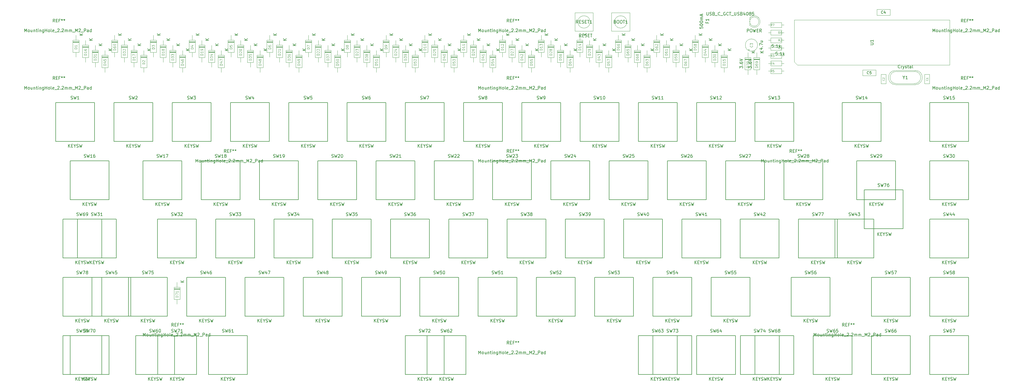
<source format=gbr>
%TF.GenerationSoftware,KiCad,Pcbnew,8.0.2*%
%TF.CreationDate,2024-05-19T22:23:27-04:00*%
%TF.ProjectId,discipline-pcb,64697363-6970-46c6-996e-652d7063622e,1.0*%
%TF.SameCoordinates,Original*%
%TF.FileFunction,AssemblyDrawing,Top*%
%FSLAX46Y46*%
G04 Gerber Fmt 4.6, Leading zero omitted, Abs format (unit mm)*
G04 Created by KiCad (PCBNEW 8.0.2) date 2024-05-19 22:23:27*
%MOMM*%
%LPD*%
G01*
G04 APERTURE LIST*
%ADD10C,0.150000*%
%ADD11C,0.120000*%
%ADD12C,0.108000*%
%ADD13C,0.129000*%
%ADD14C,0.090000*%
%ADD15C,0.100000*%
G04 APERTURE END LIST*
D10*
X61150774Y-103102569D02*
X61150774Y-102102569D01*
X61722202Y-103102569D02*
X61293631Y-102531140D01*
X61722202Y-102102569D02*
X61150774Y-102673997D01*
X62150774Y-102578759D02*
X62484107Y-102578759D01*
X62626964Y-103102569D02*
X62150774Y-103102569D01*
X62150774Y-103102569D02*
X62150774Y-102102569D01*
X62150774Y-102102569D02*
X62626964Y-102102569D01*
X63246012Y-102626378D02*
X63246012Y-103102569D01*
X62912679Y-102102569D02*
X63246012Y-102626378D01*
X63246012Y-102626378D02*
X63579345Y-102102569D01*
X63865060Y-103054950D02*
X64007917Y-103102569D01*
X64007917Y-103102569D02*
X64246012Y-103102569D01*
X64246012Y-103102569D02*
X64341250Y-103054950D01*
X64341250Y-103054950D02*
X64388869Y-103007330D01*
X64388869Y-103007330D02*
X64436488Y-102912092D01*
X64436488Y-102912092D02*
X64436488Y-102816854D01*
X64436488Y-102816854D02*
X64388869Y-102721616D01*
X64388869Y-102721616D02*
X64341250Y-102673997D01*
X64341250Y-102673997D02*
X64246012Y-102626378D01*
X64246012Y-102626378D02*
X64055536Y-102578759D01*
X64055536Y-102578759D02*
X63960298Y-102531140D01*
X63960298Y-102531140D02*
X63912679Y-102483521D01*
X63912679Y-102483521D02*
X63865060Y-102388283D01*
X63865060Y-102388283D02*
X63865060Y-102293045D01*
X63865060Y-102293045D02*
X63912679Y-102197807D01*
X63912679Y-102197807D02*
X63960298Y-102150188D01*
X63960298Y-102150188D02*
X64055536Y-102102569D01*
X64055536Y-102102569D02*
X64293631Y-102102569D01*
X64293631Y-102102569D02*
X64436488Y-102150188D01*
X64769822Y-102102569D02*
X65007917Y-103102569D01*
X65007917Y-103102569D02*
X65198393Y-102388283D01*
X65198393Y-102388283D02*
X65388869Y-103102569D01*
X65388869Y-103102569D02*
X65626965Y-102102569D01*
X62007917Y-87306950D02*
X62150774Y-87354569D01*
X62150774Y-87354569D02*
X62388869Y-87354569D01*
X62388869Y-87354569D02*
X62484107Y-87306950D01*
X62484107Y-87306950D02*
X62531726Y-87259330D01*
X62531726Y-87259330D02*
X62579345Y-87164092D01*
X62579345Y-87164092D02*
X62579345Y-87068854D01*
X62579345Y-87068854D02*
X62531726Y-86973616D01*
X62531726Y-86973616D02*
X62484107Y-86925997D01*
X62484107Y-86925997D02*
X62388869Y-86878378D01*
X62388869Y-86878378D02*
X62198393Y-86830759D01*
X62198393Y-86830759D02*
X62103155Y-86783140D01*
X62103155Y-86783140D02*
X62055536Y-86735521D01*
X62055536Y-86735521D02*
X62007917Y-86640283D01*
X62007917Y-86640283D02*
X62007917Y-86545045D01*
X62007917Y-86545045D02*
X62055536Y-86449807D01*
X62055536Y-86449807D02*
X62103155Y-86402188D01*
X62103155Y-86402188D02*
X62198393Y-86354569D01*
X62198393Y-86354569D02*
X62436488Y-86354569D01*
X62436488Y-86354569D02*
X62579345Y-86402188D01*
X62912679Y-86354569D02*
X63150774Y-87354569D01*
X63150774Y-87354569D02*
X63341250Y-86640283D01*
X63341250Y-86640283D02*
X63531726Y-87354569D01*
X63531726Y-87354569D02*
X63769822Y-86354569D01*
X64674583Y-87354569D02*
X64103155Y-87354569D01*
X64388869Y-87354569D02*
X64388869Y-86354569D01*
X64388869Y-86354569D02*
X64293631Y-86497426D01*
X64293631Y-86497426D02*
X64198393Y-86592664D01*
X64198393Y-86592664D02*
X64103155Y-86640283D01*
X80200774Y-103102569D02*
X80200774Y-102102569D01*
X80772202Y-103102569D02*
X80343631Y-102531140D01*
X80772202Y-102102569D02*
X80200774Y-102673997D01*
X81200774Y-102578759D02*
X81534107Y-102578759D01*
X81676964Y-103102569D02*
X81200774Y-103102569D01*
X81200774Y-103102569D02*
X81200774Y-102102569D01*
X81200774Y-102102569D02*
X81676964Y-102102569D01*
X82296012Y-102626378D02*
X82296012Y-103102569D01*
X81962679Y-102102569D02*
X82296012Y-102626378D01*
X82296012Y-102626378D02*
X82629345Y-102102569D01*
X82915060Y-103054950D02*
X83057917Y-103102569D01*
X83057917Y-103102569D02*
X83296012Y-103102569D01*
X83296012Y-103102569D02*
X83391250Y-103054950D01*
X83391250Y-103054950D02*
X83438869Y-103007330D01*
X83438869Y-103007330D02*
X83486488Y-102912092D01*
X83486488Y-102912092D02*
X83486488Y-102816854D01*
X83486488Y-102816854D02*
X83438869Y-102721616D01*
X83438869Y-102721616D02*
X83391250Y-102673997D01*
X83391250Y-102673997D02*
X83296012Y-102626378D01*
X83296012Y-102626378D02*
X83105536Y-102578759D01*
X83105536Y-102578759D02*
X83010298Y-102531140D01*
X83010298Y-102531140D02*
X82962679Y-102483521D01*
X82962679Y-102483521D02*
X82915060Y-102388283D01*
X82915060Y-102388283D02*
X82915060Y-102293045D01*
X82915060Y-102293045D02*
X82962679Y-102197807D01*
X82962679Y-102197807D02*
X83010298Y-102150188D01*
X83010298Y-102150188D02*
X83105536Y-102102569D01*
X83105536Y-102102569D02*
X83343631Y-102102569D01*
X83343631Y-102102569D02*
X83486488Y-102150188D01*
X83819822Y-102102569D02*
X84057917Y-103102569D01*
X84057917Y-103102569D02*
X84248393Y-102388283D01*
X84248393Y-102388283D02*
X84438869Y-103102569D01*
X84438869Y-103102569D02*
X84676965Y-102102569D01*
X81057917Y-87306950D02*
X81200774Y-87354569D01*
X81200774Y-87354569D02*
X81438869Y-87354569D01*
X81438869Y-87354569D02*
X81534107Y-87306950D01*
X81534107Y-87306950D02*
X81581726Y-87259330D01*
X81581726Y-87259330D02*
X81629345Y-87164092D01*
X81629345Y-87164092D02*
X81629345Y-87068854D01*
X81629345Y-87068854D02*
X81581726Y-86973616D01*
X81581726Y-86973616D02*
X81534107Y-86925997D01*
X81534107Y-86925997D02*
X81438869Y-86878378D01*
X81438869Y-86878378D02*
X81248393Y-86830759D01*
X81248393Y-86830759D02*
X81153155Y-86783140D01*
X81153155Y-86783140D02*
X81105536Y-86735521D01*
X81105536Y-86735521D02*
X81057917Y-86640283D01*
X81057917Y-86640283D02*
X81057917Y-86545045D01*
X81057917Y-86545045D02*
X81105536Y-86449807D01*
X81105536Y-86449807D02*
X81153155Y-86402188D01*
X81153155Y-86402188D02*
X81248393Y-86354569D01*
X81248393Y-86354569D02*
X81486488Y-86354569D01*
X81486488Y-86354569D02*
X81629345Y-86402188D01*
X81962679Y-86354569D02*
X82200774Y-87354569D01*
X82200774Y-87354569D02*
X82391250Y-86640283D01*
X82391250Y-86640283D02*
X82581726Y-87354569D01*
X82581726Y-87354569D02*
X82819822Y-86354569D01*
X83153155Y-86449807D02*
X83200774Y-86402188D01*
X83200774Y-86402188D02*
X83296012Y-86354569D01*
X83296012Y-86354569D02*
X83534107Y-86354569D01*
X83534107Y-86354569D02*
X83629345Y-86402188D01*
X83629345Y-86402188D02*
X83676964Y-86449807D01*
X83676964Y-86449807D02*
X83724583Y-86545045D01*
X83724583Y-86545045D02*
X83724583Y-86640283D01*
X83724583Y-86640283D02*
X83676964Y-86783140D01*
X83676964Y-86783140D02*
X83105536Y-87354569D01*
X83105536Y-87354569D02*
X83724583Y-87354569D01*
X99250774Y-103102569D02*
X99250774Y-102102569D01*
X99822202Y-103102569D02*
X99393631Y-102531140D01*
X99822202Y-102102569D02*
X99250774Y-102673997D01*
X100250774Y-102578759D02*
X100584107Y-102578759D01*
X100726964Y-103102569D02*
X100250774Y-103102569D01*
X100250774Y-103102569D02*
X100250774Y-102102569D01*
X100250774Y-102102569D02*
X100726964Y-102102569D01*
X101346012Y-102626378D02*
X101346012Y-103102569D01*
X101012679Y-102102569D02*
X101346012Y-102626378D01*
X101346012Y-102626378D02*
X101679345Y-102102569D01*
X101965060Y-103054950D02*
X102107917Y-103102569D01*
X102107917Y-103102569D02*
X102346012Y-103102569D01*
X102346012Y-103102569D02*
X102441250Y-103054950D01*
X102441250Y-103054950D02*
X102488869Y-103007330D01*
X102488869Y-103007330D02*
X102536488Y-102912092D01*
X102536488Y-102912092D02*
X102536488Y-102816854D01*
X102536488Y-102816854D02*
X102488869Y-102721616D01*
X102488869Y-102721616D02*
X102441250Y-102673997D01*
X102441250Y-102673997D02*
X102346012Y-102626378D01*
X102346012Y-102626378D02*
X102155536Y-102578759D01*
X102155536Y-102578759D02*
X102060298Y-102531140D01*
X102060298Y-102531140D02*
X102012679Y-102483521D01*
X102012679Y-102483521D02*
X101965060Y-102388283D01*
X101965060Y-102388283D02*
X101965060Y-102293045D01*
X101965060Y-102293045D02*
X102012679Y-102197807D01*
X102012679Y-102197807D02*
X102060298Y-102150188D01*
X102060298Y-102150188D02*
X102155536Y-102102569D01*
X102155536Y-102102569D02*
X102393631Y-102102569D01*
X102393631Y-102102569D02*
X102536488Y-102150188D01*
X102869822Y-102102569D02*
X103107917Y-103102569D01*
X103107917Y-103102569D02*
X103298393Y-102388283D01*
X103298393Y-102388283D02*
X103488869Y-103102569D01*
X103488869Y-103102569D02*
X103726965Y-102102569D01*
X100107917Y-87306950D02*
X100250774Y-87354569D01*
X100250774Y-87354569D02*
X100488869Y-87354569D01*
X100488869Y-87354569D02*
X100584107Y-87306950D01*
X100584107Y-87306950D02*
X100631726Y-87259330D01*
X100631726Y-87259330D02*
X100679345Y-87164092D01*
X100679345Y-87164092D02*
X100679345Y-87068854D01*
X100679345Y-87068854D02*
X100631726Y-86973616D01*
X100631726Y-86973616D02*
X100584107Y-86925997D01*
X100584107Y-86925997D02*
X100488869Y-86878378D01*
X100488869Y-86878378D02*
X100298393Y-86830759D01*
X100298393Y-86830759D02*
X100203155Y-86783140D01*
X100203155Y-86783140D02*
X100155536Y-86735521D01*
X100155536Y-86735521D02*
X100107917Y-86640283D01*
X100107917Y-86640283D02*
X100107917Y-86545045D01*
X100107917Y-86545045D02*
X100155536Y-86449807D01*
X100155536Y-86449807D02*
X100203155Y-86402188D01*
X100203155Y-86402188D02*
X100298393Y-86354569D01*
X100298393Y-86354569D02*
X100536488Y-86354569D01*
X100536488Y-86354569D02*
X100679345Y-86402188D01*
X101012679Y-86354569D02*
X101250774Y-87354569D01*
X101250774Y-87354569D02*
X101441250Y-86640283D01*
X101441250Y-86640283D02*
X101631726Y-87354569D01*
X101631726Y-87354569D02*
X101869822Y-86354569D01*
X102155536Y-86354569D02*
X102774583Y-86354569D01*
X102774583Y-86354569D02*
X102441250Y-86735521D01*
X102441250Y-86735521D02*
X102584107Y-86735521D01*
X102584107Y-86735521D02*
X102679345Y-86783140D01*
X102679345Y-86783140D02*
X102726964Y-86830759D01*
X102726964Y-86830759D02*
X102774583Y-86925997D01*
X102774583Y-86925997D02*
X102774583Y-87164092D01*
X102774583Y-87164092D02*
X102726964Y-87259330D01*
X102726964Y-87259330D02*
X102679345Y-87306950D01*
X102679345Y-87306950D02*
X102584107Y-87354569D01*
X102584107Y-87354569D02*
X102298393Y-87354569D01*
X102298393Y-87354569D02*
X102203155Y-87306950D01*
X102203155Y-87306950D02*
X102155536Y-87259330D01*
X118300774Y-103102569D02*
X118300774Y-102102569D01*
X118872202Y-103102569D02*
X118443631Y-102531140D01*
X118872202Y-102102569D02*
X118300774Y-102673997D01*
X119300774Y-102578759D02*
X119634107Y-102578759D01*
X119776964Y-103102569D02*
X119300774Y-103102569D01*
X119300774Y-103102569D02*
X119300774Y-102102569D01*
X119300774Y-102102569D02*
X119776964Y-102102569D01*
X120396012Y-102626378D02*
X120396012Y-103102569D01*
X120062679Y-102102569D02*
X120396012Y-102626378D01*
X120396012Y-102626378D02*
X120729345Y-102102569D01*
X121015060Y-103054950D02*
X121157917Y-103102569D01*
X121157917Y-103102569D02*
X121396012Y-103102569D01*
X121396012Y-103102569D02*
X121491250Y-103054950D01*
X121491250Y-103054950D02*
X121538869Y-103007330D01*
X121538869Y-103007330D02*
X121586488Y-102912092D01*
X121586488Y-102912092D02*
X121586488Y-102816854D01*
X121586488Y-102816854D02*
X121538869Y-102721616D01*
X121538869Y-102721616D02*
X121491250Y-102673997D01*
X121491250Y-102673997D02*
X121396012Y-102626378D01*
X121396012Y-102626378D02*
X121205536Y-102578759D01*
X121205536Y-102578759D02*
X121110298Y-102531140D01*
X121110298Y-102531140D02*
X121062679Y-102483521D01*
X121062679Y-102483521D02*
X121015060Y-102388283D01*
X121015060Y-102388283D02*
X121015060Y-102293045D01*
X121015060Y-102293045D02*
X121062679Y-102197807D01*
X121062679Y-102197807D02*
X121110298Y-102150188D01*
X121110298Y-102150188D02*
X121205536Y-102102569D01*
X121205536Y-102102569D02*
X121443631Y-102102569D01*
X121443631Y-102102569D02*
X121586488Y-102150188D01*
X121919822Y-102102569D02*
X122157917Y-103102569D01*
X122157917Y-103102569D02*
X122348393Y-102388283D01*
X122348393Y-102388283D02*
X122538869Y-103102569D01*
X122538869Y-103102569D02*
X122776965Y-102102569D01*
X119157917Y-87306950D02*
X119300774Y-87354569D01*
X119300774Y-87354569D02*
X119538869Y-87354569D01*
X119538869Y-87354569D02*
X119634107Y-87306950D01*
X119634107Y-87306950D02*
X119681726Y-87259330D01*
X119681726Y-87259330D02*
X119729345Y-87164092D01*
X119729345Y-87164092D02*
X119729345Y-87068854D01*
X119729345Y-87068854D02*
X119681726Y-86973616D01*
X119681726Y-86973616D02*
X119634107Y-86925997D01*
X119634107Y-86925997D02*
X119538869Y-86878378D01*
X119538869Y-86878378D02*
X119348393Y-86830759D01*
X119348393Y-86830759D02*
X119253155Y-86783140D01*
X119253155Y-86783140D02*
X119205536Y-86735521D01*
X119205536Y-86735521D02*
X119157917Y-86640283D01*
X119157917Y-86640283D02*
X119157917Y-86545045D01*
X119157917Y-86545045D02*
X119205536Y-86449807D01*
X119205536Y-86449807D02*
X119253155Y-86402188D01*
X119253155Y-86402188D02*
X119348393Y-86354569D01*
X119348393Y-86354569D02*
X119586488Y-86354569D01*
X119586488Y-86354569D02*
X119729345Y-86402188D01*
X120062679Y-86354569D02*
X120300774Y-87354569D01*
X120300774Y-87354569D02*
X120491250Y-86640283D01*
X120491250Y-86640283D02*
X120681726Y-87354569D01*
X120681726Y-87354569D02*
X120919822Y-86354569D01*
X121729345Y-86687902D02*
X121729345Y-87354569D01*
X121491250Y-86306950D02*
X121253155Y-87021235D01*
X121253155Y-87021235D02*
X121872202Y-87021235D01*
X137350774Y-103102569D02*
X137350774Y-102102569D01*
X137922202Y-103102569D02*
X137493631Y-102531140D01*
X137922202Y-102102569D02*
X137350774Y-102673997D01*
X138350774Y-102578759D02*
X138684107Y-102578759D01*
X138826964Y-103102569D02*
X138350774Y-103102569D01*
X138350774Y-103102569D02*
X138350774Y-102102569D01*
X138350774Y-102102569D02*
X138826964Y-102102569D01*
X139446012Y-102626378D02*
X139446012Y-103102569D01*
X139112679Y-102102569D02*
X139446012Y-102626378D01*
X139446012Y-102626378D02*
X139779345Y-102102569D01*
X140065060Y-103054950D02*
X140207917Y-103102569D01*
X140207917Y-103102569D02*
X140446012Y-103102569D01*
X140446012Y-103102569D02*
X140541250Y-103054950D01*
X140541250Y-103054950D02*
X140588869Y-103007330D01*
X140588869Y-103007330D02*
X140636488Y-102912092D01*
X140636488Y-102912092D02*
X140636488Y-102816854D01*
X140636488Y-102816854D02*
X140588869Y-102721616D01*
X140588869Y-102721616D02*
X140541250Y-102673997D01*
X140541250Y-102673997D02*
X140446012Y-102626378D01*
X140446012Y-102626378D02*
X140255536Y-102578759D01*
X140255536Y-102578759D02*
X140160298Y-102531140D01*
X140160298Y-102531140D02*
X140112679Y-102483521D01*
X140112679Y-102483521D02*
X140065060Y-102388283D01*
X140065060Y-102388283D02*
X140065060Y-102293045D01*
X140065060Y-102293045D02*
X140112679Y-102197807D01*
X140112679Y-102197807D02*
X140160298Y-102150188D01*
X140160298Y-102150188D02*
X140255536Y-102102569D01*
X140255536Y-102102569D02*
X140493631Y-102102569D01*
X140493631Y-102102569D02*
X140636488Y-102150188D01*
X140969822Y-102102569D02*
X141207917Y-103102569D01*
X141207917Y-103102569D02*
X141398393Y-102388283D01*
X141398393Y-102388283D02*
X141588869Y-103102569D01*
X141588869Y-103102569D02*
X141826965Y-102102569D01*
X138207917Y-87306950D02*
X138350774Y-87354569D01*
X138350774Y-87354569D02*
X138588869Y-87354569D01*
X138588869Y-87354569D02*
X138684107Y-87306950D01*
X138684107Y-87306950D02*
X138731726Y-87259330D01*
X138731726Y-87259330D02*
X138779345Y-87164092D01*
X138779345Y-87164092D02*
X138779345Y-87068854D01*
X138779345Y-87068854D02*
X138731726Y-86973616D01*
X138731726Y-86973616D02*
X138684107Y-86925997D01*
X138684107Y-86925997D02*
X138588869Y-86878378D01*
X138588869Y-86878378D02*
X138398393Y-86830759D01*
X138398393Y-86830759D02*
X138303155Y-86783140D01*
X138303155Y-86783140D02*
X138255536Y-86735521D01*
X138255536Y-86735521D02*
X138207917Y-86640283D01*
X138207917Y-86640283D02*
X138207917Y-86545045D01*
X138207917Y-86545045D02*
X138255536Y-86449807D01*
X138255536Y-86449807D02*
X138303155Y-86402188D01*
X138303155Y-86402188D02*
X138398393Y-86354569D01*
X138398393Y-86354569D02*
X138636488Y-86354569D01*
X138636488Y-86354569D02*
X138779345Y-86402188D01*
X139112679Y-86354569D02*
X139350774Y-87354569D01*
X139350774Y-87354569D02*
X139541250Y-86640283D01*
X139541250Y-86640283D02*
X139731726Y-87354569D01*
X139731726Y-87354569D02*
X139969822Y-86354569D01*
X140826964Y-86354569D02*
X140350774Y-86354569D01*
X140350774Y-86354569D02*
X140303155Y-86830759D01*
X140303155Y-86830759D02*
X140350774Y-86783140D01*
X140350774Y-86783140D02*
X140446012Y-86735521D01*
X140446012Y-86735521D02*
X140684107Y-86735521D01*
X140684107Y-86735521D02*
X140779345Y-86783140D01*
X140779345Y-86783140D02*
X140826964Y-86830759D01*
X140826964Y-86830759D02*
X140874583Y-86925997D01*
X140874583Y-86925997D02*
X140874583Y-87164092D01*
X140874583Y-87164092D02*
X140826964Y-87259330D01*
X140826964Y-87259330D02*
X140779345Y-87306950D01*
X140779345Y-87306950D02*
X140684107Y-87354569D01*
X140684107Y-87354569D02*
X140446012Y-87354569D01*
X140446012Y-87354569D02*
X140350774Y-87306950D01*
X140350774Y-87306950D02*
X140303155Y-87259330D01*
X156400774Y-103102569D02*
X156400774Y-102102569D01*
X156972202Y-103102569D02*
X156543631Y-102531140D01*
X156972202Y-102102569D02*
X156400774Y-102673997D01*
X157400774Y-102578759D02*
X157734107Y-102578759D01*
X157876964Y-103102569D02*
X157400774Y-103102569D01*
X157400774Y-103102569D02*
X157400774Y-102102569D01*
X157400774Y-102102569D02*
X157876964Y-102102569D01*
X158496012Y-102626378D02*
X158496012Y-103102569D01*
X158162679Y-102102569D02*
X158496012Y-102626378D01*
X158496012Y-102626378D02*
X158829345Y-102102569D01*
X159115060Y-103054950D02*
X159257917Y-103102569D01*
X159257917Y-103102569D02*
X159496012Y-103102569D01*
X159496012Y-103102569D02*
X159591250Y-103054950D01*
X159591250Y-103054950D02*
X159638869Y-103007330D01*
X159638869Y-103007330D02*
X159686488Y-102912092D01*
X159686488Y-102912092D02*
X159686488Y-102816854D01*
X159686488Y-102816854D02*
X159638869Y-102721616D01*
X159638869Y-102721616D02*
X159591250Y-102673997D01*
X159591250Y-102673997D02*
X159496012Y-102626378D01*
X159496012Y-102626378D02*
X159305536Y-102578759D01*
X159305536Y-102578759D02*
X159210298Y-102531140D01*
X159210298Y-102531140D02*
X159162679Y-102483521D01*
X159162679Y-102483521D02*
X159115060Y-102388283D01*
X159115060Y-102388283D02*
X159115060Y-102293045D01*
X159115060Y-102293045D02*
X159162679Y-102197807D01*
X159162679Y-102197807D02*
X159210298Y-102150188D01*
X159210298Y-102150188D02*
X159305536Y-102102569D01*
X159305536Y-102102569D02*
X159543631Y-102102569D01*
X159543631Y-102102569D02*
X159686488Y-102150188D01*
X160019822Y-102102569D02*
X160257917Y-103102569D01*
X160257917Y-103102569D02*
X160448393Y-102388283D01*
X160448393Y-102388283D02*
X160638869Y-103102569D01*
X160638869Y-103102569D02*
X160876965Y-102102569D01*
X157257917Y-87306950D02*
X157400774Y-87354569D01*
X157400774Y-87354569D02*
X157638869Y-87354569D01*
X157638869Y-87354569D02*
X157734107Y-87306950D01*
X157734107Y-87306950D02*
X157781726Y-87259330D01*
X157781726Y-87259330D02*
X157829345Y-87164092D01*
X157829345Y-87164092D02*
X157829345Y-87068854D01*
X157829345Y-87068854D02*
X157781726Y-86973616D01*
X157781726Y-86973616D02*
X157734107Y-86925997D01*
X157734107Y-86925997D02*
X157638869Y-86878378D01*
X157638869Y-86878378D02*
X157448393Y-86830759D01*
X157448393Y-86830759D02*
X157353155Y-86783140D01*
X157353155Y-86783140D02*
X157305536Y-86735521D01*
X157305536Y-86735521D02*
X157257917Y-86640283D01*
X157257917Y-86640283D02*
X157257917Y-86545045D01*
X157257917Y-86545045D02*
X157305536Y-86449807D01*
X157305536Y-86449807D02*
X157353155Y-86402188D01*
X157353155Y-86402188D02*
X157448393Y-86354569D01*
X157448393Y-86354569D02*
X157686488Y-86354569D01*
X157686488Y-86354569D02*
X157829345Y-86402188D01*
X158162679Y-86354569D02*
X158400774Y-87354569D01*
X158400774Y-87354569D02*
X158591250Y-86640283D01*
X158591250Y-86640283D02*
X158781726Y-87354569D01*
X158781726Y-87354569D02*
X159019822Y-86354569D01*
X159829345Y-86354569D02*
X159638869Y-86354569D01*
X159638869Y-86354569D02*
X159543631Y-86402188D01*
X159543631Y-86402188D02*
X159496012Y-86449807D01*
X159496012Y-86449807D02*
X159400774Y-86592664D01*
X159400774Y-86592664D02*
X159353155Y-86783140D01*
X159353155Y-86783140D02*
X159353155Y-87164092D01*
X159353155Y-87164092D02*
X159400774Y-87259330D01*
X159400774Y-87259330D02*
X159448393Y-87306950D01*
X159448393Y-87306950D02*
X159543631Y-87354569D01*
X159543631Y-87354569D02*
X159734107Y-87354569D01*
X159734107Y-87354569D02*
X159829345Y-87306950D01*
X159829345Y-87306950D02*
X159876964Y-87259330D01*
X159876964Y-87259330D02*
X159924583Y-87164092D01*
X159924583Y-87164092D02*
X159924583Y-86925997D01*
X159924583Y-86925997D02*
X159876964Y-86830759D01*
X159876964Y-86830759D02*
X159829345Y-86783140D01*
X159829345Y-86783140D02*
X159734107Y-86735521D01*
X159734107Y-86735521D02*
X159543631Y-86735521D01*
X159543631Y-86735521D02*
X159448393Y-86783140D01*
X159448393Y-86783140D02*
X159400774Y-86830759D01*
X159400774Y-86830759D02*
X159353155Y-86925997D01*
X175450774Y-103102569D02*
X175450774Y-102102569D01*
X176022202Y-103102569D02*
X175593631Y-102531140D01*
X176022202Y-102102569D02*
X175450774Y-102673997D01*
X176450774Y-102578759D02*
X176784107Y-102578759D01*
X176926964Y-103102569D02*
X176450774Y-103102569D01*
X176450774Y-103102569D02*
X176450774Y-102102569D01*
X176450774Y-102102569D02*
X176926964Y-102102569D01*
X177546012Y-102626378D02*
X177546012Y-103102569D01*
X177212679Y-102102569D02*
X177546012Y-102626378D01*
X177546012Y-102626378D02*
X177879345Y-102102569D01*
X178165060Y-103054950D02*
X178307917Y-103102569D01*
X178307917Y-103102569D02*
X178546012Y-103102569D01*
X178546012Y-103102569D02*
X178641250Y-103054950D01*
X178641250Y-103054950D02*
X178688869Y-103007330D01*
X178688869Y-103007330D02*
X178736488Y-102912092D01*
X178736488Y-102912092D02*
X178736488Y-102816854D01*
X178736488Y-102816854D02*
X178688869Y-102721616D01*
X178688869Y-102721616D02*
X178641250Y-102673997D01*
X178641250Y-102673997D02*
X178546012Y-102626378D01*
X178546012Y-102626378D02*
X178355536Y-102578759D01*
X178355536Y-102578759D02*
X178260298Y-102531140D01*
X178260298Y-102531140D02*
X178212679Y-102483521D01*
X178212679Y-102483521D02*
X178165060Y-102388283D01*
X178165060Y-102388283D02*
X178165060Y-102293045D01*
X178165060Y-102293045D02*
X178212679Y-102197807D01*
X178212679Y-102197807D02*
X178260298Y-102150188D01*
X178260298Y-102150188D02*
X178355536Y-102102569D01*
X178355536Y-102102569D02*
X178593631Y-102102569D01*
X178593631Y-102102569D02*
X178736488Y-102150188D01*
X179069822Y-102102569D02*
X179307917Y-103102569D01*
X179307917Y-103102569D02*
X179498393Y-102388283D01*
X179498393Y-102388283D02*
X179688869Y-103102569D01*
X179688869Y-103102569D02*
X179926965Y-102102569D01*
X176307917Y-87306950D02*
X176450774Y-87354569D01*
X176450774Y-87354569D02*
X176688869Y-87354569D01*
X176688869Y-87354569D02*
X176784107Y-87306950D01*
X176784107Y-87306950D02*
X176831726Y-87259330D01*
X176831726Y-87259330D02*
X176879345Y-87164092D01*
X176879345Y-87164092D02*
X176879345Y-87068854D01*
X176879345Y-87068854D02*
X176831726Y-86973616D01*
X176831726Y-86973616D02*
X176784107Y-86925997D01*
X176784107Y-86925997D02*
X176688869Y-86878378D01*
X176688869Y-86878378D02*
X176498393Y-86830759D01*
X176498393Y-86830759D02*
X176403155Y-86783140D01*
X176403155Y-86783140D02*
X176355536Y-86735521D01*
X176355536Y-86735521D02*
X176307917Y-86640283D01*
X176307917Y-86640283D02*
X176307917Y-86545045D01*
X176307917Y-86545045D02*
X176355536Y-86449807D01*
X176355536Y-86449807D02*
X176403155Y-86402188D01*
X176403155Y-86402188D02*
X176498393Y-86354569D01*
X176498393Y-86354569D02*
X176736488Y-86354569D01*
X176736488Y-86354569D02*
X176879345Y-86402188D01*
X177212679Y-86354569D02*
X177450774Y-87354569D01*
X177450774Y-87354569D02*
X177641250Y-86640283D01*
X177641250Y-86640283D02*
X177831726Y-87354569D01*
X177831726Y-87354569D02*
X178069822Y-86354569D01*
X178355536Y-86354569D02*
X179022202Y-86354569D01*
X179022202Y-86354569D02*
X178593631Y-87354569D01*
X194500774Y-103102569D02*
X194500774Y-102102569D01*
X195072202Y-103102569D02*
X194643631Y-102531140D01*
X195072202Y-102102569D02*
X194500774Y-102673997D01*
X195500774Y-102578759D02*
X195834107Y-102578759D01*
X195976964Y-103102569D02*
X195500774Y-103102569D01*
X195500774Y-103102569D02*
X195500774Y-102102569D01*
X195500774Y-102102569D02*
X195976964Y-102102569D01*
X196596012Y-102626378D02*
X196596012Y-103102569D01*
X196262679Y-102102569D02*
X196596012Y-102626378D01*
X196596012Y-102626378D02*
X196929345Y-102102569D01*
X197215060Y-103054950D02*
X197357917Y-103102569D01*
X197357917Y-103102569D02*
X197596012Y-103102569D01*
X197596012Y-103102569D02*
X197691250Y-103054950D01*
X197691250Y-103054950D02*
X197738869Y-103007330D01*
X197738869Y-103007330D02*
X197786488Y-102912092D01*
X197786488Y-102912092D02*
X197786488Y-102816854D01*
X197786488Y-102816854D02*
X197738869Y-102721616D01*
X197738869Y-102721616D02*
X197691250Y-102673997D01*
X197691250Y-102673997D02*
X197596012Y-102626378D01*
X197596012Y-102626378D02*
X197405536Y-102578759D01*
X197405536Y-102578759D02*
X197310298Y-102531140D01*
X197310298Y-102531140D02*
X197262679Y-102483521D01*
X197262679Y-102483521D02*
X197215060Y-102388283D01*
X197215060Y-102388283D02*
X197215060Y-102293045D01*
X197215060Y-102293045D02*
X197262679Y-102197807D01*
X197262679Y-102197807D02*
X197310298Y-102150188D01*
X197310298Y-102150188D02*
X197405536Y-102102569D01*
X197405536Y-102102569D02*
X197643631Y-102102569D01*
X197643631Y-102102569D02*
X197786488Y-102150188D01*
X198119822Y-102102569D02*
X198357917Y-103102569D01*
X198357917Y-103102569D02*
X198548393Y-102388283D01*
X198548393Y-102388283D02*
X198738869Y-103102569D01*
X198738869Y-103102569D02*
X198976965Y-102102569D01*
X195357917Y-87306950D02*
X195500774Y-87354569D01*
X195500774Y-87354569D02*
X195738869Y-87354569D01*
X195738869Y-87354569D02*
X195834107Y-87306950D01*
X195834107Y-87306950D02*
X195881726Y-87259330D01*
X195881726Y-87259330D02*
X195929345Y-87164092D01*
X195929345Y-87164092D02*
X195929345Y-87068854D01*
X195929345Y-87068854D02*
X195881726Y-86973616D01*
X195881726Y-86973616D02*
X195834107Y-86925997D01*
X195834107Y-86925997D02*
X195738869Y-86878378D01*
X195738869Y-86878378D02*
X195548393Y-86830759D01*
X195548393Y-86830759D02*
X195453155Y-86783140D01*
X195453155Y-86783140D02*
X195405536Y-86735521D01*
X195405536Y-86735521D02*
X195357917Y-86640283D01*
X195357917Y-86640283D02*
X195357917Y-86545045D01*
X195357917Y-86545045D02*
X195405536Y-86449807D01*
X195405536Y-86449807D02*
X195453155Y-86402188D01*
X195453155Y-86402188D02*
X195548393Y-86354569D01*
X195548393Y-86354569D02*
X195786488Y-86354569D01*
X195786488Y-86354569D02*
X195929345Y-86402188D01*
X196262679Y-86354569D02*
X196500774Y-87354569D01*
X196500774Y-87354569D02*
X196691250Y-86640283D01*
X196691250Y-86640283D02*
X196881726Y-87354569D01*
X196881726Y-87354569D02*
X197119822Y-86354569D01*
X197643631Y-86783140D02*
X197548393Y-86735521D01*
X197548393Y-86735521D02*
X197500774Y-86687902D01*
X197500774Y-86687902D02*
X197453155Y-86592664D01*
X197453155Y-86592664D02*
X197453155Y-86545045D01*
X197453155Y-86545045D02*
X197500774Y-86449807D01*
X197500774Y-86449807D02*
X197548393Y-86402188D01*
X197548393Y-86402188D02*
X197643631Y-86354569D01*
X197643631Y-86354569D02*
X197834107Y-86354569D01*
X197834107Y-86354569D02*
X197929345Y-86402188D01*
X197929345Y-86402188D02*
X197976964Y-86449807D01*
X197976964Y-86449807D02*
X198024583Y-86545045D01*
X198024583Y-86545045D02*
X198024583Y-86592664D01*
X198024583Y-86592664D02*
X197976964Y-86687902D01*
X197976964Y-86687902D02*
X197929345Y-86735521D01*
X197929345Y-86735521D02*
X197834107Y-86783140D01*
X197834107Y-86783140D02*
X197643631Y-86783140D01*
X197643631Y-86783140D02*
X197548393Y-86830759D01*
X197548393Y-86830759D02*
X197500774Y-86878378D01*
X197500774Y-86878378D02*
X197453155Y-86973616D01*
X197453155Y-86973616D02*
X197453155Y-87164092D01*
X197453155Y-87164092D02*
X197500774Y-87259330D01*
X197500774Y-87259330D02*
X197548393Y-87306950D01*
X197548393Y-87306950D02*
X197643631Y-87354569D01*
X197643631Y-87354569D02*
X197834107Y-87354569D01*
X197834107Y-87354569D02*
X197929345Y-87306950D01*
X197929345Y-87306950D02*
X197976964Y-87259330D01*
X197976964Y-87259330D02*
X198024583Y-87164092D01*
X198024583Y-87164092D02*
X198024583Y-86973616D01*
X198024583Y-86973616D02*
X197976964Y-86878378D01*
X197976964Y-86878378D02*
X197929345Y-86830759D01*
X197929345Y-86830759D02*
X197834107Y-86783140D01*
X213550774Y-103102569D02*
X213550774Y-102102569D01*
X214122202Y-103102569D02*
X213693631Y-102531140D01*
X214122202Y-102102569D02*
X213550774Y-102673997D01*
X214550774Y-102578759D02*
X214884107Y-102578759D01*
X215026964Y-103102569D02*
X214550774Y-103102569D01*
X214550774Y-103102569D02*
X214550774Y-102102569D01*
X214550774Y-102102569D02*
X215026964Y-102102569D01*
X215646012Y-102626378D02*
X215646012Y-103102569D01*
X215312679Y-102102569D02*
X215646012Y-102626378D01*
X215646012Y-102626378D02*
X215979345Y-102102569D01*
X216265060Y-103054950D02*
X216407917Y-103102569D01*
X216407917Y-103102569D02*
X216646012Y-103102569D01*
X216646012Y-103102569D02*
X216741250Y-103054950D01*
X216741250Y-103054950D02*
X216788869Y-103007330D01*
X216788869Y-103007330D02*
X216836488Y-102912092D01*
X216836488Y-102912092D02*
X216836488Y-102816854D01*
X216836488Y-102816854D02*
X216788869Y-102721616D01*
X216788869Y-102721616D02*
X216741250Y-102673997D01*
X216741250Y-102673997D02*
X216646012Y-102626378D01*
X216646012Y-102626378D02*
X216455536Y-102578759D01*
X216455536Y-102578759D02*
X216360298Y-102531140D01*
X216360298Y-102531140D02*
X216312679Y-102483521D01*
X216312679Y-102483521D02*
X216265060Y-102388283D01*
X216265060Y-102388283D02*
X216265060Y-102293045D01*
X216265060Y-102293045D02*
X216312679Y-102197807D01*
X216312679Y-102197807D02*
X216360298Y-102150188D01*
X216360298Y-102150188D02*
X216455536Y-102102569D01*
X216455536Y-102102569D02*
X216693631Y-102102569D01*
X216693631Y-102102569D02*
X216836488Y-102150188D01*
X217169822Y-102102569D02*
X217407917Y-103102569D01*
X217407917Y-103102569D02*
X217598393Y-102388283D01*
X217598393Y-102388283D02*
X217788869Y-103102569D01*
X217788869Y-103102569D02*
X218026965Y-102102569D01*
X214407917Y-87306950D02*
X214550774Y-87354569D01*
X214550774Y-87354569D02*
X214788869Y-87354569D01*
X214788869Y-87354569D02*
X214884107Y-87306950D01*
X214884107Y-87306950D02*
X214931726Y-87259330D01*
X214931726Y-87259330D02*
X214979345Y-87164092D01*
X214979345Y-87164092D02*
X214979345Y-87068854D01*
X214979345Y-87068854D02*
X214931726Y-86973616D01*
X214931726Y-86973616D02*
X214884107Y-86925997D01*
X214884107Y-86925997D02*
X214788869Y-86878378D01*
X214788869Y-86878378D02*
X214598393Y-86830759D01*
X214598393Y-86830759D02*
X214503155Y-86783140D01*
X214503155Y-86783140D02*
X214455536Y-86735521D01*
X214455536Y-86735521D02*
X214407917Y-86640283D01*
X214407917Y-86640283D02*
X214407917Y-86545045D01*
X214407917Y-86545045D02*
X214455536Y-86449807D01*
X214455536Y-86449807D02*
X214503155Y-86402188D01*
X214503155Y-86402188D02*
X214598393Y-86354569D01*
X214598393Y-86354569D02*
X214836488Y-86354569D01*
X214836488Y-86354569D02*
X214979345Y-86402188D01*
X215312679Y-86354569D02*
X215550774Y-87354569D01*
X215550774Y-87354569D02*
X215741250Y-86640283D01*
X215741250Y-86640283D02*
X215931726Y-87354569D01*
X215931726Y-87354569D02*
X216169822Y-86354569D01*
X216598393Y-87354569D02*
X216788869Y-87354569D01*
X216788869Y-87354569D02*
X216884107Y-87306950D01*
X216884107Y-87306950D02*
X216931726Y-87259330D01*
X216931726Y-87259330D02*
X217026964Y-87116473D01*
X217026964Y-87116473D02*
X217074583Y-86925997D01*
X217074583Y-86925997D02*
X217074583Y-86545045D01*
X217074583Y-86545045D02*
X217026964Y-86449807D01*
X217026964Y-86449807D02*
X216979345Y-86402188D01*
X216979345Y-86402188D02*
X216884107Y-86354569D01*
X216884107Y-86354569D02*
X216693631Y-86354569D01*
X216693631Y-86354569D02*
X216598393Y-86402188D01*
X216598393Y-86402188D02*
X216550774Y-86449807D01*
X216550774Y-86449807D02*
X216503155Y-86545045D01*
X216503155Y-86545045D02*
X216503155Y-86783140D01*
X216503155Y-86783140D02*
X216550774Y-86878378D01*
X216550774Y-86878378D02*
X216598393Y-86925997D01*
X216598393Y-86925997D02*
X216693631Y-86973616D01*
X216693631Y-86973616D02*
X216884107Y-86973616D01*
X216884107Y-86973616D02*
X216979345Y-86925997D01*
X216979345Y-86925997D02*
X217026964Y-86878378D01*
X217026964Y-86878378D02*
X217074583Y-86783140D01*
X232600774Y-103102569D02*
X232600774Y-102102569D01*
X233172202Y-103102569D02*
X232743631Y-102531140D01*
X233172202Y-102102569D02*
X232600774Y-102673997D01*
X233600774Y-102578759D02*
X233934107Y-102578759D01*
X234076964Y-103102569D02*
X233600774Y-103102569D01*
X233600774Y-103102569D02*
X233600774Y-102102569D01*
X233600774Y-102102569D02*
X234076964Y-102102569D01*
X234696012Y-102626378D02*
X234696012Y-103102569D01*
X234362679Y-102102569D02*
X234696012Y-102626378D01*
X234696012Y-102626378D02*
X235029345Y-102102569D01*
X235315060Y-103054950D02*
X235457917Y-103102569D01*
X235457917Y-103102569D02*
X235696012Y-103102569D01*
X235696012Y-103102569D02*
X235791250Y-103054950D01*
X235791250Y-103054950D02*
X235838869Y-103007330D01*
X235838869Y-103007330D02*
X235886488Y-102912092D01*
X235886488Y-102912092D02*
X235886488Y-102816854D01*
X235886488Y-102816854D02*
X235838869Y-102721616D01*
X235838869Y-102721616D02*
X235791250Y-102673997D01*
X235791250Y-102673997D02*
X235696012Y-102626378D01*
X235696012Y-102626378D02*
X235505536Y-102578759D01*
X235505536Y-102578759D02*
X235410298Y-102531140D01*
X235410298Y-102531140D02*
X235362679Y-102483521D01*
X235362679Y-102483521D02*
X235315060Y-102388283D01*
X235315060Y-102388283D02*
X235315060Y-102293045D01*
X235315060Y-102293045D02*
X235362679Y-102197807D01*
X235362679Y-102197807D02*
X235410298Y-102150188D01*
X235410298Y-102150188D02*
X235505536Y-102102569D01*
X235505536Y-102102569D02*
X235743631Y-102102569D01*
X235743631Y-102102569D02*
X235886488Y-102150188D01*
X236219822Y-102102569D02*
X236457917Y-103102569D01*
X236457917Y-103102569D02*
X236648393Y-102388283D01*
X236648393Y-102388283D02*
X236838869Y-103102569D01*
X236838869Y-103102569D02*
X237076965Y-102102569D01*
X232981726Y-87306950D02*
X233124583Y-87354569D01*
X233124583Y-87354569D02*
X233362678Y-87354569D01*
X233362678Y-87354569D02*
X233457916Y-87306950D01*
X233457916Y-87306950D02*
X233505535Y-87259330D01*
X233505535Y-87259330D02*
X233553154Y-87164092D01*
X233553154Y-87164092D02*
X233553154Y-87068854D01*
X233553154Y-87068854D02*
X233505535Y-86973616D01*
X233505535Y-86973616D02*
X233457916Y-86925997D01*
X233457916Y-86925997D02*
X233362678Y-86878378D01*
X233362678Y-86878378D02*
X233172202Y-86830759D01*
X233172202Y-86830759D02*
X233076964Y-86783140D01*
X233076964Y-86783140D02*
X233029345Y-86735521D01*
X233029345Y-86735521D02*
X232981726Y-86640283D01*
X232981726Y-86640283D02*
X232981726Y-86545045D01*
X232981726Y-86545045D02*
X233029345Y-86449807D01*
X233029345Y-86449807D02*
X233076964Y-86402188D01*
X233076964Y-86402188D02*
X233172202Y-86354569D01*
X233172202Y-86354569D02*
X233410297Y-86354569D01*
X233410297Y-86354569D02*
X233553154Y-86402188D01*
X233886488Y-86354569D02*
X234124583Y-87354569D01*
X234124583Y-87354569D02*
X234315059Y-86640283D01*
X234315059Y-86640283D02*
X234505535Y-87354569D01*
X234505535Y-87354569D02*
X234743631Y-86354569D01*
X235648392Y-87354569D02*
X235076964Y-87354569D01*
X235362678Y-87354569D02*
X235362678Y-86354569D01*
X235362678Y-86354569D02*
X235267440Y-86497426D01*
X235267440Y-86497426D02*
X235172202Y-86592664D01*
X235172202Y-86592664D02*
X235076964Y-86640283D01*
X236267440Y-86354569D02*
X236362678Y-86354569D01*
X236362678Y-86354569D02*
X236457916Y-86402188D01*
X236457916Y-86402188D02*
X236505535Y-86449807D01*
X236505535Y-86449807D02*
X236553154Y-86545045D01*
X236553154Y-86545045D02*
X236600773Y-86735521D01*
X236600773Y-86735521D02*
X236600773Y-86973616D01*
X236600773Y-86973616D02*
X236553154Y-87164092D01*
X236553154Y-87164092D02*
X236505535Y-87259330D01*
X236505535Y-87259330D02*
X236457916Y-87306950D01*
X236457916Y-87306950D02*
X236362678Y-87354569D01*
X236362678Y-87354569D02*
X236267440Y-87354569D01*
X236267440Y-87354569D02*
X236172202Y-87306950D01*
X236172202Y-87306950D02*
X236124583Y-87259330D01*
X236124583Y-87259330D02*
X236076964Y-87164092D01*
X236076964Y-87164092D02*
X236029345Y-86973616D01*
X236029345Y-86973616D02*
X236029345Y-86735521D01*
X236029345Y-86735521D02*
X236076964Y-86545045D01*
X236076964Y-86545045D02*
X236124583Y-86449807D01*
X236124583Y-86449807D02*
X236172202Y-86402188D01*
X236172202Y-86402188D02*
X236267440Y-86354569D01*
X251650774Y-103102569D02*
X251650774Y-102102569D01*
X252222202Y-103102569D02*
X251793631Y-102531140D01*
X252222202Y-102102569D02*
X251650774Y-102673997D01*
X252650774Y-102578759D02*
X252984107Y-102578759D01*
X253126964Y-103102569D02*
X252650774Y-103102569D01*
X252650774Y-103102569D02*
X252650774Y-102102569D01*
X252650774Y-102102569D02*
X253126964Y-102102569D01*
X253746012Y-102626378D02*
X253746012Y-103102569D01*
X253412679Y-102102569D02*
X253746012Y-102626378D01*
X253746012Y-102626378D02*
X254079345Y-102102569D01*
X254365060Y-103054950D02*
X254507917Y-103102569D01*
X254507917Y-103102569D02*
X254746012Y-103102569D01*
X254746012Y-103102569D02*
X254841250Y-103054950D01*
X254841250Y-103054950D02*
X254888869Y-103007330D01*
X254888869Y-103007330D02*
X254936488Y-102912092D01*
X254936488Y-102912092D02*
X254936488Y-102816854D01*
X254936488Y-102816854D02*
X254888869Y-102721616D01*
X254888869Y-102721616D02*
X254841250Y-102673997D01*
X254841250Y-102673997D02*
X254746012Y-102626378D01*
X254746012Y-102626378D02*
X254555536Y-102578759D01*
X254555536Y-102578759D02*
X254460298Y-102531140D01*
X254460298Y-102531140D02*
X254412679Y-102483521D01*
X254412679Y-102483521D02*
X254365060Y-102388283D01*
X254365060Y-102388283D02*
X254365060Y-102293045D01*
X254365060Y-102293045D02*
X254412679Y-102197807D01*
X254412679Y-102197807D02*
X254460298Y-102150188D01*
X254460298Y-102150188D02*
X254555536Y-102102569D01*
X254555536Y-102102569D02*
X254793631Y-102102569D01*
X254793631Y-102102569D02*
X254936488Y-102150188D01*
X255269822Y-102102569D02*
X255507917Y-103102569D01*
X255507917Y-103102569D02*
X255698393Y-102388283D01*
X255698393Y-102388283D02*
X255888869Y-103102569D01*
X255888869Y-103102569D02*
X256126965Y-102102569D01*
X252031726Y-87306950D02*
X252174583Y-87354569D01*
X252174583Y-87354569D02*
X252412678Y-87354569D01*
X252412678Y-87354569D02*
X252507916Y-87306950D01*
X252507916Y-87306950D02*
X252555535Y-87259330D01*
X252555535Y-87259330D02*
X252603154Y-87164092D01*
X252603154Y-87164092D02*
X252603154Y-87068854D01*
X252603154Y-87068854D02*
X252555535Y-86973616D01*
X252555535Y-86973616D02*
X252507916Y-86925997D01*
X252507916Y-86925997D02*
X252412678Y-86878378D01*
X252412678Y-86878378D02*
X252222202Y-86830759D01*
X252222202Y-86830759D02*
X252126964Y-86783140D01*
X252126964Y-86783140D02*
X252079345Y-86735521D01*
X252079345Y-86735521D02*
X252031726Y-86640283D01*
X252031726Y-86640283D02*
X252031726Y-86545045D01*
X252031726Y-86545045D02*
X252079345Y-86449807D01*
X252079345Y-86449807D02*
X252126964Y-86402188D01*
X252126964Y-86402188D02*
X252222202Y-86354569D01*
X252222202Y-86354569D02*
X252460297Y-86354569D01*
X252460297Y-86354569D02*
X252603154Y-86402188D01*
X252936488Y-86354569D02*
X253174583Y-87354569D01*
X253174583Y-87354569D02*
X253365059Y-86640283D01*
X253365059Y-86640283D02*
X253555535Y-87354569D01*
X253555535Y-87354569D02*
X253793631Y-86354569D01*
X254698392Y-87354569D02*
X254126964Y-87354569D01*
X254412678Y-87354569D02*
X254412678Y-86354569D01*
X254412678Y-86354569D02*
X254317440Y-86497426D01*
X254317440Y-86497426D02*
X254222202Y-86592664D01*
X254222202Y-86592664D02*
X254126964Y-86640283D01*
X255650773Y-87354569D02*
X255079345Y-87354569D01*
X255365059Y-87354569D02*
X255365059Y-86354569D01*
X255365059Y-86354569D02*
X255269821Y-86497426D01*
X255269821Y-86497426D02*
X255174583Y-86592664D01*
X255174583Y-86592664D02*
X255079345Y-86640283D01*
X270700774Y-103102569D02*
X270700774Y-102102569D01*
X271272202Y-103102569D02*
X270843631Y-102531140D01*
X271272202Y-102102569D02*
X270700774Y-102673997D01*
X271700774Y-102578759D02*
X272034107Y-102578759D01*
X272176964Y-103102569D02*
X271700774Y-103102569D01*
X271700774Y-103102569D02*
X271700774Y-102102569D01*
X271700774Y-102102569D02*
X272176964Y-102102569D01*
X272796012Y-102626378D02*
X272796012Y-103102569D01*
X272462679Y-102102569D02*
X272796012Y-102626378D01*
X272796012Y-102626378D02*
X273129345Y-102102569D01*
X273415060Y-103054950D02*
X273557917Y-103102569D01*
X273557917Y-103102569D02*
X273796012Y-103102569D01*
X273796012Y-103102569D02*
X273891250Y-103054950D01*
X273891250Y-103054950D02*
X273938869Y-103007330D01*
X273938869Y-103007330D02*
X273986488Y-102912092D01*
X273986488Y-102912092D02*
X273986488Y-102816854D01*
X273986488Y-102816854D02*
X273938869Y-102721616D01*
X273938869Y-102721616D02*
X273891250Y-102673997D01*
X273891250Y-102673997D02*
X273796012Y-102626378D01*
X273796012Y-102626378D02*
X273605536Y-102578759D01*
X273605536Y-102578759D02*
X273510298Y-102531140D01*
X273510298Y-102531140D02*
X273462679Y-102483521D01*
X273462679Y-102483521D02*
X273415060Y-102388283D01*
X273415060Y-102388283D02*
X273415060Y-102293045D01*
X273415060Y-102293045D02*
X273462679Y-102197807D01*
X273462679Y-102197807D02*
X273510298Y-102150188D01*
X273510298Y-102150188D02*
X273605536Y-102102569D01*
X273605536Y-102102569D02*
X273843631Y-102102569D01*
X273843631Y-102102569D02*
X273986488Y-102150188D01*
X274319822Y-102102569D02*
X274557917Y-103102569D01*
X274557917Y-103102569D02*
X274748393Y-102388283D01*
X274748393Y-102388283D02*
X274938869Y-103102569D01*
X274938869Y-103102569D02*
X275176965Y-102102569D01*
X271081726Y-87306950D02*
X271224583Y-87354569D01*
X271224583Y-87354569D02*
X271462678Y-87354569D01*
X271462678Y-87354569D02*
X271557916Y-87306950D01*
X271557916Y-87306950D02*
X271605535Y-87259330D01*
X271605535Y-87259330D02*
X271653154Y-87164092D01*
X271653154Y-87164092D02*
X271653154Y-87068854D01*
X271653154Y-87068854D02*
X271605535Y-86973616D01*
X271605535Y-86973616D02*
X271557916Y-86925997D01*
X271557916Y-86925997D02*
X271462678Y-86878378D01*
X271462678Y-86878378D02*
X271272202Y-86830759D01*
X271272202Y-86830759D02*
X271176964Y-86783140D01*
X271176964Y-86783140D02*
X271129345Y-86735521D01*
X271129345Y-86735521D02*
X271081726Y-86640283D01*
X271081726Y-86640283D02*
X271081726Y-86545045D01*
X271081726Y-86545045D02*
X271129345Y-86449807D01*
X271129345Y-86449807D02*
X271176964Y-86402188D01*
X271176964Y-86402188D02*
X271272202Y-86354569D01*
X271272202Y-86354569D02*
X271510297Y-86354569D01*
X271510297Y-86354569D02*
X271653154Y-86402188D01*
X271986488Y-86354569D02*
X272224583Y-87354569D01*
X272224583Y-87354569D02*
X272415059Y-86640283D01*
X272415059Y-86640283D02*
X272605535Y-87354569D01*
X272605535Y-87354569D02*
X272843631Y-86354569D01*
X273748392Y-87354569D02*
X273176964Y-87354569D01*
X273462678Y-87354569D02*
X273462678Y-86354569D01*
X273462678Y-86354569D02*
X273367440Y-86497426D01*
X273367440Y-86497426D02*
X273272202Y-86592664D01*
X273272202Y-86592664D02*
X273176964Y-86640283D01*
X274129345Y-86449807D02*
X274176964Y-86402188D01*
X274176964Y-86402188D02*
X274272202Y-86354569D01*
X274272202Y-86354569D02*
X274510297Y-86354569D01*
X274510297Y-86354569D02*
X274605535Y-86402188D01*
X274605535Y-86402188D02*
X274653154Y-86449807D01*
X274653154Y-86449807D02*
X274700773Y-86545045D01*
X274700773Y-86545045D02*
X274700773Y-86640283D01*
X274700773Y-86640283D02*
X274653154Y-86783140D01*
X274653154Y-86783140D02*
X274081726Y-87354569D01*
X274081726Y-87354569D02*
X274700773Y-87354569D01*
X289750774Y-103102569D02*
X289750774Y-102102569D01*
X290322202Y-103102569D02*
X289893631Y-102531140D01*
X290322202Y-102102569D02*
X289750774Y-102673997D01*
X290750774Y-102578759D02*
X291084107Y-102578759D01*
X291226964Y-103102569D02*
X290750774Y-103102569D01*
X290750774Y-103102569D02*
X290750774Y-102102569D01*
X290750774Y-102102569D02*
X291226964Y-102102569D01*
X291846012Y-102626378D02*
X291846012Y-103102569D01*
X291512679Y-102102569D02*
X291846012Y-102626378D01*
X291846012Y-102626378D02*
X292179345Y-102102569D01*
X292465060Y-103054950D02*
X292607917Y-103102569D01*
X292607917Y-103102569D02*
X292846012Y-103102569D01*
X292846012Y-103102569D02*
X292941250Y-103054950D01*
X292941250Y-103054950D02*
X292988869Y-103007330D01*
X292988869Y-103007330D02*
X293036488Y-102912092D01*
X293036488Y-102912092D02*
X293036488Y-102816854D01*
X293036488Y-102816854D02*
X292988869Y-102721616D01*
X292988869Y-102721616D02*
X292941250Y-102673997D01*
X292941250Y-102673997D02*
X292846012Y-102626378D01*
X292846012Y-102626378D02*
X292655536Y-102578759D01*
X292655536Y-102578759D02*
X292560298Y-102531140D01*
X292560298Y-102531140D02*
X292512679Y-102483521D01*
X292512679Y-102483521D02*
X292465060Y-102388283D01*
X292465060Y-102388283D02*
X292465060Y-102293045D01*
X292465060Y-102293045D02*
X292512679Y-102197807D01*
X292512679Y-102197807D02*
X292560298Y-102150188D01*
X292560298Y-102150188D02*
X292655536Y-102102569D01*
X292655536Y-102102569D02*
X292893631Y-102102569D01*
X292893631Y-102102569D02*
X293036488Y-102150188D01*
X293369822Y-102102569D02*
X293607917Y-103102569D01*
X293607917Y-103102569D02*
X293798393Y-102388283D01*
X293798393Y-102388283D02*
X293988869Y-103102569D01*
X293988869Y-103102569D02*
X294226965Y-102102569D01*
X290131726Y-87306950D02*
X290274583Y-87354569D01*
X290274583Y-87354569D02*
X290512678Y-87354569D01*
X290512678Y-87354569D02*
X290607916Y-87306950D01*
X290607916Y-87306950D02*
X290655535Y-87259330D01*
X290655535Y-87259330D02*
X290703154Y-87164092D01*
X290703154Y-87164092D02*
X290703154Y-87068854D01*
X290703154Y-87068854D02*
X290655535Y-86973616D01*
X290655535Y-86973616D02*
X290607916Y-86925997D01*
X290607916Y-86925997D02*
X290512678Y-86878378D01*
X290512678Y-86878378D02*
X290322202Y-86830759D01*
X290322202Y-86830759D02*
X290226964Y-86783140D01*
X290226964Y-86783140D02*
X290179345Y-86735521D01*
X290179345Y-86735521D02*
X290131726Y-86640283D01*
X290131726Y-86640283D02*
X290131726Y-86545045D01*
X290131726Y-86545045D02*
X290179345Y-86449807D01*
X290179345Y-86449807D02*
X290226964Y-86402188D01*
X290226964Y-86402188D02*
X290322202Y-86354569D01*
X290322202Y-86354569D02*
X290560297Y-86354569D01*
X290560297Y-86354569D02*
X290703154Y-86402188D01*
X291036488Y-86354569D02*
X291274583Y-87354569D01*
X291274583Y-87354569D02*
X291465059Y-86640283D01*
X291465059Y-86640283D02*
X291655535Y-87354569D01*
X291655535Y-87354569D02*
X291893631Y-86354569D01*
X292798392Y-87354569D02*
X292226964Y-87354569D01*
X292512678Y-87354569D02*
X292512678Y-86354569D01*
X292512678Y-86354569D02*
X292417440Y-86497426D01*
X292417440Y-86497426D02*
X292322202Y-86592664D01*
X292322202Y-86592664D02*
X292226964Y-86640283D01*
X293131726Y-86354569D02*
X293750773Y-86354569D01*
X293750773Y-86354569D02*
X293417440Y-86735521D01*
X293417440Y-86735521D02*
X293560297Y-86735521D01*
X293560297Y-86735521D02*
X293655535Y-86783140D01*
X293655535Y-86783140D02*
X293703154Y-86830759D01*
X293703154Y-86830759D02*
X293750773Y-86925997D01*
X293750773Y-86925997D02*
X293750773Y-87164092D01*
X293750773Y-87164092D02*
X293703154Y-87259330D01*
X293703154Y-87259330D02*
X293655535Y-87306950D01*
X293655535Y-87306950D02*
X293560297Y-87354569D01*
X293560297Y-87354569D02*
X293274583Y-87354569D01*
X293274583Y-87354569D02*
X293179345Y-87306950D01*
X293179345Y-87306950D02*
X293131726Y-87259330D01*
X346900774Y-103102569D02*
X346900774Y-102102569D01*
X347472202Y-103102569D02*
X347043631Y-102531140D01*
X347472202Y-102102569D02*
X346900774Y-102673997D01*
X347900774Y-102578759D02*
X348234107Y-102578759D01*
X348376964Y-103102569D02*
X347900774Y-103102569D01*
X347900774Y-103102569D02*
X347900774Y-102102569D01*
X347900774Y-102102569D02*
X348376964Y-102102569D01*
X348996012Y-102626378D02*
X348996012Y-103102569D01*
X348662679Y-102102569D02*
X348996012Y-102626378D01*
X348996012Y-102626378D02*
X349329345Y-102102569D01*
X349615060Y-103054950D02*
X349757917Y-103102569D01*
X349757917Y-103102569D02*
X349996012Y-103102569D01*
X349996012Y-103102569D02*
X350091250Y-103054950D01*
X350091250Y-103054950D02*
X350138869Y-103007330D01*
X350138869Y-103007330D02*
X350186488Y-102912092D01*
X350186488Y-102912092D02*
X350186488Y-102816854D01*
X350186488Y-102816854D02*
X350138869Y-102721616D01*
X350138869Y-102721616D02*
X350091250Y-102673997D01*
X350091250Y-102673997D02*
X349996012Y-102626378D01*
X349996012Y-102626378D02*
X349805536Y-102578759D01*
X349805536Y-102578759D02*
X349710298Y-102531140D01*
X349710298Y-102531140D02*
X349662679Y-102483521D01*
X349662679Y-102483521D02*
X349615060Y-102388283D01*
X349615060Y-102388283D02*
X349615060Y-102293045D01*
X349615060Y-102293045D02*
X349662679Y-102197807D01*
X349662679Y-102197807D02*
X349710298Y-102150188D01*
X349710298Y-102150188D02*
X349805536Y-102102569D01*
X349805536Y-102102569D02*
X350043631Y-102102569D01*
X350043631Y-102102569D02*
X350186488Y-102150188D01*
X350519822Y-102102569D02*
X350757917Y-103102569D01*
X350757917Y-103102569D02*
X350948393Y-102388283D01*
X350948393Y-102388283D02*
X351138869Y-103102569D01*
X351138869Y-103102569D02*
X351376965Y-102102569D01*
X347281726Y-87306950D02*
X347424583Y-87354569D01*
X347424583Y-87354569D02*
X347662678Y-87354569D01*
X347662678Y-87354569D02*
X347757916Y-87306950D01*
X347757916Y-87306950D02*
X347805535Y-87259330D01*
X347805535Y-87259330D02*
X347853154Y-87164092D01*
X347853154Y-87164092D02*
X347853154Y-87068854D01*
X347853154Y-87068854D02*
X347805535Y-86973616D01*
X347805535Y-86973616D02*
X347757916Y-86925997D01*
X347757916Y-86925997D02*
X347662678Y-86878378D01*
X347662678Y-86878378D02*
X347472202Y-86830759D01*
X347472202Y-86830759D02*
X347376964Y-86783140D01*
X347376964Y-86783140D02*
X347329345Y-86735521D01*
X347329345Y-86735521D02*
X347281726Y-86640283D01*
X347281726Y-86640283D02*
X347281726Y-86545045D01*
X347281726Y-86545045D02*
X347329345Y-86449807D01*
X347329345Y-86449807D02*
X347376964Y-86402188D01*
X347376964Y-86402188D02*
X347472202Y-86354569D01*
X347472202Y-86354569D02*
X347710297Y-86354569D01*
X347710297Y-86354569D02*
X347853154Y-86402188D01*
X348186488Y-86354569D02*
X348424583Y-87354569D01*
X348424583Y-87354569D02*
X348615059Y-86640283D01*
X348615059Y-86640283D02*
X348805535Y-87354569D01*
X348805535Y-87354569D02*
X349043631Y-86354569D01*
X349948392Y-87354569D02*
X349376964Y-87354569D01*
X349662678Y-87354569D02*
X349662678Y-86354569D01*
X349662678Y-86354569D02*
X349567440Y-86497426D01*
X349567440Y-86497426D02*
X349472202Y-86592664D01*
X349472202Y-86592664D02*
X349376964Y-86640283D01*
X350853154Y-86354569D02*
X350376964Y-86354569D01*
X350376964Y-86354569D02*
X350329345Y-86830759D01*
X350329345Y-86830759D02*
X350376964Y-86783140D01*
X350376964Y-86783140D02*
X350472202Y-86735521D01*
X350472202Y-86735521D02*
X350710297Y-86735521D01*
X350710297Y-86735521D02*
X350805535Y-86783140D01*
X350805535Y-86783140D02*
X350853154Y-86830759D01*
X350853154Y-86830759D02*
X350900773Y-86925997D01*
X350900773Y-86925997D02*
X350900773Y-87164092D01*
X350900773Y-87164092D02*
X350853154Y-87259330D01*
X350853154Y-87259330D02*
X350805535Y-87306950D01*
X350805535Y-87306950D02*
X350710297Y-87354569D01*
X350710297Y-87354569D02*
X350472202Y-87354569D01*
X350472202Y-87354569D02*
X350376964Y-87306950D01*
X350376964Y-87306950D02*
X350329345Y-87259330D01*
X89725774Y-122152569D02*
X89725774Y-121152569D01*
X90297202Y-122152569D02*
X89868631Y-121581140D01*
X90297202Y-121152569D02*
X89725774Y-121723997D01*
X90725774Y-121628759D02*
X91059107Y-121628759D01*
X91201964Y-122152569D02*
X90725774Y-122152569D01*
X90725774Y-122152569D02*
X90725774Y-121152569D01*
X90725774Y-121152569D02*
X91201964Y-121152569D01*
X91821012Y-121676378D02*
X91821012Y-122152569D01*
X91487679Y-121152569D02*
X91821012Y-121676378D01*
X91821012Y-121676378D02*
X92154345Y-121152569D01*
X92440060Y-122104950D02*
X92582917Y-122152569D01*
X92582917Y-122152569D02*
X92821012Y-122152569D01*
X92821012Y-122152569D02*
X92916250Y-122104950D01*
X92916250Y-122104950D02*
X92963869Y-122057330D01*
X92963869Y-122057330D02*
X93011488Y-121962092D01*
X93011488Y-121962092D02*
X93011488Y-121866854D01*
X93011488Y-121866854D02*
X92963869Y-121771616D01*
X92963869Y-121771616D02*
X92916250Y-121723997D01*
X92916250Y-121723997D02*
X92821012Y-121676378D01*
X92821012Y-121676378D02*
X92630536Y-121628759D01*
X92630536Y-121628759D02*
X92535298Y-121581140D01*
X92535298Y-121581140D02*
X92487679Y-121533521D01*
X92487679Y-121533521D02*
X92440060Y-121438283D01*
X92440060Y-121438283D02*
X92440060Y-121343045D01*
X92440060Y-121343045D02*
X92487679Y-121247807D01*
X92487679Y-121247807D02*
X92535298Y-121200188D01*
X92535298Y-121200188D02*
X92630536Y-121152569D01*
X92630536Y-121152569D02*
X92868631Y-121152569D01*
X92868631Y-121152569D02*
X93011488Y-121200188D01*
X93344822Y-121152569D02*
X93582917Y-122152569D01*
X93582917Y-122152569D02*
X93773393Y-121438283D01*
X93773393Y-121438283D02*
X93963869Y-122152569D01*
X93963869Y-122152569D02*
X94201965Y-121152569D01*
X90106726Y-106356950D02*
X90249583Y-106404569D01*
X90249583Y-106404569D02*
X90487678Y-106404569D01*
X90487678Y-106404569D02*
X90582916Y-106356950D01*
X90582916Y-106356950D02*
X90630535Y-106309330D01*
X90630535Y-106309330D02*
X90678154Y-106214092D01*
X90678154Y-106214092D02*
X90678154Y-106118854D01*
X90678154Y-106118854D02*
X90630535Y-106023616D01*
X90630535Y-106023616D02*
X90582916Y-105975997D01*
X90582916Y-105975997D02*
X90487678Y-105928378D01*
X90487678Y-105928378D02*
X90297202Y-105880759D01*
X90297202Y-105880759D02*
X90201964Y-105833140D01*
X90201964Y-105833140D02*
X90154345Y-105785521D01*
X90154345Y-105785521D02*
X90106726Y-105690283D01*
X90106726Y-105690283D02*
X90106726Y-105595045D01*
X90106726Y-105595045D02*
X90154345Y-105499807D01*
X90154345Y-105499807D02*
X90201964Y-105452188D01*
X90201964Y-105452188D02*
X90297202Y-105404569D01*
X90297202Y-105404569D02*
X90535297Y-105404569D01*
X90535297Y-105404569D02*
X90678154Y-105452188D01*
X91011488Y-105404569D02*
X91249583Y-106404569D01*
X91249583Y-106404569D02*
X91440059Y-105690283D01*
X91440059Y-105690283D02*
X91630535Y-106404569D01*
X91630535Y-106404569D02*
X91868631Y-105404569D01*
X92773392Y-106404569D02*
X92201964Y-106404569D01*
X92487678Y-106404569D02*
X92487678Y-105404569D01*
X92487678Y-105404569D02*
X92392440Y-105547426D01*
X92392440Y-105547426D02*
X92297202Y-105642664D01*
X92297202Y-105642664D02*
X92201964Y-105690283D01*
X93106726Y-105404569D02*
X93773392Y-105404569D01*
X93773392Y-105404569D02*
X93344821Y-106404569D01*
X108775774Y-122152569D02*
X108775774Y-121152569D01*
X109347202Y-122152569D02*
X108918631Y-121581140D01*
X109347202Y-121152569D02*
X108775774Y-121723997D01*
X109775774Y-121628759D02*
X110109107Y-121628759D01*
X110251964Y-122152569D02*
X109775774Y-122152569D01*
X109775774Y-122152569D02*
X109775774Y-121152569D01*
X109775774Y-121152569D02*
X110251964Y-121152569D01*
X110871012Y-121676378D02*
X110871012Y-122152569D01*
X110537679Y-121152569D02*
X110871012Y-121676378D01*
X110871012Y-121676378D02*
X111204345Y-121152569D01*
X111490060Y-122104950D02*
X111632917Y-122152569D01*
X111632917Y-122152569D02*
X111871012Y-122152569D01*
X111871012Y-122152569D02*
X111966250Y-122104950D01*
X111966250Y-122104950D02*
X112013869Y-122057330D01*
X112013869Y-122057330D02*
X112061488Y-121962092D01*
X112061488Y-121962092D02*
X112061488Y-121866854D01*
X112061488Y-121866854D02*
X112013869Y-121771616D01*
X112013869Y-121771616D02*
X111966250Y-121723997D01*
X111966250Y-121723997D02*
X111871012Y-121676378D01*
X111871012Y-121676378D02*
X111680536Y-121628759D01*
X111680536Y-121628759D02*
X111585298Y-121581140D01*
X111585298Y-121581140D02*
X111537679Y-121533521D01*
X111537679Y-121533521D02*
X111490060Y-121438283D01*
X111490060Y-121438283D02*
X111490060Y-121343045D01*
X111490060Y-121343045D02*
X111537679Y-121247807D01*
X111537679Y-121247807D02*
X111585298Y-121200188D01*
X111585298Y-121200188D02*
X111680536Y-121152569D01*
X111680536Y-121152569D02*
X111918631Y-121152569D01*
X111918631Y-121152569D02*
X112061488Y-121200188D01*
X112394822Y-121152569D02*
X112632917Y-122152569D01*
X112632917Y-122152569D02*
X112823393Y-121438283D01*
X112823393Y-121438283D02*
X113013869Y-122152569D01*
X113013869Y-122152569D02*
X113251965Y-121152569D01*
X109156726Y-106356950D02*
X109299583Y-106404569D01*
X109299583Y-106404569D02*
X109537678Y-106404569D01*
X109537678Y-106404569D02*
X109632916Y-106356950D01*
X109632916Y-106356950D02*
X109680535Y-106309330D01*
X109680535Y-106309330D02*
X109728154Y-106214092D01*
X109728154Y-106214092D02*
X109728154Y-106118854D01*
X109728154Y-106118854D02*
X109680535Y-106023616D01*
X109680535Y-106023616D02*
X109632916Y-105975997D01*
X109632916Y-105975997D02*
X109537678Y-105928378D01*
X109537678Y-105928378D02*
X109347202Y-105880759D01*
X109347202Y-105880759D02*
X109251964Y-105833140D01*
X109251964Y-105833140D02*
X109204345Y-105785521D01*
X109204345Y-105785521D02*
X109156726Y-105690283D01*
X109156726Y-105690283D02*
X109156726Y-105595045D01*
X109156726Y-105595045D02*
X109204345Y-105499807D01*
X109204345Y-105499807D02*
X109251964Y-105452188D01*
X109251964Y-105452188D02*
X109347202Y-105404569D01*
X109347202Y-105404569D02*
X109585297Y-105404569D01*
X109585297Y-105404569D02*
X109728154Y-105452188D01*
X110061488Y-105404569D02*
X110299583Y-106404569D01*
X110299583Y-106404569D02*
X110490059Y-105690283D01*
X110490059Y-105690283D02*
X110680535Y-106404569D01*
X110680535Y-106404569D02*
X110918631Y-105404569D01*
X111823392Y-106404569D02*
X111251964Y-106404569D01*
X111537678Y-106404569D02*
X111537678Y-105404569D01*
X111537678Y-105404569D02*
X111442440Y-105547426D01*
X111442440Y-105547426D02*
X111347202Y-105642664D01*
X111347202Y-105642664D02*
X111251964Y-105690283D01*
X112394821Y-105833140D02*
X112299583Y-105785521D01*
X112299583Y-105785521D02*
X112251964Y-105737902D01*
X112251964Y-105737902D02*
X112204345Y-105642664D01*
X112204345Y-105642664D02*
X112204345Y-105595045D01*
X112204345Y-105595045D02*
X112251964Y-105499807D01*
X112251964Y-105499807D02*
X112299583Y-105452188D01*
X112299583Y-105452188D02*
X112394821Y-105404569D01*
X112394821Y-105404569D02*
X112585297Y-105404569D01*
X112585297Y-105404569D02*
X112680535Y-105452188D01*
X112680535Y-105452188D02*
X112728154Y-105499807D01*
X112728154Y-105499807D02*
X112775773Y-105595045D01*
X112775773Y-105595045D02*
X112775773Y-105642664D01*
X112775773Y-105642664D02*
X112728154Y-105737902D01*
X112728154Y-105737902D02*
X112680535Y-105785521D01*
X112680535Y-105785521D02*
X112585297Y-105833140D01*
X112585297Y-105833140D02*
X112394821Y-105833140D01*
X112394821Y-105833140D02*
X112299583Y-105880759D01*
X112299583Y-105880759D02*
X112251964Y-105928378D01*
X112251964Y-105928378D02*
X112204345Y-106023616D01*
X112204345Y-106023616D02*
X112204345Y-106214092D01*
X112204345Y-106214092D02*
X112251964Y-106309330D01*
X112251964Y-106309330D02*
X112299583Y-106356950D01*
X112299583Y-106356950D02*
X112394821Y-106404569D01*
X112394821Y-106404569D02*
X112585297Y-106404569D01*
X112585297Y-106404569D02*
X112680535Y-106356950D01*
X112680535Y-106356950D02*
X112728154Y-106309330D01*
X112728154Y-106309330D02*
X112775773Y-106214092D01*
X112775773Y-106214092D02*
X112775773Y-106023616D01*
X112775773Y-106023616D02*
X112728154Y-105928378D01*
X112728154Y-105928378D02*
X112680535Y-105880759D01*
X112680535Y-105880759D02*
X112585297Y-105833140D01*
X127825774Y-122152569D02*
X127825774Y-121152569D01*
X128397202Y-122152569D02*
X127968631Y-121581140D01*
X128397202Y-121152569D02*
X127825774Y-121723997D01*
X128825774Y-121628759D02*
X129159107Y-121628759D01*
X129301964Y-122152569D02*
X128825774Y-122152569D01*
X128825774Y-122152569D02*
X128825774Y-121152569D01*
X128825774Y-121152569D02*
X129301964Y-121152569D01*
X129921012Y-121676378D02*
X129921012Y-122152569D01*
X129587679Y-121152569D02*
X129921012Y-121676378D01*
X129921012Y-121676378D02*
X130254345Y-121152569D01*
X130540060Y-122104950D02*
X130682917Y-122152569D01*
X130682917Y-122152569D02*
X130921012Y-122152569D01*
X130921012Y-122152569D02*
X131016250Y-122104950D01*
X131016250Y-122104950D02*
X131063869Y-122057330D01*
X131063869Y-122057330D02*
X131111488Y-121962092D01*
X131111488Y-121962092D02*
X131111488Y-121866854D01*
X131111488Y-121866854D02*
X131063869Y-121771616D01*
X131063869Y-121771616D02*
X131016250Y-121723997D01*
X131016250Y-121723997D02*
X130921012Y-121676378D01*
X130921012Y-121676378D02*
X130730536Y-121628759D01*
X130730536Y-121628759D02*
X130635298Y-121581140D01*
X130635298Y-121581140D02*
X130587679Y-121533521D01*
X130587679Y-121533521D02*
X130540060Y-121438283D01*
X130540060Y-121438283D02*
X130540060Y-121343045D01*
X130540060Y-121343045D02*
X130587679Y-121247807D01*
X130587679Y-121247807D02*
X130635298Y-121200188D01*
X130635298Y-121200188D02*
X130730536Y-121152569D01*
X130730536Y-121152569D02*
X130968631Y-121152569D01*
X130968631Y-121152569D02*
X131111488Y-121200188D01*
X131444822Y-121152569D02*
X131682917Y-122152569D01*
X131682917Y-122152569D02*
X131873393Y-121438283D01*
X131873393Y-121438283D02*
X132063869Y-122152569D01*
X132063869Y-122152569D02*
X132301965Y-121152569D01*
X128206726Y-106356950D02*
X128349583Y-106404569D01*
X128349583Y-106404569D02*
X128587678Y-106404569D01*
X128587678Y-106404569D02*
X128682916Y-106356950D01*
X128682916Y-106356950D02*
X128730535Y-106309330D01*
X128730535Y-106309330D02*
X128778154Y-106214092D01*
X128778154Y-106214092D02*
X128778154Y-106118854D01*
X128778154Y-106118854D02*
X128730535Y-106023616D01*
X128730535Y-106023616D02*
X128682916Y-105975997D01*
X128682916Y-105975997D02*
X128587678Y-105928378D01*
X128587678Y-105928378D02*
X128397202Y-105880759D01*
X128397202Y-105880759D02*
X128301964Y-105833140D01*
X128301964Y-105833140D02*
X128254345Y-105785521D01*
X128254345Y-105785521D02*
X128206726Y-105690283D01*
X128206726Y-105690283D02*
X128206726Y-105595045D01*
X128206726Y-105595045D02*
X128254345Y-105499807D01*
X128254345Y-105499807D02*
X128301964Y-105452188D01*
X128301964Y-105452188D02*
X128397202Y-105404569D01*
X128397202Y-105404569D02*
X128635297Y-105404569D01*
X128635297Y-105404569D02*
X128778154Y-105452188D01*
X129111488Y-105404569D02*
X129349583Y-106404569D01*
X129349583Y-106404569D02*
X129540059Y-105690283D01*
X129540059Y-105690283D02*
X129730535Y-106404569D01*
X129730535Y-106404569D02*
X129968631Y-105404569D01*
X130873392Y-106404569D02*
X130301964Y-106404569D01*
X130587678Y-106404569D02*
X130587678Y-105404569D01*
X130587678Y-105404569D02*
X130492440Y-105547426D01*
X130492440Y-105547426D02*
X130397202Y-105642664D01*
X130397202Y-105642664D02*
X130301964Y-105690283D01*
X131349583Y-106404569D02*
X131540059Y-106404569D01*
X131540059Y-106404569D02*
X131635297Y-106356950D01*
X131635297Y-106356950D02*
X131682916Y-106309330D01*
X131682916Y-106309330D02*
X131778154Y-106166473D01*
X131778154Y-106166473D02*
X131825773Y-105975997D01*
X131825773Y-105975997D02*
X131825773Y-105595045D01*
X131825773Y-105595045D02*
X131778154Y-105499807D01*
X131778154Y-105499807D02*
X131730535Y-105452188D01*
X131730535Y-105452188D02*
X131635297Y-105404569D01*
X131635297Y-105404569D02*
X131444821Y-105404569D01*
X131444821Y-105404569D02*
X131349583Y-105452188D01*
X131349583Y-105452188D02*
X131301964Y-105499807D01*
X131301964Y-105499807D02*
X131254345Y-105595045D01*
X131254345Y-105595045D02*
X131254345Y-105833140D01*
X131254345Y-105833140D02*
X131301964Y-105928378D01*
X131301964Y-105928378D02*
X131349583Y-105975997D01*
X131349583Y-105975997D02*
X131444821Y-106023616D01*
X131444821Y-106023616D02*
X131635297Y-106023616D01*
X131635297Y-106023616D02*
X131730535Y-105975997D01*
X131730535Y-105975997D02*
X131778154Y-105928378D01*
X131778154Y-105928378D02*
X131825773Y-105833140D01*
X146875774Y-122152569D02*
X146875774Y-121152569D01*
X147447202Y-122152569D02*
X147018631Y-121581140D01*
X147447202Y-121152569D02*
X146875774Y-121723997D01*
X147875774Y-121628759D02*
X148209107Y-121628759D01*
X148351964Y-122152569D02*
X147875774Y-122152569D01*
X147875774Y-122152569D02*
X147875774Y-121152569D01*
X147875774Y-121152569D02*
X148351964Y-121152569D01*
X148971012Y-121676378D02*
X148971012Y-122152569D01*
X148637679Y-121152569D02*
X148971012Y-121676378D01*
X148971012Y-121676378D02*
X149304345Y-121152569D01*
X149590060Y-122104950D02*
X149732917Y-122152569D01*
X149732917Y-122152569D02*
X149971012Y-122152569D01*
X149971012Y-122152569D02*
X150066250Y-122104950D01*
X150066250Y-122104950D02*
X150113869Y-122057330D01*
X150113869Y-122057330D02*
X150161488Y-121962092D01*
X150161488Y-121962092D02*
X150161488Y-121866854D01*
X150161488Y-121866854D02*
X150113869Y-121771616D01*
X150113869Y-121771616D02*
X150066250Y-121723997D01*
X150066250Y-121723997D02*
X149971012Y-121676378D01*
X149971012Y-121676378D02*
X149780536Y-121628759D01*
X149780536Y-121628759D02*
X149685298Y-121581140D01*
X149685298Y-121581140D02*
X149637679Y-121533521D01*
X149637679Y-121533521D02*
X149590060Y-121438283D01*
X149590060Y-121438283D02*
X149590060Y-121343045D01*
X149590060Y-121343045D02*
X149637679Y-121247807D01*
X149637679Y-121247807D02*
X149685298Y-121200188D01*
X149685298Y-121200188D02*
X149780536Y-121152569D01*
X149780536Y-121152569D02*
X150018631Y-121152569D01*
X150018631Y-121152569D02*
X150161488Y-121200188D01*
X150494822Y-121152569D02*
X150732917Y-122152569D01*
X150732917Y-122152569D02*
X150923393Y-121438283D01*
X150923393Y-121438283D02*
X151113869Y-122152569D01*
X151113869Y-122152569D02*
X151351965Y-121152569D01*
X147256726Y-106356950D02*
X147399583Y-106404569D01*
X147399583Y-106404569D02*
X147637678Y-106404569D01*
X147637678Y-106404569D02*
X147732916Y-106356950D01*
X147732916Y-106356950D02*
X147780535Y-106309330D01*
X147780535Y-106309330D02*
X147828154Y-106214092D01*
X147828154Y-106214092D02*
X147828154Y-106118854D01*
X147828154Y-106118854D02*
X147780535Y-106023616D01*
X147780535Y-106023616D02*
X147732916Y-105975997D01*
X147732916Y-105975997D02*
X147637678Y-105928378D01*
X147637678Y-105928378D02*
X147447202Y-105880759D01*
X147447202Y-105880759D02*
X147351964Y-105833140D01*
X147351964Y-105833140D02*
X147304345Y-105785521D01*
X147304345Y-105785521D02*
X147256726Y-105690283D01*
X147256726Y-105690283D02*
X147256726Y-105595045D01*
X147256726Y-105595045D02*
X147304345Y-105499807D01*
X147304345Y-105499807D02*
X147351964Y-105452188D01*
X147351964Y-105452188D02*
X147447202Y-105404569D01*
X147447202Y-105404569D02*
X147685297Y-105404569D01*
X147685297Y-105404569D02*
X147828154Y-105452188D01*
X148161488Y-105404569D02*
X148399583Y-106404569D01*
X148399583Y-106404569D02*
X148590059Y-105690283D01*
X148590059Y-105690283D02*
X148780535Y-106404569D01*
X148780535Y-106404569D02*
X149018631Y-105404569D01*
X149351964Y-105499807D02*
X149399583Y-105452188D01*
X149399583Y-105452188D02*
X149494821Y-105404569D01*
X149494821Y-105404569D02*
X149732916Y-105404569D01*
X149732916Y-105404569D02*
X149828154Y-105452188D01*
X149828154Y-105452188D02*
X149875773Y-105499807D01*
X149875773Y-105499807D02*
X149923392Y-105595045D01*
X149923392Y-105595045D02*
X149923392Y-105690283D01*
X149923392Y-105690283D02*
X149875773Y-105833140D01*
X149875773Y-105833140D02*
X149304345Y-106404569D01*
X149304345Y-106404569D02*
X149923392Y-106404569D01*
X150542440Y-105404569D02*
X150637678Y-105404569D01*
X150637678Y-105404569D02*
X150732916Y-105452188D01*
X150732916Y-105452188D02*
X150780535Y-105499807D01*
X150780535Y-105499807D02*
X150828154Y-105595045D01*
X150828154Y-105595045D02*
X150875773Y-105785521D01*
X150875773Y-105785521D02*
X150875773Y-106023616D01*
X150875773Y-106023616D02*
X150828154Y-106214092D01*
X150828154Y-106214092D02*
X150780535Y-106309330D01*
X150780535Y-106309330D02*
X150732916Y-106356950D01*
X150732916Y-106356950D02*
X150637678Y-106404569D01*
X150637678Y-106404569D02*
X150542440Y-106404569D01*
X150542440Y-106404569D02*
X150447202Y-106356950D01*
X150447202Y-106356950D02*
X150399583Y-106309330D01*
X150399583Y-106309330D02*
X150351964Y-106214092D01*
X150351964Y-106214092D02*
X150304345Y-106023616D01*
X150304345Y-106023616D02*
X150304345Y-105785521D01*
X150304345Y-105785521D02*
X150351964Y-105595045D01*
X150351964Y-105595045D02*
X150399583Y-105499807D01*
X150399583Y-105499807D02*
X150447202Y-105452188D01*
X150447202Y-105452188D02*
X150542440Y-105404569D01*
X165925774Y-122152569D02*
X165925774Y-121152569D01*
X166497202Y-122152569D02*
X166068631Y-121581140D01*
X166497202Y-121152569D02*
X165925774Y-121723997D01*
X166925774Y-121628759D02*
X167259107Y-121628759D01*
X167401964Y-122152569D02*
X166925774Y-122152569D01*
X166925774Y-122152569D02*
X166925774Y-121152569D01*
X166925774Y-121152569D02*
X167401964Y-121152569D01*
X168021012Y-121676378D02*
X168021012Y-122152569D01*
X167687679Y-121152569D02*
X168021012Y-121676378D01*
X168021012Y-121676378D02*
X168354345Y-121152569D01*
X168640060Y-122104950D02*
X168782917Y-122152569D01*
X168782917Y-122152569D02*
X169021012Y-122152569D01*
X169021012Y-122152569D02*
X169116250Y-122104950D01*
X169116250Y-122104950D02*
X169163869Y-122057330D01*
X169163869Y-122057330D02*
X169211488Y-121962092D01*
X169211488Y-121962092D02*
X169211488Y-121866854D01*
X169211488Y-121866854D02*
X169163869Y-121771616D01*
X169163869Y-121771616D02*
X169116250Y-121723997D01*
X169116250Y-121723997D02*
X169021012Y-121676378D01*
X169021012Y-121676378D02*
X168830536Y-121628759D01*
X168830536Y-121628759D02*
X168735298Y-121581140D01*
X168735298Y-121581140D02*
X168687679Y-121533521D01*
X168687679Y-121533521D02*
X168640060Y-121438283D01*
X168640060Y-121438283D02*
X168640060Y-121343045D01*
X168640060Y-121343045D02*
X168687679Y-121247807D01*
X168687679Y-121247807D02*
X168735298Y-121200188D01*
X168735298Y-121200188D02*
X168830536Y-121152569D01*
X168830536Y-121152569D02*
X169068631Y-121152569D01*
X169068631Y-121152569D02*
X169211488Y-121200188D01*
X169544822Y-121152569D02*
X169782917Y-122152569D01*
X169782917Y-122152569D02*
X169973393Y-121438283D01*
X169973393Y-121438283D02*
X170163869Y-122152569D01*
X170163869Y-122152569D02*
X170401965Y-121152569D01*
X166306726Y-106356950D02*
X166449583Y-106404569D01*
X166449583Y-106404569D02*
X166687678Y-106404569D01*
X166687678Y-106404569D02*
X166782916Y-106356950D01*
X166782916Y-106356950D02*
X166830535Y-106309330D01*
X166830535Y-106309330D02*
X166878154Y-106214092D01*
X166878154Y-106214092D02*
X166878154Y-106118854D01*
X166878154Y-106118854D02*
X166830535Y-106023616D01*
X166830535Y-106023616D02*
X166782916Y-105975997D01*
X166782916Y-105975997D02*
X166687678Y-105928378D01*
X166687678Y-105928378D02*
X166497202Y-105880759D01*
X166497202Y-105880759D02*
X166401964Y-105833140D01*
X166401964Y-105833140D02*
X166354345Y-105785521D01*
X166354345Y-105785521D02*
X166306726Y-105690283D01*
X166306726Y-105690283D02*
X166306726Y-105595045D01*
X166306726Y-105595045D02*
X166354345Y-105499807D01*
X166354345Y-105499807D02*
X166401964Y-105452188D01*
X166401964Y-105452188D02*
X166497202Y-105404569D01*
X166497202Y-105404569D02*
X166735297Y-105404569D01*
X166735297Y-105404569D02*
X166878154Y-105452188D01*
X167211488Y-105404569D02*
X167449583Y-106404569D01*
X167449583Y-106404569D02*
X167640059Y-105690283D01*
X167640059Y-105690283D02*
X167830535Y-106404569D01*
X167830535Y-106404569D02*
X168068631Y-105404569D01*
X168401964Y-105499807D02*
X168449583Y-105452188D01*
X168449583Y-105452188D02*
X168544821Y-105404569D01*
X168544821Y-105404569D02*
X168782916Y-105404569D01*
X168782916Y-105404569D02*
X168878154Y-105452188D01*
X168878154Y-105452188D02*
X168925773Y-105499807D01*
X168925773Y-105499807D02*
X168973392Y-105595045D01*
X168973392Y-105595045D02*
X168973392Y-105690283D01*
X168973392Y-105690283D02*
X168925773Y-105833140D01*
X168925773Y-105833140D02*
X168354345Y-106404569D01*
X168354345Y-106404569D02*
X168973392Y-106404569D01*
X169925773Y-106404569D02*
X169354345Y-106404569D01*
X169640059Y-106404569D02*
X169640059Y-105404569D01*
X169640059Y-105404569D02*
X169544821Y-105547426D01*
X169544821Y-105547426D02*
X169449583Y-105642664D01*
X169449583Y-105642664D02*
X169354345Y-105690283D01*
X184975774Y-122152569D02*
X184975774Y-121152569D01*
X185547202Y-122152569D02*
X185118631Y-121581140D01*
X185547202Y-121152569D02*
X184975774Y-121723997D01*
X185975774Y-121628759D02*
X186309107Y-121628759D01*
X186451964Y-122152569D02*
X185975774Y-122152569D01*
X185975774Y-122152569D02*
X185975774Y-121152569D01*
X185975774Y-121152569D02*
X186451964Y-121152569D01*
X187071012Y-121676378D02*
X187071012Y-122152569D01*
X186737679Y-121152569D02*
X187071012Y-121676378D01*
X187071012Y-121676378D02*
X187404345Y-121152569D01*
X187690060Y-122104950D02*
X187832917Y-122152569D01*
X187832917Y-122152569D02*
X188071012Y-122152569D01*
X188071012Y-122152569D02*
X188166250Y-122104950D01*
X188166250Y-122104950D02*
X188213869Y-122057330D01*
X188213869Y-122057330D02*
X188261488Y-121962092D01*
X188261488Y-121962092D02*
X188261488Y-121866854D01*
X188261488Y-121866854D02*
X188213869Y-121771616D01*
X188213869Y-121771616D02*
X188166250Y-121723997D01*
X188166250Y-121723997D02*
X188071012Y-121676378D01*
X188071012Y-121676378D02*
X187880536Y-121628759D01*
X187880536Y-121628759D02*
X187785298Y-121581140D01*
X187785298Y-121581140D02*
X187737679Y-121533521D01*
X187737679Y-121533521D02*
X187690060Y-121438283D01*
X187690060Y-121438283D02*
X187690060Y-121343045D01*
X187690060Y-121343045D02*
X187737679Y-121247807D01*
X187737679Y-121247807D02*
X187785298Y-121200188D01*
X187785298Y-121200188D02*
X187880536Y-121152569D01*
X187880536Y-121152569D02*
X188118631Y-121152569D01*
X188118631Y-121152569D02*
X188261488Y-121200188D01*
X188594822Y-121152569D02*
X188832917Y-122152569D01*
X188832917Y-122152569D02*
X189023393Y-121438283D01*
X189023393Y-121438283D02*
X189213869Y-122152569D01*
X189213869Y-122152569D02*
X189451965Y-121152569D01*
X185356726Y-106356950D02*
X185499583Y-106404569D01*
X185499583Y-106404569D02*
X185737678Y-106404569D01*
X185737678Y-106404569D02*
X185832916Y-106356950D01*
X185832916Y-106356950D02*
X185880535Y-106309330D01*
X185880535Y-106309330D02*
X185928154Y-106214092D01*
X185928154Y-106214092D02*
X185928154Y-106118854D01*
X185928154Y-106118854D02*
X185880535Y-106023616D01*
X185880535Y-106023616D02*
X185832916Y-105975997D01*
X185832916Y-105975997D02*
X185737678Y-105928378D01*
X185737678Y-105928378D02*
X185547202Y-105880759D01*
X185547202Y-105880759D02*
X185451964Y-105833140D01*
X185451964Y-105833140D02*
X185404345Y-105785521D01*
X185404345Y-105785521D02*
X185356726Y-105690283D01*
X185356726Y-105690283D02*
X185356726Y-105595045D01*
X185356726Y-105595045D02*
X185404345Y-105499807D01*
X185404345Y-105499807D02*
X185451964Y-105452188D01*
X185451964Y-105452188D02*
X185547202Y-105404569D01*
X185547202Y-105404569D02*
X185785297Y-105404569D01*
X185785297Y-105404569D02*
X185928154Y-105452188D01*
X186261488Y-105404569D02*
X186499583Y-106404569D01*
X186499583Y-106404569D02*
X186690059Y-105690283D01*
X186690059Y-105690283D02*
X186880535Y-106404569D01*
X186880535Y-106404569D02*
X187118631Y-105404569D01*
X187451964Y-105499807D02*
X187499583Y-105452188D01*
X187499583Y-105452188D02*
X187594821Y-105404569D01*
X187594821Y-105404569D02*
X187832916Y-105404569D01*
X187832916Y-105404569D02*
X187928154Y-105452188D01*
X187928154Y-105452188D02*
X187975773Y-105499807D01*
X187975773Y-105499807D02*
X188023392Y-105595045D01*
X188023392Y-105595045D02*
X188023392Y-105690283D01*
X188023392Y-105690283D02*
X187975773Y-105833140D01*
X187975773Y-105833140D02*
X187404345Y-106404569D01*
X187404345Y-106404569D02*
X188023392Y-106404569D01*
X188404345Y-105499807D02*
X188451964Y-105452188D01*
X188451964Y-105452188D02*
X188547202Y-105404569D01*
X188547202Y-105404569D02*
X188785297Y-105404569D01*
X188785297Y-105404569D02*
X188880535Y-105452188D01*
X188880535Y-105452188D02*
X188928154Y-105499807D01*
X188928154Y-105499807D02*
X188975773Y-105595045D01*
X188975773Y-105595045D02*
X188975773Y-105690283D01*
X188975773Y-105690283D02*
X188928154Y-105833140D01*
X188928154Y-105833140D02*
X188356726Y-106404569D01*
X188356726Y-106404569D02*
X188975773Y-106404569D01*
X204025774Y-122152569D02*
X204025774Y-121152569D01*
X204597202Y-122152569D02*
X204168631Y-121581140D01*
X204597202Y-121152569D02*
X204025774Y-121723997D01*
X205025774Y-121628759D02*
X205359107Y-121628759D01*
X205501964Y-122152569D02*
X205025774Y-122152569D01*
X205025774Y-122152569D02*
X205025774Y-121152569D01*
X205025774Y-121152569D02*
X205501964Y-121152569D01*
X206121012Y-121676378D02*
X206121012Y-122152569D01*
X205787679Y-121152569D02*
X206121012Y-121676378D01*
X206121012Y-121676378D02*
X206454345Y-121152569D01*
X206740060Y-122104950D02*
X206882917Y-122152569D01*
X206882917Y-122152569D02*
X207121012Y-122152569D01*
X207121012Y-122152569D02*
X207216250Y-122104950D01*
X207216250Y-122104950D02*
X207263869Y-122057330D01*
X207263869Y-122057330D02*
X207311488Y-121962092D01*
X207311488Y-121962092D02*
X207311488Y-121866854D01*
X207311488Y-121866854D02*
X207263869Y-121771616D01*
X207263869Y-121771616D02*
X207216250Y-121723997D01*
X207216250Y-121723997D02*
X207121012Y-121676378D01*
X207121012Y-121676378D02*
X206930536Y-121628759D01*
X206930536Y-121628759D02*
X206835298Y-121581140D01*
X206835298Y-121581140D02*
X206787679Y-121533521D01*
X206787679Y-121533521D02*
X206740060Y-121438283D01*
X206740060Y-121438283D02*
X206740060Y-121343045D01*
X206740060Y-121343045D02*
X206787679Y-121247807D01*
X206787679Y-121247807D02*
X206835298Y-121200188D01*
X206835298Y-121200188D02*
X206930536Y-121152569D01*
X206930536Y-121152569D02*
X207168631Y-121152569D01*
X207168631Y-121152569D02*
X207311488Y-121200188D01*
X207644822Y-121152569D02*
X207882917Y-122152569D01*
X207882917Y-122152569D02*
X208073393Y-121438283D01*
X208073393Y-121438283D02*
X208263869Y-122152569D01*
X208263869Y-122152569D02*
X208501965Y-121152569D01*
X204406726Y-106356950D02*
X204549583Y-106404569D01*
X204549583Y-106404569D02*
X204787678Y-106404569D01*
X204787678Y-106404569D02*
X204882916Y-106356950D01*
X204882916Y-106356950D02*
X204930535Y-106309330D01*
X204930535Y-106309330D02*
X204978154Y-106214092D01*
X204978154Y-106214092D02*
X204978154Y-106118854D01*
X204978154Y-106118854D02*
X204930535Y-106023616D01*
X204930535Y-106023616D02*
X204882916Y-105975997D01*
X204882916Y-105975997D02*
X204787678Y-105928378D01*
X204787678Y-105928378D02*
X204597202Y-105880759D01*
X204597202Y-105880759D02*
X204501964Y-105833140D01*
X204501964Y-105833140D02*
X204454345Y-105785521D01*
X204454345Y-105785521D02*
X204406726Y-105690283D01*
X204406726Y-105690283D02*
X204406726Y-105595045D01*
X204406726Y-105595045D02*
X204454345Y-105499807D01*
X204454345Y-105499807D02*
X204501964Y-105452188D01*
X204501964Y-105452188D02*
X204597202Y-105404569D01*
X204597202Y-105404569D02*
X204835297Y-105404569D01*
X204835297Y-105404569D02*
X204978154Y-105452188D01*
X205311488Y-105404569D02*
X205549583Y-106404569D01*
X205549583Y-106404569D02*
X205740059Y-105690283D01*
X205740059Y-105690283D02*
X205930535Y-106404569D01*
X205930535Y-106404569D02*
X206168631Y-105404569D01*
X206501964Y-105499807D02*
X206549583Y-105452188D01*
X206549583Y-105452188D02*
X206644821Y-105404569D01*
X206644821Y-105404569D02*
X206882916Y-105404569D01*
X206882916Y-105404569D02*
X206978154Y-105452188D01*
X206978154Y-105452188D02*
X207025773Y-105499807D01*
X207025773Y-105499807D02*
X207073392Y-105595045D01*
X207073392Y-105595045D02*
X207073392Y-105690283D01*
X207073392Y-105690283D02*
X207025773Y-105833140D01*
X207025773Y-105833140D02*
X206454345Y-106404569D01*
X206454345Y-106404569D02*
X207073392Y-106404569D01*
X207406726Y-105404569D02*
X208025773Y-105404569D01*
X208025773Y-105404569D02*
X207692440Y-105785521D01*
X207692440Y-105785521D02*
X207835297Y-105785521D01*
X207835297Y-105785521D02*
X207930535Y-105833140D01*
X207930535Y-105833140D02*
X207978154Y-105880759D01*
X207978154Y-105880759D02*
X208025773Y-105975997D01*
X208025773Y-105975997D02*
X208025773Y-106214092D01*
X208025773Y-106214092D02*
X207978154Y-106309330D01*
X207978154Y-106309330D02*
X207930535Y-106356950D01*
X207930535Y-106356950D02*
X207835297Y-106404569D01*
X207835297Y-106404569D02*
X207549583Y-106404569D01*
X207549583Y-106404569D02*
X207454345Y-106356950D01*
X207454345Y-106356950D02*
X207406726Y-106309330D01*
X223075774Y-122152569D02*
X223075774Y-121152569D01*
X223647202Y-122152569D02*
X223218631Y-121581140D01*
X223647202Y-121152569D02*
X223075774Y-121723997D01*
X224075774Y-121628759D02*
X224409107Y-121628759D01*
X224551964Y-122152569D02*
X224075774Y-122152569D01*
X224075774Y-122152569D02*
X224075774Y-121152569D01*
X224075774Y-121152569D02*
X224551964Y-121152569D01*
X225171012Y-121676378D02*
X225171012Y-122152569D01*
X224837679Y-121152569D02*
X225171012Y-121676378D01*
X225171012Y-121676378D02*
X225504345Y-121152569D01*
X225790060Y-122104950D02*
X225932917Y-122152569D01*
X225932917Y-122152569D02*
X226171012Y-122152569D01*
X226171012Y-122152569D02*
X226266250Y-122104950D01*
X226266250Y-122104950D02*
X226313869Y-122057330D01*
X226313869Y-122057330D02*
X226361488Y-121962092D01*
X226361488Y-121962092D02*
X226361488Y-121866854D01*
X226361488Y-121866854D02*
X226313869Y-121771616D01*
X226313869Y-121771616D02*
X226266250Y-121723997D01*
X226266250Y-121723997D02*
X226171012Y-121676378D01*
X226171012Y-121676378D02*
X225980536Y-121628759D01*
X225980536Y-121628759D02*
X225885298Y-121581140D01*
X225885298Y-121581140D02*
X225837679Y-121533521D01*
X225837679Y-121533521D02*
X225790060Y-121438283D01*
X225790060Y-121438283D02*
X225790060Y-121343045D01*
X225790060Y-121343045D02*
X225837679Y-121247807D01*
X225837679Y-121247807D02*
X225885298Y-121200188D01*
X225885298Y-121200188D02*
X225980536Y-121152569D01*
X225980536Y-121152569D02*
X226218631Y-121152569D01*
X226218631Y-121152569D02*
X226361488Y-121200188D01*
X226694822Y-121152569D02*
X226932917Y-122152569D01*
X226932917Y-122152569D02*
X227123393Y-121438283D01*
X227123393Y-121438283D02*
X227313869Y-122152569D01*
X227313869Y-122152569D02*
X227551965Y-121152569D01*
X223456726Y-106356950D02*
X223599583Y-106404569D01*
X223599583Y-106404569D02*
X223837678Y-106404569D01*
X223837678Y-106404569D02*
X223932916Y-106356950D01*
X223932916Y-106356950D02*
X223980535Y-106309330D01*
X223980535Y-106309330D02*
X224028154Y-106214092D01*
X224028154Y-106214092D02*
X224028154Y-106118854D01*
X224028154Y-106118854D02*
X223980535Y-106023616D01*
X223980535Y-106023616D02*
X223932916Y-105975997D01*
X223932916Y-105975997D02*
X223837678Y-105928378D01*
X223837678Y-105928378D02*
X223647202Y-105880759D01*
X223647202Y-105880759D02*
X223551964Y-105833140D01*
X223551964Y-105833140D02*
X223504345Y-105785521D01*
X223504345Y-105785521D02*
X223456726Y-105690283D01*
X223456726Y-105690283D02*
X223456726Y-105595045D01*
X223456726Y-105595045D02*
X223504345Y-105499807D01*
X223504345Y-105499807D02*
X223551964Y-105452188D01*
X223551964Y-105452188D02*
X223647202Y-105404569D01*
X223647202Y-105404569D02*
X223885297Y-105404569D01*
X223885297Y-105404569D02*
X224028154Y-105452188D01*
X224361488Y-105404569D02*
X224599583Y-106404569D01*
X224599583Y-106404569D02*
X224790059Y-105690283D01*
X224790059Y-105690283D02*
X224980535Y-106404569D01*
X224980535Y-106404569D02*
X225218631Y-105404569D01*
X225551964Y-105499807D02*
X225599583Y-105452188D01*
X225599583Y-105452188D02*
X225694821Y-105404569D01*
X225694821Y-105404569D02*
X225932916Y-105404569D01*
X225932916Y-105404569D02*
X226028154Y-105452188D01*
X226028154Y-105452188D02*
X226075773Y-105499807D01*
X226075773Y-105499807D02*
X226123392Y-105595045D01*
X226123392Y-105595045D02*
X226123392Y-105690283D01*
X226123392Y-105690283D02*
X226075773Y-105833140D01*
X226075773Y-105833140D02*
X225504345Y-106404569D01*
X225504345Y-106404569D02*
X226123392Y-106404569D01*
X226980535Y-105737902D02*
X226980535Y-106404569D01*
X226742440Y-105356950D02*
X226504345Y-106071235D01*
X226504345Y-106071235D02*
X227123392Y-106071235D01*
X242125774Y-122152569D02*
X242125774Y-121152569D01*
X242697202Y-122152569D02*
X242268631Y-121581140D01*
X242697202Y-121152569D02*
X242125774Y-121723997D01*
X243125774Y-121628759D02*
X243459107Y-121628759D01*
X243601964Y-122152569D02*
X243125774Y-122152569D01*
X243125774Y-122152569D02*
X243125774Y-121152569D01*
X243125774Y-121152569D02*
X243601964Y-121152569D01*
X244221012Y-121676378D02*
X244221012Y-122152569D01*
X243887679Y-121152569D02*
X244221012Y-121676378D01*
X244221012Y-121676378D02*
X244554345Y-121152569D01*
X244840060Y-122104950D02*
X244982917Y-122152569D01*
X244982917Y-122152569D02*
X245221012Y-122152569D01*
X245221012Y-122152569D02*
X245316250Y-122104950D01*
X245316250Y-122104950D02*
X245363869Y-122057330D01*
X245363869Y-122057330D02*
X245411488Y-121962092D01*
X245411488Y-121962092D02*
X245411488Y-121866854D01*
X245411488Y-121866854D02*
X245363869Y-121771616D01*
X245363869Y-121771616D02*
X245316250Y-121723997D01*
X245316250Y-121723997D02*
X245221012Y-121676378D01*
X245221012Y-121676378D02*
X245030536Y-121628759D01*
X245030536Y-121628759D02*
X244935298Y-121581140D01*
X244935298Y-121581140D02*
X244887679Y-121533521D01*
X244887679Y-121533521D02*
X244840060Y-121438283D01*
X244840060Y-121438283D02*
X244840060Y-121343045D01*
X244840060Y-121343045D02*
X244887679Y-121247807D01*
X244887679Y-121247807D02*
X244935298Y-121200188D01*
X244935298Y-121200188D02*
X245030536Y-121152569D01*
X245030536Y-121152569D02*
X245268631Y-121152569D01*
X245268631Y-121152569D02*
X245411488Y-121200188D01*
X245744822Y-121152569D02*
X245982917Y-122152569D01*
X245982917Y-122152569D02*
X246173393Y-121438283D01*
X246173393Y-121438283D02*
X246363869Y-122152569D01*
X246363869Y-122152569D02*
X246601965Y-121152569D01*
X242506726Y-106356950D02*
X242649583Y-106404569D01*
X242649583Y-106404569D02*
X242887678Y-106404569D01*
X242887678Y-106404569D02*
X242982916Y-106356950D01*
X242982916Y-106356950D02*
X243030535Y-106309330D01*
X243030535Y-106309330D02*
X243078154Y-106214092D01*
X243078154Y-106214092D02*
X243078154Y-106118854D01*
X243078154Y-106118854D02*
X243030535Y-106023616D01*
X243030535Y-106023616D02*
X242982916Y-105975997D01*
X242982916Y-105975997D02*
X242887678Y-105928378D01*
X242887678Y-105928378D02*
X242697202Y-105880759D01*
X242697202Y-105880759D02*
X242601964Y-105833140D01*
X242601964Y-105833140D02*
X242554345Y-105785521D01*
X242554345Y-105785521D02*
X242506726Y-105690283D01*
X242506726Y-105690283D02*
X242506726Y-105595045D01*
X242506726Y-105595045D02*
X242554345Y-105499807D01*
X242554345Y-105499807D02*
X242601964Y-105452188D01*
X242601964Y-105452188D02*
X242697202Y-105404569D01*
X242697202Y-105404569D02*
X242935297Y-105404569D01*
X242935297Y-105404569D02*
X243078154Y-105452188D01*
X243411488Y-105404569D02*
X243649583Y-106404569D01*
X243649583Y-106404569D02*
X243840059Y-105690283D01*
X243840059Y-105690283D02*
X244030535Y-106404569D01*
X244030535Y-106404569D02*
X244268631Y-105404569D01*
X244601964Y-105499807D02*
X244649583Y-105452188D01*
X244649583Y-105452188D02*
X244744821Y-105404569D01*
X244744821Y-105404569D02*
X244982916Y-105404569D01*
X244982916Y-105404569D02*
X245078154Y-105452188D01*
X245078154Y-105452188D02*
X245125773Y-105499807D01*
X245125773Y-105499807D02*
X245173392Y-105595045D01*
X245173392Y-105595045D02*
X245173392Y-105690283D01*
X245173392Y-105690283D02*
X245125773Y-105833140D01*
X245125773Y-105833140D02*
X244554345Y-106404569D01*
X244554345Y-106404569D02*
X245173392Y-106404569D01*
X246078154Y-105404569D02*
X245601964Y-105404569D01*
X245601964Y-105404569D02*
X245554345Y-105880759D01*
X245554345Y-105880759D02*
X245601964Y-105833140D01*
X245601964Y-105833140D02*
X245697202Y-105785521D01*
X245697202Y-105785521D02*
X245935297Y-105785521D01*
X245935297Y-105785521D02*
X246030535Y-105833140D01*
X246030535Y-105833140D02*
X246078154Y-105880759D01*
X246078154Y-105880759D02*
X246125773Y-105975997D01*
X246125773Y-105975997D02*
X246125773Y-106214092D01*
X246125773Y-106214092D02*
X246078154Y-106309330D01*
X246078154Y-106309330D02*
X246030535Y-106356950D01*
X246030535Y-106356950D02*
X245935297Y-106404569D01*
X245935297Y-106404569D02*
X245697202Y-106404569D01*
X245697202Y-106404569D02*
X245601964Y-106356950D01*
X245601964Y-106356950D02*
X245554345Y-106309330D01*
X261175774Y-122152569D02*
X261175774Y-121152569D01*
X261747202Y-122152569D02*
X261318631Y-121581140D01*
X261747202Y-121152569D02*
X261175774Y-121723997D01*
X262175774Y-121628759D02*
X262509107Y-121628759D01*
X262651964Y-122152569D02*
X262175774Y-122152569D01*
X262175774Y-122152569D02*
X262175774Y-121152569D01*
X262175774Y-121152569D02*
X262651964Y-121152569D01*
X263271012Y-121676378D02*
X263271012Y-122152569D01*
X262937679Y-121152569D02*
X263271012Y-121676378D01*
X263271012Y-121676378D02*
X263604345Y-121152569D01*
X263890060Y-122104950D02*
X264032917Y-122152569D01*
X264032917Y-122152569D02*
X264271012Y-122152569D01*
X264271012Y-122152569D02*
X264366250Y-122104950D01*
X264366250Y-122104950D02*
X264413869Y-122057330D01*
X264413869Y-122057330D02*
X264461488Y-121962092D01*
X264461488Y-121962092D02*
X264461488Y-121866854D01*
X264461488Y-121866854D02*
X264413869Y-121771616D01*
X264413869Y-121771616D02*
X264366250Y-121723997D01*
X264366250Y-121723997D02*
X264271012Y-121676378D01*
X264271012Y-121676378D02*
X264080536Y-121628759D01*
X264080536Y-121628759D02*
X263985298Y-121581140D01*
X263985298Y-121581140D02*
X263937679Y-121533521D01*
X263937679Y-121533521D02*
X263890060Y-121438283D01*
X263890060Y-121438283D02*
X263890060Y-121343045D01*
X263890060Y-121343045D02*
X263937679Y-121247807D01*
X263937679Y-121247807D02*
X263985298Y-121200188D01*
X263985298Y-121200188D02*
X264080536Y-121152569D01*
X264080536Y-121152569D02*
X264318631Y-121152569D01*
X264318631Y-121152569D02*
X264461488Y-121200188D01*
X264794822Y-121152569D02*
X265032917Y-122152569D01*
X265032917Y-122152569D02*
X265223393Y-121438283D01*
X265223393Y-121438283D02*
X265413869Y-122152569D01*
X265413869Y-122152569D02*
X265651965Y-121152569D01*
X261556726Y-106356950D02*
X261699583Y-106404569D01*
X261699583Y-106404569D02*
X261937678Y-106404569D01*
X261937678Y-106404569D02*
X262032916Y-106356950D01*
X262032916Y-106356950D02*
X262080535Y-106309330D01*
X262080535Y-106309330D02*
X262128154Y-106214092D01*
X262128154Y-106214092D02*
X262128154Y-106118854D01*
X262128154Y-106118854D02*
X262080535Y-106023616D01*
X262080535Y-106023616D02*
X262032916Y-105975997D01*
X262032916Y-105975997D02*
X261937678Y-105928378D01*
X261937678Y-105928378D02*
X261747202Y-105880759D01*
X261747202Y-105880759D02*
X261651964Y-105833140D01*
X261651964Y-105833140D02*
X261604345Y-105785521D01*
X261604345Y-105785521D02*
X261556726Y-105690283D01*
X261556726Y-105690283D02*
X261556726Y-105595045D01*
X261556726Y-105595045D02*
X261604345Y-105499807D01*
X261604345Y-105499807D02*
X261651964Y-105452188D01*
X261651964Y-105452188D02*
X261747202Y-105404569D01*
X261747202Y-105404569D02*
X261985297Y-105404569D01*
X261985297Y-105404569D02*
X262128154Y-105452188D01*
X262461488Y-105404569D02*
X262699583Y-106404569D01*
X262699583Y-106404569D02*
X262890059Y-105690283D01*
X262890059Y-105690283D02*
X263080535Y-106404569D01*
X263080535Y-106404569D02*
X263318631Y-105404569D01*
X263651964Y-105499807D02*
X263699583Y-105452188D01*
X263699583Y-105452188D02*
X263794821Y-105404569D01*
X263794821Y-105404569D02*
X264032916Y-105404569D01*
X264032916Y-105404569D02*
X264128154Y-105452188D01*
X264128154Y-105452188D02*
X264175773Y-105499807D01*
X264175773Y-105499807D02*
X264223392Y-105595045D01*
X264223392Y-105595045D02*
X264223392Y-105690283D01*
X264223392Y-105690283D02*
X264175773Y-105833140D01*
X264175773Y-105833140D02*
X263604345Y-106404569D01*
X263604345Y-106404569D02*
X264223392Y-106404569D01*
X265080535Y-105404569D02*
X264890059Y-105404569D01*
X264890059Y-105404569D02*
X264794821Y-105452188D01*
X264794821Y-105452188D02*
X264747202Y-105499807D01*
X264747202Y-105499807D02*
X264651964Y-105642664D01*
X264651964Y-105642664D02*
X264604345Y-105833140D01*
X264604345Y-105833140D02*
X264604345Y-106214092D01*
X264604345Y-106214092D02*
X264651964Y-106309330D01*
X264651964Y-106309330D02*
X264699583Y-106356950D01*
X264699583Y-106356950D02*
X264794821Y-106404569D01*
X264794821Y-106404569D02*
X264985297Y-106404569D01*
X264985297Y-106404569D02*
X265080535Y-106356950D01*
X265080535Y-106356950D02*
X265128154Y-106309330D01*
X265128154Y-106309330D02*
X265175773Y-106214092D01*
X265175773Y-106214092D02*
X265175773Y-105975997D01*
X265175773Y-105975997D02*
X265128154Y-105880759D01*
X265128154Y-105880759D02*
X265080535Y-105833140D01*
X265080535Y-105833140D02*
X264985297Y-105785521D01*
X264985297Y-105785521D02*
X264794821Y-105785521D01*
X264794821Y-105785521D02*
X264699583Y-105833140D01*
X264699583Y-105833140D02*
X264651964Y-105880759D01*
X264651964Y-105880759D02*
X264604345Y-105975997D01*
X280225774Y-122152569D02*
X280225774Y-121152569D01*
X280797202Y-122152569D02*
X280368631Y-121581140D01*
X280797202Y-121152569D02*
X280225774Y-121723997D01*
X281225774Y-121628759D02*
X281559107Y-121628759D01*
X281701964Y-122152569D02*
X281225774Y-122152569D01*
X281225774Y-122152569D02*
X281225774Y-121152569D01*
X281225774Y-121152569D02*
X281701964Y-121152569D01*
X282321012Y-121676378D02*
X282321012Y-122152569D01*
X281987679Y-121152569D02*
X282321012Y-121676378D01*
X282321012Y-121676378D02*
X282654345Y-121152569D01*
X282940060Y-122104950D02*
X283082917Y-122152569D01*
X283082917Y-122152569D02*
X283321012Y-122152569D01*
X283321012Y-122152569D02*
X283416250Y-122104950D01*
X283416250Y-122104950D02*
X283463869Y-122057330D01*
X283463869Y-122057330D02*
X283511488Y-121962092D01*
X283511488Y-121962092D02*
X283511488Y-121866854D01*
X283511488Y-121866854D02*
X283463869Y-121771616D01*
X283463869Y-121771616D02*
X283416250Y-121723997D01*
X283416250Y-121723997D02*
X283321012Y-121676378D01*
X283321012Y-121676378D02*
X283130536Y-121628759D01*
X283130536Y-121628759D02*
X283035298Y-121581140D01*
X283035298Y-121581140D02*
X282987679Y-121533521D01*
X282987679Y-121533521D02*
X282940060Y-121438283D01*
X282940060Y-121438283D02*
X282940060Y-121343045D01*
X282940060Y-121343045D02*
X282987679Y-121247807D01*
X282987679Y-121247807D02*
X283035298Y-121200188D01*
X283035298Y-121200188D02*
X283130536Y-121152569D01*
X283130536Y-121152569D02*
X283368631Y-121152569D01*
X283368631Y-121152569D02*
X283511488Y-121200188D01*
X283844822Y-121152569D02*
X284082917Y-122152569D01*
X284082917Y-122152569D02*
X284273393Y-121438283D01*
X284273393Y-121438283D02*
X284463869Y-122152569D01*
X284463869Y-122152569D02*
X284701965Y-121152569D01*
X280606726Y-106356950D02*
X280749583Y-106404569D01*
X280749583Y-106404569D02*
X280987678Y-106404569D01*
X280987678Y-106404569D02*
X281082916Y-106356950D01*
X281082916Y-106356950D02*
X281130535Y-106309330D01*
X281130535Y-106309330D02*
X281178154Y-106214092D01*
X281178154Y-106214092D02*
X281178154Y-106118854D01*
X281178154Y-106118854D02*
X281130535Y-106023616D01*
X281130535Y-106023616D02*
X281082916Y-105975997D01*
X281082916Y-105975997D02*
X280987678Y-105928378D01*
X280987678Y-105928378D02*
X280797202Y-105880759D01*
X280797202Y-105880759D02*
X280701964Y-105833140D01*
X280701964Y-105833140D02*
X280654345Y-105785521D01*
X280654345Y-105785521D02*
X280606726Y-105690283D01*
X280606726Y-105690283D02*
X280606726Y-105595045D01*
X280606726Y-105595045D02*
X280654345Y-105499807D01*
X280654345Y-105499807D02*
X280701964Y-105452188D01*
X280701964Y-105452188D02*
X280797202Y-105404569D01*
X280797202Y-105404569D02*
X281035297Y-105404569D01*
X281035297Y-105404569D02*
X281178154Y-105452188D01*
X281511488Y-105404569D02*
X281749583Y-106404569D01*
X281749583Y-106404569D02*
X281940059Y-105690283D01*
X281940059Y-105690283D02*
X282130535Y-106404569D01*
X282130535Y-106404569D02*
X282368631Y-105404569D01*
X282701964Y-105499807D02*
X282749583Y-105452188D01*
X282749583Y-105452188D02*
X282844821Y-105404569D01*
X282844821Y-105404569D02*
X283082916Y-105404569D01*
X283082916Y-105404569D02*
X283178154Y-105452188D01*
X283178154Y-105452188D02*
X283225773Y-105499807D01*
X283225773Y-105499807D02*
X283273392Y-105595045D01*
X283273392Y-105595045D02*
X283273392Y-105690283D01*
X283273392Y-105690283D02*
X283225773Y-105833140D01*
X283225773Y-105833140D02*
X282654345Y-106404569D01*
X282654345Y-106404569D02*
X283273392Y-106404569D01*
X283606726Y-105404569D02*
X284273392Y-105404569D01*
X284273392Y-105404569D02*
X283844821Y-106404569D01*
X299275774Y-122152569D02*
X299275774Y-121152569D01*
X299847202Y-122152569D02*
X299418631Y-121581140D01*
X299847202Y-121152569D02*
X299275774Y-121723997D01*
X300275774Y-121628759D02*
X300609107Y-121628759D01*
X300751964Y-122152569D02*
X300275774Y-122152569D01*
X300275774Y-122152569D02*
X300275774Y-121152569D01*
X300275774Y-121152569D02*
X300751964Y-121152569D01*
X301371012Y-121676378D02*
X301371012Y-122152569D01*
X301037679Y-121152569D02*
X301371012Y-121676378D01*
X301371012Y-121676378D02*
X301704345Y-121152569D01*
X301990060Y-122104950D02*
X302132917Y-122152569D01*
X302132917Y-122152569D02*
X302371012Y-122152569D01*
X302371012Y-122152569D02*
X302466250Y-122104950D01*
X302466250Y-122104950D02*
X302513869Y-122057330D01*
X302513869Y-122057330D02*
X302561488Y-121962092D01*
X302561488Y-121962092D02*
X302561488Y-121866854D01*
X302561488Y-121866854D02*
X302513869Y-121771616D01*
X302513869Y-121771616D02*
X302466250Y-121723997D01*
X302466250Y-121723997D02*
X302371012Y-121676378D01*
X302371012Y-121676378D02*
X302180536Y-121628759D01*
X302180536Y-121628759D02*
X302085298Y-121581140D01*
X302085298Y-121581140D02*
X302037679Y-121533521D01*
X302037679Y-121533521D02*
X301990060Y-121438283D01*
X301990060Y-121438283D02*
X301990060Y-121343045D01*
X301990060Y-121343045D02*
X302037679Y-121247807D01*
X302037679Y-121247807D02*
X302085298Y-121200188D01*
X302085298Y-121200188D02*
X302180536Y-121152569D01*
X302180536Y-121152569D02*
X302418631Y-121152569D01*
X302418631Y-121152569D02*
X302561488Y-121200188D01*
X302894822Y-121152569D02*
X303132917Y-122152569D01*
X303132917Y-122152569D02*
X303323393Y-121438283D01*
X303323393Y-121438283D02*
X303513869Y-122152569D01*
X303513869Y-122152569D02*
X303751965Y-121152569D01*
X299656726Y-106356950D02*
X299799583Y-106404569D01*
X299799583Y-106404569D02*
X300037678Y-106404569D01*
X300037678Y-106404569D02*
X300132916Y-106356950D01*
X300132916Y-106356950D02*
X300180535Y-106309330D01*
X300180535Y-106309330D02*
X300228154Y-106214092D01*
X300228154Y-106214092D02*
X300228154Y-106118854D01*
X300228154Y-106118854D02*
X300180535Y-106023616D01*
X300180535Y-106023616D02*
X300132916Y-105975997D01*
X300132916Y-105975997D02*
X300037678Y-105928378D01*
X300037678Y-105928378D02*
X299847202Y-105880759D01*
X299847202Y-105880759D02*
X299751964Y-105833140D01*
X299751964Y-105833140D02*
X299704345Y-105785521D01*
X299704345Y-105785521D02*
X299656726Y-105690283D01*
X299656726Y-105690283D02*
X299656726Y-105595045D01*
X299656726Y-105595045D02*
X299704345Y-105499807D01*
X299704345Y-105499807D02*
X299751964Y-105452188D01*
X299751964Y-105452188D02*
X299847202Y-105404569D01*
X299847202Y-105404569D02*
X300085297Y-105404569D01*
X300085297Y-105404569D02*
X300228154Y-105452188D01*
X300561488Y-105404569D02*
X300799583Y-106404569D01*
X300799583Y-106404569D02*
X300990059Y-105690283D01*
X300990059Y-105690283D02*
X301180535Y-106404569D01*
X301180535Y-106404569D02*
X301418631Y-105404569D01*
X301751964Y-105499807D02*
X301799583Y-105452188D01*
X301799583Y-105452188D02*
X301894821Y-105404569D01*
X301894821Y-105404569D02*
X302132916Y-105404569D01*
X302132916Y-105404569D02*
X302228154Y-105452188D01*
X302228154Y-105452188D02*
X302275773Y-105499807D01*
X302275773Y-105499807D02*
X302323392Y-105595045D01*
X302323392Y-105595045D02*
X302323392Y-105690283D01*
X302323392Y-105690283D02*
X302275773Y-105833140D01*
X302275773Y-105833140D02*
X301704345Y-106404569D01*
X301704345Y-106404569D02*
X302323392Y-106404569D01*
X302894821Y-105833140D02*
X302799583Y-105785521D01*
X302799583Y-105785521D02*
X302751964Y-105737902D01*
X302751964Y-105737902D02*
X302704345Y-105642664D01*
X302704345Y-105642664D02*
X302704345Y-105595045D01*
X302704345Y-105595045D02*
X302751964Y-105499807D01*
X302751964Y-105499807D02*
X302799583Y-105452188D01*
X302799583Y-105452188D02*
X302894821Y-105404569D01*
X302894821Y-105404569D02*
X303085297Y-105404569D01*
X303085297Y-105404569D02*
X303180535Y-105452188D01*
X303180535Y-105452188D02*
X303228154Y-105499807D01*
X303228154Y-105499807D02*
X303275773Y-105595045D01*
X303275773Y-105595045D02*
X303275773Y-105642664D01*
X303275773Y-105642664D02*
X303228154Y-105737902D01*
X303228154Y-105737902D02*
X303180535Y-105785521D01*
X303180535Y-105785521D02*
X303085297Y-105833140D01*
X303085297Y-105833140D02*
X302894821Y-105833140D01*
X302894821Y-105833140D02*
X302799583Y-105880759D01*
X302799583Y-105880759D02*
X302751964Y-105928378D01*
X302751964Y-105928378D02*
X302704345Y-106023616D01*
X302704345Y-106023616D02*
X302704345Y-106214092D01*
X302704345Y-106214092D02*
X302751964Y-106309330D01*
X302751964Y-106309330D02*
X302799583Y-106356950D01*
X302799583Y-106356950D02*
X302894821Y-106404569D01*
X302894821Y-106404569D02*
X303085297Y-106404569D01*
X303085297Y-106404569D02*
X303180535Y-106356950D01*
X303180535Y-106356950D02*
X303228154Y-106309330D01*
X303228154Y-106309330D02*
X303275773Y-106214092D01*
X303275773Y-106214092D02*
X303275773Y-106023616D01*
X303275773Y-106023616D02*
X303228154Y-105928378D01*
X303228154Y-105928378D02*
X303180535Y-105880759D01*
X303180535Y-105880759D02*
X303085297Y-105833140D01*
X346900774Y-122152569D02*
X346900774Y-121152569D01*
X347472202Y-122152569D02*
X347043631Y-121581140D01*
X347472202Y-121152569D02*
X346900774Y-121723997D01*
X347900774Y-121628759D02*
X348234107Y-121628759D01*
X348376964Y-122152569D02*
X347900774Y-122152569D01*
X347900774Y-122152569D02*
X347900774Y-121152569D01*
X347900774Y-121152569D02*
X348376964Y-121152569D01*
X348996012Y-121676378D02*
X348996012Y-122152569D01*
X348662679Y-121152569D02*
X348996012Y-121676378D01*
X348996012Y-121676378D02*
X349329345Y-121152569D01*
X349615060Y-122104950D02*
X349757917Y-122152569D01*
X349757917Y-122152569D02*
X349996012Y-122152569D01*
X349996012Y-122152569D02*
X350091250Y-122104950D01*
X350091250Y-122104950D02*
X350138869Y-122057330D01*
X350138869Y-122057330D02*
X350186488Y-121962092D01*
X350186488Y-121962092D02*
X350186488Y-121866854D01*
X350186488Y-121866854D02*
X350138869Y-121771616D01*
X350138869Y-121771616D02*
X350091250Y-121723997D01*
X350091250Y-121723997D02*
X349996012Y-121676378D01*
X349996012Y-121676378D02*
X349805536Y-121628759D01*
X349805536Y-121628759D02*
X349710298Y-121581140D01*
X349710298Y-121581140D02*
X349662679Y-121533521D01*
X349662679Y-121533521D02*
X349615060Y-121438283D01*
X349615060Y-121438283D02*
X349615060Y-121343045D01*
X349615060Y-121343045D02*
X349662679Y-121247807D01*
X349662679Y-121247807D02*
X349710298Y-121200188D01*
X349710298Y-121200188D02*
X349805536Y-121152569D01*
X349805536Y-121152569D02*
X350043631Y-121152569D01*
X350043631Y-121152569D02*
X350186488Y-121200188D01*
X350519822Y-121152569D02*
X350757917Y-122152569D01*
X350757917Y-122152569D02*
X350948393Y-121438283D01*
X350948393Y-121438283D02*
X351138869Y-122152569D01*
X351138869Y-122152569D02*
X351376965Y-121152569D01*
X347281726Y-106356950D02*
X347424583Y-106404569D01*
X347424583Y-106404569D02*
X347662678Y-106404569D01*
X347662678Y-106404569D02*
X347757916Y-106356950D01*
X347757916Y-106356950D02*
X347805535Y-106309330D01*
X347805535Y-106309330D02*
X347853154Y-106214092D01*
X347853154Y-106214092D02*
X347853154Y-106118854D01*
X347853154Y-106118854D02*
X347805535Y-106023616D01*
X347805535Y-106023616D02*
X347757916Y-105975997D01*
X347757916Y-105975997D02*
X347662678Y-105928378D01*
X347662678Y-105928378D02*
X347472202Y-105880759D01*
X347472202Y-105880759D02*
X347376964Y-105833140D01*
X347376964Y-105833140D02*
X347329345Y-105785521D01*
X347329345Y-105785521D02*
X347281726Y-105690283D01*
X347281726Y-105690283D02*
X347281726Y-105595045D01*
X347281726Y-105595045D02*
X347329345Y-105499807D01*
X347329345Y-105499807D02*
X347376964Y-105452188D01*
X347376964Y-105452188D02*
X347472202Y-105404569D01*
X347472202Y-105404569D02*
X347710297Y-105404569D01*
X347710297Y-105404569D02*
X347853154Y-105452188D01*
X348186488Y-105404569D02*
X348424583Y-106404569D01*
X348424583Y-106404569D02*
X348615059Y-105690283D01*
X348615059Y-105690283D02*
X348805535Y-106404569D01*
X348805535Y-106404569D02*
X349043631Y-105404569D01*
X349329345Y-105404569D02*
X349948392Y-105404569D01*
X349948392Y-105404569D02*
X349615059Y-105785521D01*
X349615059Y-105785521D02*
X349757916Y-105785521D01*
X349757916Y-105785521D02*
X349853154Y-105833140D01*
X349853154Y-105833140D02*
X349900773Y-105880759D01*
X349900773Y-105880759D02*
X349948392Y-105975997D01*
X349948392Y-105975997D02*
X349948392Y-106214092D01*
X349948392Y-106214092D02*
X349900773Y-106309330D01*
X349900773Y-106309330D02*
X349853154Y-106356950D01*
X349853154Y-106356950D02*
X349757916Y-106404569D01*
X349757916Y-106404569D02*
X349472202Y-106404569D01*
X349472202Y-106404569D02*
X349376964Y-106356950D01*
X349376964Y-106356950D02*
X349329345Y-106309330D01*
X350567440Y-105404569D02*
X350662678Y-105404569D01*
X350662678Y-105404569D02*
X350757916Y-105452188D01*
X350757916Y-105452188D02*
X350805535Y-105499807D01*
X350805535Y-105499807D02*
X350853154Y-105595045D01*
X350853154Y-105595045D02*
X350900773Y-105785521D01*
X350900773Y-105785521D02*
X350900773Y-106023616D01*
X350900773Y-106023616D02*
X350853154Y-106214092D01*
X350853154Y-106214092D02*
X350805535Y-106309330D01*
X350805535Y-106309330D02*
X350757916Y-106356950D01*
X350757916Y-106356950D02*
X350662678Y-106404569D01*
X350662678Y-106404569D02*
X350567440Y-106404569D01*
X350567440Y-106404569D02*
X350472202Y-106356950D01*
X350472202Y-106356950D02*
X350424583Y-106309330D01*
X350424583Y-106309330D02*
X350376964Y-106214092D01*
X350376964Y-106214092D02*
X350329345Y-106023616D01*
X350329345Y-106023616D02*
X350329345Y-105785521D01*
X350329345Y-105785521D02*
X350376964Y-105595045D01*
X350376964Y-105595045D02*
X350424583Y-105499807D01*
X350424583Y-105499807D02*
X350472202Y-105452188D01*
X350472202Y-105452188D02*
X350567440Y-105404569D01*
X94488274Y-141202569D02*
X94488274Y-140202569D01*
X95059702Y-141202569D02*
X94631131Y-140631140D01*
X95059702Y-140202569D02*
X94488274Y-140773997D01*
X95488274Y-140678759D02*
X95821607Y-140678759D01*
X95964464Y-141202569D02*
X95488274Y-141202569D01*
X95488274Y-141202569D02*
X95488274Y-140202569D01*
X95488274Y-140202569D02*
X95964464Y-140202569D01*
X96583512Y-140726378D02*
X96583512Y-141202569D01*
X96250179Y-140202569D02*
X96583512Y-140726378D01*
X96583512Y-140726378D02*
X96916845Y-140202569D01*
X97202560Y-141154950D02*
X97345417Y-141202569D01*
X97345417Y-141202569D02*
X97583512Y-141202569D01*
X97583512Y-141202569D02*
X97678750Y-141154950D01*
X97678750Y-141154950D02*
X97726369Y-141107330D01*
X97726369Y-141107330D02*
X97773988Y-141012092D01*
X97773988Y-141012092D02*
X97773988Y-140916854D01*
X97773988Y-140916854D02*
X97726369Y-140821616D01*
X97726369Y-140821616D02*
X97678750Y-140773997D01*
X97678750Y-140773997D02*
X97583512Y-140726378D01*
X97583512Y-140726378D02*
X97393036Y-140678759D01*
X97393036Y-140678759D02*
X97297798Y-140631140D01*
X97297798Y-140631140D02*
X97250179Y-140583521D01*
X97250179Y-140583521D02*
X97202560Y-140488283D01*
X97202560Y-140488283D02*
X97202560Y-140393045D01*
X97202560Y-140393045D02*
X97250179Y-140297807D01*
X97250179Y-140297807D02*
X97297798Y-140250188D01*
X97297798Y-140250188D02*
X97393036Y-140202569D01*
X97393036Y-140202569D02*
X97631131Y-140202569D01*
X97631131Y-140202569D02*
X97773988Y-140250188D01*
X98107322Y-140202569D02*
X98345417Y-141202569D01*
X98345417Y-141202569D02*
X98535893Y-140488283D01*
X98535893Y-140488283D02*
X98726369Y-141202569D01*
X98726369Y-141202569D02*
X98964465Y-140202569D01*
X94869226Y-125406950D02*
X95012083Y-125454569D01*
X95012083Y-125454569D02*
X95250178Y-125454569D01*
X95250178Y-125454569D02*
X95345416Y-125406950D01*
X95345416Y-125406950D02*
X95393035Y-125359330D01*
X95393035Y-125359330D02*
X95440654Y-125264092D01*
X95440654Y-125264092D02*
X95440654Y-125168854D01*
X95440654Y-125168854D02*
X95393035Y-125073616D01*
X95393035Y-125073616D02*
X95345416Y-125025997D01*
X95345416Y-125025997D02*
X95250178Y-124978378D01*
X95250178Y-124978378D02*
X95059702Y-124930759D01*
X95059702Y-124930759D02*
X94964464Y-124883140D01*
X94964464Y-124883140D02*
X94916845Y-124835521D01*
X94916845Y-124835521D02*
X94869226Y-124740283D01*
X94869226Y-124740283D02*
X94869226Y-124645045D01*
X94869226Y-124645045D02*
X94916845Y-124549807D01*
X94916845Y-124549807D02*
X94964464Y-124502188D01*
X94964464Y-124502188D02*
X95059702Y-124454569D01*
X95059702Y-124454569D02*
X95297797Y-124454569D01*
X95297797Y-124454569D02*
X95440654Y-124502188D01*
X95773988Y-124454569D02*
X96012083Y-125454569D01*
X96012083Y-125454569D02*
X96202559Y-124740283D01*
X96202559Y-124740283D02*
X96393035Y-125454569D01*
X96393035Y-125454569D02*
X96631131Y-124454569D01*
X96916845Y-124454569D02*
X97535892Y-124454569D01*
X97535892Y-124454569D02*
X97202559Y-124835521D01*
X97202559Y-124835521D02*
X97345416Y-124835521D01*
X97345416Y-124835521D02*
X97440654Y-124883140D01*
X97440654Y-124883140D02*
X97488273Y-124930759D01*
X97488273Y-124930759D02*
X97535892Y-125025997D01*
X97535892Y-125025997D02*
X97535892Y-125264092D01*
X97535892Y-125264092D02*
X97488273Y-125359330D01*
X97488273Y-125359330D02*
X97440654Y-125406950D01*
X97440654Y-125406950D02*
X97345416Y-125454569D01*
X97345416Y-125454569D02*
X97059702Y-125454569D01*
X97059702Y-125454569D02*
X96964464Y-125406950D01*
X96964464Y-125406950D02*
X96916845Y-125359330D01*
X97916845Y-124549807D02*
X97964464Y-124502188D01*
X97964464Y-124502188D02*
X98059702Y-124454569D01*
X98059702Y-124454569D02*
X98297797Y-124454569D01*
X98297797Y-124454569D02*
X98393035Y-124502188D01*
X98393035Y-124502188D02*
X98440654Y-124549807D01*
X98440654Y-124549807D02*
X98488273Y-124645045D01*
X98488273Y-124645045D02*
X98488273Y-124740283D01*
X98488273Y-124740283D02*
X98440654Y-124883140D01*
X98440654Y-124883140D02*
X97869226Y-125454569D01*
X97869226Y-125454569D02*
X98488273Y-125454569D01*
X113538274Y-141202569D02*
X113538274Y-140202569D01*
X114109702Y-141202569D02*
X113681131Y-140631140D01*
X114109702Y-140202569D02*
X113538274Y-140773997D01*
X114538274Y-140678759D02*
X114871607Y-140678759D01*
X115014464Y-141202569D02*
X114538274Y-141202569D01*
X114538274Y-141202569D02*
X114538274Y-140202569D01*
X114538274Y-140202569D02*
X115014464Y-140202569D01*
X115633512Y-140726378D02*
X115633512Y-141202569D01*
X115300179Y-140202569D02*
X115633512Y-140726378D01*
X115633512Y-140726378D02*
X115966845Y-140202569D01*
X116252560Y-141154950D02*
X116395417Y-141202569D01*
X116395417Y-141202569D02*
X116633512Y-141202569D01*
X116633512Y-141202569D02*
X116728750Y-141154950D01*
X116728750Y-141154950D02*
X116776369Y-141107330D01*
X116776369Y-141107330D02*
X116823988Y-141012092D01*
X116823988Y-141012092D02*
X116823988Y-140916854D01*
X116823988Y-140916854D02*
X116776369Y-140821616D01*
X116776369Y-140821616D02*
X116728750Y-140773997D01*
X116728750Y-140773997D02*
X116633512Y-140726378D01*
X116633512Y-140726378D02*
X116443036Y-140678759D01*
X116443036Y-140678759D02*
X116347798Y-140631140D01*
X116347798Y-140631140D02*
X116300179Y-140583521D01*
X116300179Y-140583521D02*
X116252560Y-140488283D01*
X116252560Y-140488283D02*
X116252560Y-140393045D01*
X116252560Y-140393045D02*
X116300179Y-140297807D01*
X116300179Y-140297807D02*
X116347798Y-140250188D01*
X116347798Y-140250188D02*
X116443036Y-140202569D01*
X116443036Y-140202569D02*
X116681131Y-140202569D01*
X116681131Y-140202569D02*
X116823988Y-140250188D01*
X117157322Y-140202569D02*
X117395417Y-141202569D01*
X117395417Y-141202569D02*
X117585893Y-140488283D01*
X117585893Y-140488283D02*
X117776369Y-141202569D01*
X117776369Y-141202569D02*
X118014465Y-140202569D01*
X113919226Y-125406950D02*
X114062083Y-125454569D01*
X114062083Y-125454569D02*
X114300178Y-125454569D01*
X114300178Y-125454569D02*
X114395416Y-125406950D01*
X114395416Y-125406950D02*
X114443035Y-125359330D01*
X114443035Y-125359330D02*
X114490654Y-125264092D01*
X114490654Y-125264092D02*
X114490654Y-125168854D01*
X114490654Y-125168854D02*
X114443035Y-125073616D01*
X114443035Y-125073616D02*
X114395416Y-125025997D01*
X114395416Y-125025997D02*
X114300178Y-124978378D01*
X114300178Y-124978378D02*
X114109702Y-124930759D01*
X114109702Y-124930759D02*
X114014464Y-124883140D01*
X114014464Y-124883140D02*
X113966845Y-124835521D01*
X113966845Y-124835521D02*
X113919226Y-124740283D01*
X113919226Y-124740283D02*
X113919226Y-124645045D01*
X113919226Y-124645045D02*
X113966845Y-124549807D01*
X113966845Y-124549807D02*
X114014464Y-124502188D01*
X114014464Y-124502188D02*
X114109702Y-124454569D01*
X114109702Y-124454569D02*
X114347797Y-124454569D01*
X114347797Y-124454569D02*
X114490654Y-124502188D01*
X114823988Y-124454569D02*
X115062083Y-125454569D01*
X115062083Y-125454569D02*
X115252559Y-124740283D01*
X115252559Y-124740283D02*
X115443035Y-125454569D01*
X115443035Y-125454569D02*
X115681131Y-124454569D01*
X115966845Y-124454569D02*
X116585892Y-124454569D01*
X116585892Y-124454569D02*
X116252559Y-124835521D01*
X116252559Y-124835521D02*
X116395416Y-124835521D01*
X116395416Y-124835521D02*
X116490654Y-124883140D01*
X116490654Y-124883140D02*
X116538273Y-124930759D01*
X116538273Y-124930759D02*
X116585892Y-125025997D01*
X116585892Y-125025997D02*
X116585892Y-125264092D01*
X116585892Y-125264092D02*
X116538273Y-125359330D01*
X116538273Y-125359330D02*
X116490654Y-125406950D01*
X116490654Y-125406950D02*
X116395416Y-125454569D01*
X116395416Y-125454569D02*
X116109702Y-125454569D01*
X116109702Y-125454569D02*
X116014464Y-125406950D01*
X116014464Y-125406950D02*
X115966845Y-125359330D01*
X116919226Y-124454569D02*
X117538273Y-124454569D01*
X117538273Y-124454569D02*
X117204940Y-124835521D01*
X117204940Y-124835521D02*
X117347797Y-124835521D01*
X117347797Y-124835521D02*
X117443035Y-124883140D01*
X117443035Y-124883140D02*
X117490654Y-124930759D01*
X117490654Y-124930759D02*
X117538273Y-125025997D01*
X117538273Y-125025997D02*
X117538273Y-125264092D01*
X117538273Y-125264092D02*
X117490654Y-125359330D01*
X117490654Y-125359330D02*
X117443035Y-125406950D01*
X117443035Y-125406950D02*
X117347797Y-125454569D01*
X117347797Y-125454569D02*
X117062083Y-125454569D01*
X117062083Y-125454569D02*
X116966845Y-125406950D01*
X116966845Y-125406950D02*
X116919226Y-125359330D01*
X132588274Y-141202569D02*
X132588274Y-140202569D01*
X133159702Y-141202569D02*
X132731131Y-140631140D01*
X133159702Y-140202569D02*
X132588274Y-140773997D01*
X133588274Y-140678759D02*
X133921607Y-140678759D01*
X134064464Y-141202569D02*
X133588274Y-141202569D01*
X133588274Y-141202569D02*
X133588274Y-140202569D01*
X133588274Y-140202569D02*
X134064464Y-140202569D01*
X134683512Y-140726378D02*
X134683512Y-141202569D01*
X134350179Y-140202569D02*
X134683512Y-140726378D01*
X134683512Y-140726378D02*
X135016845Y-140202569D01*
X135302560Y-141154950D02*
X135445417Y-141202569D01*
X135445417Y-141202569D02*
X135683512Y-141202569D01*
X135683512Y-141202569D02*
X135778750Y-141154950D01*
X135778750Y-141154950D02*
X135826369Y-141107330D01*
X135826369Y-141107330D02*
X135873988Y-141012092D01*
X135873988Y-141012092D02*
X135873988Y-140916854D01*
X135873988Y-140916854D02*
X135826369Y-140821616D01*
X135826369Y-140821616D02*
X135778750Y-140773997D01*
X135778750Y-140773997D02*
X135683512Y-140726378D01*
X135683512Y-140726378D02*
X135493036Y-140678759D01*
X135493036Y-140678759D02*
X135397798Y-140631140D01*
X135397798Y-140631140D02*
X135350179Y-140583521D01*
X135350179Y-140583521D02*
X135302560Y-140488283D01*
X135302560Y-140488283D02*
X135302560Y-140393045D01*
X135302560Y-140393045D02*
X135350179Y-140297807D01*
X135350179Y-140297807D02*
X135397798Y-140250188D01*
X135397798Y-140250188D02*
X135493036Y-140202569D01*
X135493036Y-140202569D02*
X135731131Y-140202569D01*
X135731131Y-140202569D02*
X135873988Y-140250188D01*
X136207322Y-140202569D02*
X136445417Y-141202569D01*
X136445417Y-141202569D02*
X136635893Y-140488283D01*
X136635893Y-140488283D02*
X136826369Y-141202569D01*
X136826369Y-141202569D02*
X137064465Y-140202569D01*
X132969226Y-125406950D02*
X133112083Y-125454569D01*
X133112083Y-125454569D02*
X133350178Y-125454569D01*
X133350178Y-125454569D02*
X133445416Y-125406950D01*
X133445416Y-125406950D02*
X133493035Y-125359330D01*
X133493035Y-125359330D02*
X133540654Y-125264092D01*
X133540654Y-125264092D02*
X133540654Y-125168854D01*
X133540654Y-125168854D02*
X133493035Y-125073616D01*
X133493035Y-125073616D02*
X133445416Y-125025997D01*
X133445416Y-125025997D02*
X133350178Y-124978378D01*
X133350178Y-124978378D02*
X133159702Y-124930759D01*
X133159702Y-124930759D02*
X133064464Y-124883140D01*
X133064464Y-124883140D02*
X133016845Y-124835521D01*
X133016845Y-124835521D02*
X132969226Y-124740283D01*
X132969226Y-124740283D02*
X132969226Y-124645045D01*
X132969226Y-124645045D02*
X133016845Y-124549807D01*
X133016845Y-124549807D02*
X133064464Y-124502188D01*
X133064464Y-124502188D02*
X133159702Y-124454569D01*
X133159702Y-124454569D02*
X133397797Y-124454569D01*
X133397797Y-124454569D02*
X133540654Y-124502188D01*
X133873988Y-124454569D02*
X134112083Y-125454569D01*
X134112083Y-125454569D02*
X134302559Y-124740283D01*
X134302559Y-124740283D02*
X134493035Y-125454569D01*
X134493035Y-125454569D02*
X134731131Y-124454569D01*
X135016845Y-124454569D02*
X135635892Y-124454569D01*
X135635892Y-124454569D02*
X135302559Y-124835521D01*
X135302559Y-124835521D02*
X135445416Y-124835521D01*
X135445416Y-124835521D02*
X135540654Y-124883140D01*
X135540654Y-124883140D02*
X135588273Y-124930759D01*
X135588273Y-124930759D02*
X135635892Y-125025997D01*
X135635892Y-125025997D02*
X135635892Y-125264092D01*
X135635892Y-125264092D02*
X135588273Y-125359330D01*
X135588273Y-125359330D02*
X135540654Y-125406950D01*
X135540654Y-125406950D02*
X135445416Y-125454569D01*
X135445416Y-125454569D02*
X135159702Y-125454569D01*
X135159702Y-125454569D02*
X135064464Y-125406950D01*
X135064464Y-125406950D02*
X135016845Y-125359330D01*
X136493035Y-124787902D02*
X136493035Y-125454569D01*
X136254940Y-124406950D02*
X136016845Y-125121235D01*
X136016845Y-125121235D02*
X136635892Y-125121235D01*
X151637774Y-141202569D02*
X151637774Y-140202569D01*
X152209202Y-141202569D02*
X151780631Y-140631140D01*
X152209202Y-140202569D02*
X151637774Y-140773997D01*
X152637774Y-140678759D02*
X152971107Y-140678759D01*
X153113964Y-141202569D02*
X152637774Y-141202569D01*
X152637774Y-141202569D02*
X152637774Y-140202569D01*
X152637774Y-140202569D02*
X153113964Y-140202569D01*
X153733012Y-140726378D02*
X153733012Y-141202569D01*
X153399679Y-140202569D02*
X153733012Y-140726378D01*
X153733012Y-140726378D02*
X154066345Y-140202569D01*
X154352060Y-141154950D02*
X154494917Y-141202569D01*
X154494917Y-141202569D02*
X154733012Y-141202569D01*
X154733012Y-141202569D02*
X154828250Y-141154950D01*
X154828250Y-141154950D02*
X154875869Y-141107330D01*
X154875869Y-141107330D02*
X154923488Y-141012092D01*
X154923488Y-141012092D02*
X154923488Y-140916854D01*
X154923488Y-140916854D02*
X154875869Y-140821616D01*
X154875869Y-140821616D02*
X154828250Y-140773997D01*
X154828250Y-140773997D02*
X154733012Y-140726378D01*
X154733012Y-140726378D02*
X154542536Y-140678759D01*
X154542536Y-140678759D02*
X154447298Y-140631140D01*
X154447298Y-140631140D02*
X154399679Y-140583521D01*
X154399679Y-140583521D02*
X154352060Y-140488283D01*
X154352060Y-140488283D02*
X154352060Y-140393045D01*
X154352060Y-140393045D02*
X154399679Y-140297807D01*
X154399679Y-140297807D02*
X154447298Y-140250188D01*
X154447298Y-140250188D02*
X154542536Y-140202569D01*
X154542536Y-140202569D02*
X154780631Y-140202569D01*
X154780631Y-140202569D02*
X154923488Y-140250188D01*
X155256822Y-140202569D02*
X155494917Y-141202569D01*
X155494917Y-141202569D02*
X155685393Y-140488283D01*
X155685393Y-140488283D02*
X155875869Y-141202569D01*
X155875869Y-141202569D02*
X156113965Y-140202569D01*
X152018726Y-125406950D02*
X152161583Y-125454569D01*
X152161583Y-125454569D02*
X152399678Y-125454569D01*
X152399678Y-125454569D02*
X152494916Y-125406950D01*
X152494916Y-125406950D02*
X152542535Y-125359330D01*
X152542535Y-125359330D02*
X152590154Y-125264092D01*
X152590154Y-125264092D02*
X152590154Y-125168854D01*
X152590154Y-125168854D02*
X152542535Y-125073616D01*
X152542535Y-125073616D02*
X152494916Y-125025997D01*
X152494916Y-125025997D02*
X152399678Y-124978378D01*
X152399678Y-124978378D02*
X152209202Y-124930759D01*
X152209202Y-124930759D02*
X152113964Y-124883140D01*
X152113964Y-124883140D02*
X152066345Y-124835521D01*
X152066345Y-124835521D02*
X152018726Y-124740283D01*
X152018726Y-124740283D02*
X152018726Y-124645045D01*
X152018726Y-124645045D02*
X152066345Y-124549807D01*
X152066345Y-124549807D02*
X152113964Y-124502188D01*
X152113964Y-124502188D02*
X152209202Y-124454569D01*
X152209202Y-124454569D02*
X152447297Y-124454569D01*
X152447297Y-124454569D02*
X152590154Y-124502188D01*
X152923488Y-124454569D02*
X153161583Y-125454569D01*
X153161583Y-125454569D02*
X153352059Y-124740283D01*
X153352059Y-124740283D02*
X153542535Y-125454569D01*
X153542535Y-125454569D02*
X153780631Y-124454569D01*
X154066345Y-124454569D02*
X154685392Y-124454569D01*
X154685392Y-124454569D02*
X154352059Y-124835521D01*
X154352059Y-124835521D02*
X154494916Y-124835521D01*
X154494916Y-124835521D02*
X154590154Y-124883140D01*
X154590154Y-124883140D02*
X154637773Y-124930759D01*
X154637773Y-124930759D02*
X154685392Y-125025997D01*
X154685392Y-125025997D02*
X154685392Y-125264092D01*
X154685392Y-125264092D02*
X154637773Y-125359330D01*
X154637773Y-125359330D02*
X154590154Y-125406950D01*
X154590154Y-125406950D02*
X154494916Y-125454569D01*
X154494916Y-125454569D02*
X154209202Y-125454569D01*
X154209202Y-125454569D02*
X154113964Y-125406950D01*
X154113964Y-125406950D02*
X154066345Y-125359330D01*
X155590154Y-124454569D02*
X155113964Y-124454569D01*
X155113964Y-124454569D02*
X155066345Y-124930759D01*
X155066345Y-124930759D02*
X155113964Y-124883140D01*
X155113964Y-124883140D02*
X155209202Y-124835521D01*
X155209202Y-124835521D02*
X155447297Y-124835521D01*
X155447297Y-124835521D02*
X155542535Y-124883140D01*
X155542535Y-124883140D02*
X155590154Y-124930759D01*
X155590154Y-124930759D02*
X155637773Y-125025997D01*
X155637773Y-125025997D02*
X155637773Y-125264092D01*
X155637773Y-125264092D02*
X155590154Y-125359330D01*
X155590154Y-125359330D02*
X155542535Y-125406950D01*
X155542535Y-125406950D02*
X155447297Y-125454569D01*
X155447297Y-125454569D02*
X155209202Y-125454569D01*
X155209202Y-125454569D02*
X155113964Y-125406950D01*
X155113964Y-125406950D02*
X155066345Y-125359330D01*
X170687774Y-141202569D02*
X170687774Y-140202569D01*
X171259202Y-141202569D02*
X170830631Y-140631140D01*
X171259202Y-140202569D02*
X170687774Y-140773997D01*
X171687774Y-140678759D02*
X172021107Y-140678759D01*
X172163964Y-141202569D02*
X171687774Y-141202569D01*
X171687774Y-141202569D02*
X171687774Y-140202569D01*
X171687774Y-140202569D02*
X172163964Y-140202569D01*
X172783012Y-140726378D02*
X172783012Y-141202569D01*
X172449679Y-140202569D02*
X172783012Y-140726378D01*
X172783012Y-140726378D02*
X173116345Y-140202569D01*
X173402060Y-141154950D02*
X173544917Y-141202569D01*
X173544917Y-141202569D02*
X173783012Y-141202569D01*
X173783012Y-141202569D02*
X173878250Y-141154950D01*
X173878250Y-141154950D02*
X173925869Y-141107330D01*
X173925869Y-141107330D02*
X173973488Y-141012092D01*
X173973488Y-141012092D02*
X173973488Y-140916854D01*
X173973488Y-140916854D02*
X173925869Y-140821616D01*
X173925869Y-140821616D02*
X173878250Y-140773997D01*
X173878250Y-140773997D02*
X173783012Y-140726378D01*
X173783012Y-140726378D02*
X173592536Y-140678759D01*
X173592536Y-140678759D02*
X173497298Y-140631140D01*
X173497298Y-140631140D02*
X173449679Y-140583521D01*
X173449679Y-140583521D02*
X173402060Y-140488283D01*
X173402060Y-140488283D02*
X173402060Y-140393045D01*
X173402060Y-140393045D02*
X173449679Y-140297807D01*
X173449679Y-140297807D02*
X173497298Y-140250188D01*
X173497298Y-140250188D02*
X173592536Y-140202569D01*
X173592536Y-140202569D02*
X173830631Y-140202569D01*
X173830631Y-140202569D02*
X173973488Y-140250188D01*
X174306822Y-140202569D02*
X174544917Y-141202569D01*
X174544917Y-141202569D02*
X174735393Y-140488283D01*
X174735393Y-140488283D02*
X174925869Y-141202569D01*
X174925869Y-141202569D02*
X175163965Y-140202569D01*
X171068726Y-125406950D02*
X171211583Y-125454569D01*
X171211583Y-125454569D02*
X171449678Y-125454569D01*
X171449678Y-125454569D02*
X171544916Y-125406950D01*
X171544916Y-125406950D02*
X171592535Y-125359330D01*
X171592535Y-125359330D02*
X171640154Y-125264092D01*
X171640154Y-125264092D02*
X171640154Y-125168854D01*
X171640154Y-125168854D02*
X171592535Y-125073616D01*
X171592535Y-125073616D02*
X171544916Y-125025997D01*
X171544916Y-125025997D02*
X171449678Y-124978378D01*
X171449678Y-124978378D02*
X171259202Y-124930759D01*
X171259202Y-124930759D02*
X171163964Y-124883140D01*
X171163964Y-124883140D02*
X171116345Y-124835521D01*
X171116345Y-124835521D02*
X171068726Y-124740283D01*
X171068726Y-124740283D02*
X171068726Y-124645045D01*
X171068726Y-124645045D02*
X171116345Y-124549807D01*
X171116345Y-124549807D02*
X171163964Y-124502188D01*
X171163964Y-124502188D02*
X171259202Y-124454569D01*
X171259202Y-124454569D02*
X171497297Y-124454569D01*
X171497297Y-124454569D02*
X171640154Y-124502188D01*
X171973488Y-124454569D02*
X172211583Y-125454569D01*
X172211583Y-125454569D02*
X172402059Y-124740283D01*
X172402059Y-124740283D02*
X172592535Y-125454569D01*
X172592535Y-125454569D02*
X172830631Y-124454569D01*
X173116345Y-124454569D02*
X173735392Y-124454569D01*
X173735392Y-124454569D02*
X173402059Y-124835521D01*
X173402059Y-124835521D02*
X173544916Y-124835521D01*
X173544916Y-124835521D02*
X173640154Y-124883140D01*
X173640154Y-124883140D02*
X173687773Y-124930759D01*
X173687773Y-124930759D02*
X173735392Y-125025997D01*
X173735392Y-125025997D02*
X173735392Y-125264092D01*
X173735392Y-125264092D02*
X173687773Y-125359330D01*
X173687773Y-125359330D02*
X173640154Y-125406950D01*
X173640154Y-125406950D02*
X173544916Y-125454569D01*
X173544916Y-125454569D02*
X173259202Y-125454569D01*
X173259202Y-125454569D02*
X173163964Y-125406950D01*
X173163964Y-125406950D02*
X173116345Y-125359330D01*
X174592535Y-124454569D02*
X174402059Y-124454569D01*
X174402059Y-124454569D02*
X174306821Y-124502188D01*
X174306821Y-124502188D02*
X174259202Y-124549807D01*
X174259202Y-124549807D02*
X174163964Y-124692664D01*
X174163964Y-124692664D02*
X174116345Y-124883140D01*
X174116345Y-124883140D02*
X174116345Y-125264092D01*
X174116345Y-125264092D02*
X174163964Y-125359330D01*
X174163964Y-125359330D02*
X174211583Y-125406950D01*
X174211583Y-125406950D02*
X174306821Y-125454569D01*
X174306821Y-125454569D02*
X174497297Y-125454569D01*
X174497297Y-125454569D02*
X174592535Y-125406950D01*
X174592535Y-125406950D02*
X174640154Y-125359330D01*
X174640154Y-125359330D02*
X174687773Y-125264092D01*
X174687773Y-125264092D02*
X174687773Y-125025997D01*
X174687773Y-125025997D02*
X174640154Y-124930759D01*
X174640154Y-124930759D02*
X174592535Y-124883140D01*
X174592535Y-124883140D02*
X174497297Y-124835521D01*
X174497297Y-124835521D02*
X174306821Y-124835521D01*
X174306821Y-124835521D02*
X174211583Y-124883140D01*
X174211583Y-124883140D02*
X174163964Y-124930759D01*
X174163964Y-124930759D02*
X174116345Y-125025997D01*
X189737774Y-141202569D02*
X189737774Y-140202569D01*
X190309202Y-141202569D02*
X189880631Y-140631140D01*
X190309202Y-140202569D02*
X189737774Y-140773997D01*
X190737774Y-140678759D02*
X191071107Y-140678759D01*
X191213964Y-141202569D02*
X190737774Y-141202569D01*
X190737774Y-141202569D02*
X190737774Y-140202569D01*
X190737774Y-140202569D02*
X191213964Y-140202569D01*
X191833012Y-140726378D02*
X191833012Y-141202569D01*
X191499679Y-140202569D02*
X191833012Y-140726378D01*
X191833012Y-140726378D02*
X192166345Y-140202569D01*
X192452060Y-141154950D02*
X192594917Y-141202569D01*
X192594917Y-141202569D02*
X192833012Y-141202569D01*
X192833012Y-141202569D02*
X192928250Y-141154950D01*
X192928250Y-141154950D02*
X192975869Y-141107330D01*
X192975869Y-141107330D02*
X193023488Y-141012092D01*
X193023488Y-141012092D02*
X193023488Y-140916854D01*
X193023488Y-140916854D02*
X192975869Y-140821616D01*
X192975869Y-140821616D02*
X192928250Y-140773997D01*
X192928250Y-140773997D02*
X192833012Y-140726378D01*
X192833012Y-140726378D02*
X192642536Y-140678759D01*
X192642536Y-140678759D02*
X192547298Y-140631140D01*
X192547298Y-140631140D02*
X192499679Y-140583521D01*
X192499679Y-140583521D02*
X192452060Y-140488283D01*
X192452060Y-140488283D02*
X192452060Y-140393045D01*
X192452060Y-140393045D02*
X192499679Y-140297807D01*
X192499679Y-140297807D02*
X192547298Y-140250188D01*
X192547298Y-140250188D02*
X192642536Y-140202569D01*
X192642536Y-140202569D02*
X192880631Y-140202569D01*
X192880631Y-140202569D02*
X193023488Y-140250188D01*
X193356822Y-140202569D02*
X193594917Y-141202569D01*
X193594917Y-141202569D02*
X193785393Y-140488283D01*
X193785393Y-140488283D02*
X193975869Y-141202569D01*
X193975869Y-141202569D02*
X194213965Y-140202569D01*
X190118726Y-125406950D02*
X190261583Y-125454569D01*
X190261583Y-125454569D02*
X190499678Y-125454569D01*
X190499678Y-125454569D02*
X190594916Y-125406950D01*
X190594916Y-125406950D02*
X190642535Y-125359330D01*
X190642535Y-125359330D02*
X190690154Y-125264092D01*
X190690154Y-125264092D02*
X190690154Y-125168854D01*
X190690154Y-125168854D02*
X190642535Y-125073616D01*
X190642535Y-125073616D02*
X190594916Y-125025997D01*
X190594916Y-125025997D02*
X190499678Y-124978378D01*
X190499678Y-124978378D02*
X190309202Y-124930759D01*
X190309202Y-124930759D02*
X190213964Y-124883140D01*
X190213964Y-124883140D02*
X190166345Y-124835521D01*
X190166345Y-124835521D02*
X190118726Y-124740283D01*
X190118726Y-124740283D02*
X190118726Y-124645045D01*
X190118726Y-124645045D02*
X190166345Y-124549807D01*
X190166345Y-124549807D02*
X190213964Y-124502188D01*
X190213964Y-124502188D02*
X190309202Y-124454569D01*
X190309202Y-124454569D02*
X190547297Y-124454569D01*
X190547297Y-124454569D02*
X190690154Y-124502188D01*
X191023488Y-124454569D02*
X191261583Y-125454569D01*
X191261583Y-125454569D02*
X191452059Y-124740283D01*
X191452059Y-124740283D02*
X191642535Y-125454569D01*
X191642535Y-125454569D02*
X191880631Y-124454569D01*
X192166345Y-124454569D02*
X192785392Y-124454569D01*
X192785392Y-124454569D02*
X192452059Y-124835521D01*
X192452059Y-124835521D02*
X192594916Y-124835521D01*
X192594916Y-124835521D02*
X192690154Y-124883140D01*
X192690154Y-124883140D02*
X192737773Y-124930759D01*
X192737773Y-124930759D02*
X192785392Y-125025997D01*
X192785392Y-125025997D02*
X192785392Y-125264092D01*
X192785392Y-125264092D02*
X192737773Y-125359330D01*
X192737773Y-125359330D02*
X192690154Y-125406950D01*
X192690154Y-125406950D02*
X192594916Y-125454569D01*
X192594916Y-125454569D02*
X192309202Y-125454569D01*
X192309202Y-125454569D02*
X192213964Y-125406950D01*
X192213964Y-125406950D02*
X192166345Y-125359330D01*
X193118726Y-124454569D02*
X193785392Y-124454569D01*
X193785392Y-124454569D02*
X193356821Y-125454569D01*
X208787774Y-141202569D02*
X208787774Y-140202569D01*
X209359202Y-141202569D02*
X208930631Y-140631140D01*
X209359202Y-140202569D02*
X208787774Y-140773997D01*
X209787774Y-140678759D02*
X210121107Y-140678759D01*
X210263964Y-141202569D02*
X209787774Y-141202569D01*
X209787774Y-141202569D02*
X209787774Y-140202569D01*
X209787774Y-140202569D02*
X210263964Y-140202569D01*
X210883012Y-140726378D02*
X210883012Y-141202569D01*
X210549679Y-140202569D02*
X210883012Y-140726378D01*
X210883012Y-140726378D02*
X211216345Y-140202569D01*
X211502060Y-141154950D02*
X211644917Y-141202569D01*
X211644917Y-141202569D02*
X211883012Y-141202569D01*
X211883012Y-141202569D02*
X211978250Y-141154950D01*
X211978250Y-141154950D02*
X212025869Y-141107330D01*
X212025869Y-141107330D02*
X212073488Y-141012092D01*
X212073488Y-141012092D02*
X212073488Y-140916854D01*
X212073488Y-140916854D02*
X212025869Y-140821616D01*
X212025869Y-140821616D02*
X211978250Y-140773997D01*
X211978250Y-140773997D02*
X211883012Y-140726378D01*
X211883012Y-140726378D02*
X211692536Y-140678759D01*
X211692536Y-140678759D02*
X211597298Y-140631140D01*
X211597298Y-140631140D02*
X211549679Y-140583521D01*
X211549679Y-140583521D02*
X211502060Y-140488283D01*
X211502060Y-140488283D02*
X211502060Y-140393045D01*
X211502060Y-140393045D02*
X211549679Y-140297807D01*
X211549679Y-140297807D02*
X211597298Y-140250188D01*
X211597298Y-140250188D02*
X211692536Y-140202569D01*
X211692536Y-140202569D02*
X211930631Y-140202569D01*
X211930631Y-140202569D02*
X212073488Y-140250188D01*
X212406822Y-140202569D02*
X212644917Y-141202569D01*
X212644917Y-141202569D02*
X212835393Y-140488283D01*
X212835393Y-140488283D02*
X213025869Y-141202569D01*
X213025869Y-141202569D02*
X213263965Y-140202569D01*
X209168726Y-125406950D02*
X209311583Y-125454569D01*
X209311583Y-125454569D02*
X209549678Y-125454569D01*
X209549678Y-125454569D02*
X209644916Y-125406950D01*
X209644916Y-125406950D02*
X209692535Y-125359330D01*
X209692535Y-125359330D02*
X209740154Y-125264092D01*
X209740154Y-125264092D02*
X209740154Y-125168854D01*
X209740154Y-125168854D02*
X209692535Y-125073616D01*
X209692535Y-125073616D02*
X209644916Y-125025997D01*
X209644916Y-125025997D02*
X209549678Y-124978378D01*
X209549678Y-124978378D02*
X209359202Y-124930759D01*
X209359202Y-124930759D02*
X209263964Y-124883140D01*
X209263964Y-124883140D02*
X209216345Y-124835521D01*
X209216345Y-124835521D02*
X209168726Y-124740283D01*
X209168726Y-124740283D02*
X209168726Y-124645045D01*
X209168726Y-124645045D02*
X209216345Y-124549807D01*
X209216345Y-124549807D02*
X209263964Y-124502188D01*
X209263964Y-124502188D02*
X209359202Y-124454569D01*
X209359202Y-124454569D02*
X209597297Y-124454569D01*
X209597297Y-124454569D02*
X209740154Y-124502188D01*
X210073488Y-124454569D02*
X210311583Y-125454569D01*
X210311583Y-125454569D02*
X210502059Y-124740283D01*
X210502059Y-124740283D02*
X210692535Y-125454569D01*
X210692535Y-125454569D02*
X210930631Y-124454569D01*
X211216345Y-124454569D02*
X211835392Y-124454569D01*
X211835392Y-124454569D02*
X211502059Y-124835521D01*
X211502059Y-124835521D02*
X211644916Y-124835521D01*
X211644916Y-124835521D02*
X211740154Y-124883140D01*
X211740154Y-124883140D02*
X211787773Y-124930759D01*
X211787773Y-124930759D02*
X211835392Y-125025997D01*
X211835392Y-125025997D02*
X211835392Y-125264092D01*
X211835392Y-125264092D02*
X211787773Y-125359330D01*
X211787773Y-125359330D02*
X211740154Y-125406950D01*
X211740154Y-125406950D02*
X211644916Y-125454569D01*
X211644916Y-125454569D02*
X211359202Y-125454569D01*
X211359202Y-125454569D02*
X211263964Y-125406950D01*
X211263964Y-125406950D02*
X211216345Y-125359330D01*
X212406821Y-124883140D02*
X212311583Y-124835521D01*
X212311583Y-124835521D02*
X212263964Y-124787902D01*
X212263964Y-124787902D02*
X212216345Y-124692664D01*
X212216345Y-124692664D02*
X212216345Y-124645045D01*
X212216345Y-124645045D02*
X212263964Y-124549807D01*
X212263964Y-124549807D02*
X212311583Y-124502188D01*
X212311583Y-124502188D02*
X212406821Y-124454569D01*
X212406821Y-124454569D02*
X212597297Y-124454569D01*
X212597297Y-124454569D02*
X212692535Y-124502188D01*
X212692535Y-124502188D02*
X212740154Y-124549807D01*
X212740154Y-124549807D02*
X212787773Y-124645045D01*
X212787773Y-124645045D02*
X212787773Y-124692664D01*
X212787773Y-124692664D02*
X212740154Y-124787902D01*
X212740154Y-124787902D02*
X212692535Y-124835521D01*
X212692535Y-124835521D02*
X212597297Y-124883140D01*
X212597297Y-124883140D02*
X212406821Y-124883140D01*
X212406821Y-124883140D02*
X212311583Y-124930759D01*
X212311583Y-124930759D02*
X212263964Y-124978378D01*
X212263964Y-124978378D02*
X212216345Y-125073616D01*
X212216345Y-125073616D02*
X212216345Y-125264092D01*
X212216345Y-125264092D02*
X212263964Y-125359330D01*
X212263964Y-125359330D02*
X212311583Y-125406950D01*
X212311583Y-125406950D02*
X212406821Y-125454569D01*
X212406821Y-125454569D02*
X212597297Y-125454569D01*
X212597297Y-125454569D02*
X212692535Y-125406950D01*
X212692535Y-125406950D02*
X212740154Y-125359330D01*
X212740154Y-125359330D02*
X212787773Y-125264092D01*
X212787773Y-125264092D02*
X212787773Y-125073616D01*
X212787773Y-125073616D02*
X212740154Y-124978378D01*
X212740154Y-124978378D02*
X212692535Y-124930759D01*
X212692535Y-124930759D02*
X212597297Y-124883140D01*
X227837774Y-141202569D02*
X227837774Y-140202569D01*
X228409202Y-141202569D02*
X227980631Y-140631140D01*
X228409202Y-140202569D02*
X227837774Y-140773997D01*
X228837774Y-140678759D02*
X229171107Y-140678759D01*
X229313964Y-141202569D02*
X228837774Y-141202569D01*
X228837774Y-141202569D02*
X228837774Y-140202569D01*
X228837774Y-140202569D02*
X229313964Y-140202569D01*
X229933012Y-140726378D02*
X229933012Y-141202569D01*
X229599679Y-140202569D02*
X229933012Y-140726378D01*
X229933012Y-140726378D02*
X230266345Y-140202569D01*
X230552060Y-141154950D02*
X230694917Y-141202569D01*
X230694917Y-141202569D02*
X230933012Y-141202569D01*
X230933012Y-141202569D02*
X231028250Y-141154950D01*
X231028250Y-141154950D02*
X231075869Y-141107330D01*
X231075869Y-141107330D02*
X231123488Y-141012092D01*
X231123488Y-141012092D02*
X231123488Y-140916854D01*
X231123488Y-140916854D02*
X231075869Y-140821616D01*
X231075869Y-140821616D02*
X231028250Y-140773997D01*
X231028250Y-140773997D02*
X230933012Y-140726378D01*
X230933012Y-140726378D02*
X230742536Y-140678759D01*
X230742536Y-140678759D02*
X230647298Y-140631140D01*
X230647298Y-140631140D02*
X230599679Y-140583521D01*
X230599679Y-140583521D02*
X230552060Y-140488283D01*
X230552060Y-140488283D02*
X230552060Y-140393045D01*
X230552060Y-140393045D02*
X230599679Y-140297807D01*
X230599679Y-140297807D02*
X230647298Y-140250188D01*
X230647298Y-140250188D02*
X230742536Y-140202569D01*
X230742536Y-140202569D02*
X230980631Y-140202569D01*
X230980631Y-140202569D02*
X231123488Y-140250188D01*
X231456822Y-140202569D02*
X231694917Y-141202569D01*
X231694917Y-141202569D02*
X231885393Y-140488283D01*
X231885393Y-140488283D02*
X232075869Y-141202569D01*
X232075869Y-141202569D02*
X232313965Y-140202569D01*
X228218726Y-125406950D02*
X228361583Y-125454569D01*
X228361583Y-125454569D02*
X228599678Y-125454569D01*
X228599678Y-125454569D02*
X228694916Y-125406950D01*
X228694916Y-125406950D02*
X228742535Y-125359330D01*
X228742535Y-125359330D02*
X228790154Y-125264092D01*
X228790154Y-125264092D02*
X228790154Y-125168854D01*
X228790154Y-125168854D02*
X228742535Y-125073616D01*
X228742535Y-125073616D02*
X228694916Y-125025997D01*
X228694916Y-125025997D02*
X228599678Y-124978378D01*
X228599678Y-124978378D02*
X228409202Y-124930759D01*
X228409202Y-124930759D02*
X228313964Y-124883140D01*
X228313964Y-124883140D02*
X228266345Y-124835521D01*
X228266345Y-124835521D02*
X228218726Y-124740283D01*
X228218726Y-124740283D02*
X228218726Y-124645045D01*
X228218726Y-124645045D02*
X228266345Y-124549807D01*
X228266345Y-124549807D02*
X228313964Y-124502188D01*
X228313964Y-124502188D02*
X228409202Y-124454569D01*
X228409202Y-124454569D02*
X228647297Y-124454569D01*
X228647297Y-124454569D02*
X228790154Y-124502188D01*
X229123488Y-124454569D02*
X229361583Y-125454569D01*
X229361583Y-125454569D02*
X229552059Y-124740283D01*
X229552059Y-124740283D02*
X229742535Y-125454569D01*
X229742535Y-125454569D02*
X229980631Y-124454569D01*
X230266345Y-124454569D02*
X230885392Y-124454569D01*
X230885392Y-124454569D02*
X230552059Y-124835521D01*
X230552059Y-124835521D02*
X230694916Y-124835521D01*
X230694916Y-124835521D02*
X230790154Y-124883140D01*
X230790154Y-124883140D02*
X230837773Y-124930759D01*
X230837773Y-124930759D02*
X230885392Y-125025997D01*
X230885392Y-125025997D02*
X230885392Y-125264092D01*
X230885392Y-125264092D02*
X230837773Y-125359330D01*
X230837773Y-125359330D02*
X230790154Y-125406950D01*
X230790154Y-125406950D02*
X230694916Y-125454569D01*
X230694916Y-125454569D02*
X230409202Y-125454569D01*
X230409202Y-125454569D02*
X230313964Y-125406950D01*
X230313964Y-125406950D02*
X230266345Y-125359330D01*
X231361583Y-125454569D02*
X231552059Y-125454569D01*
X231552059Y-125454569D02*
X231647297Y-125406950D01*
X231647297Y-125406950D02*
X231694916Y-125359330D01*
X231694916Y-125359330D02*
X231790154Y-125216473D01*
X231790154Y-125216473D02*
X231837773Y-125025997D01*
X231837773Y-125025997D02*
X231837773Y-124645045D01*
X231837773Y-124645045D02*
X231790154Y-124549807D01*
X231790154Y-124549807D02*
X231742535Y-124502188D01*
X231742535Y-124502188D02*
X231647297Y-124454569D01*
X231647297Y-124454569D02*
X231456821Y-124454569D01*
X231456821Y-124454569D02*
X231361583Y-124502188D01*
X231361583Y-124502188D02*
X231313964Y-124549807D01*
X231313964Y-124549807D02*
X231266345Y-124645045D01*
X231266345Y-124645045D02*
X231266345Y-124883140D01*
X231266345Y-124883140D02*
X231313964Y-124978378D01*
X231313964Y-124978378D02*
X231361583Y-125025997D01*
X231361583Y-125025997D02*
X231456821Y-125073616D01*
X231456821Y-125073616D02*
X231647297Y-125073616D01*
X231647297Y-125073616D02*
X231742535Y-125025997D01*
X231742535Y-125025997D02*
X231790154Y-124978378D01*
X231790154Y-124978378D02*
X231837773Y-124883140D01*
X246887774Y-141202569D02*
X246887774Y-140202569D01*
X247459202Y-141202569D02*
X247030631Y-140631140D01*
X247459202Y-140202569D02*
X246887774Y-140773997D01*
X247887774Y-140678759D02*
X248221107Y-140678759D01*
X248363964Y-141202569D02*
X247887774Y-141202569D01*
X247887774Y-141202569D02*
X247887774Y-140202569D01*
X247887774Y-140202569D02*
X248363964Y-140202569D01*
X248983012Y-140726378D02*
X248983012Y-141202569D01*
X248649679Y-140202569D02*
X248983012Y-140726378D01*
X248983012Y-140726378D02*
X249316345Y-140202569D01*
X249602060Y-141154950D02*
X249744917Y-141202569D01*
X249744917Y-141202569D02*
X249983012Y-141202569D01*
X249983012Y-141202569D02*
X250078250Y-141154950D01*
X250078250Y-141154950D02*
X250125869Y-141107330D01*
X250125869Y-141107330D02*
X250173488Y-141012092D01*
X250173488Y-141012092D02*
X250173488Y-140916854D01*
X250173488Y-140916854D02*
X250125869Y-140821616D01*
X250125869Y-140821616D02*
X250078250Y-140773997D01*
X250078250Y-140773997D02*
X249983012Y-140726378D01*
X249983012Y-140726378D02*
X249792536Y-140678759D01*
X249792536Y-140678759D02*
X249697298Y-140631140D01*
X249697298Y-140631140D02*
X249649679Y-140583521D01*
X249649679Y-140583521D02*
X249602060Y-140488283D01*
X249602060Y-140488283D02*
X249602060Y-140393045D01*
X249602060Y-140393045D02*
X249649679Y-140297807D01*
X249649679Y-140297807D02*
X249697298Y-140250188D01*
X249697298Y-140250188D02*
X249792536Y-140202569D01*
X249792536Y-140202569D02*
X250030631Y-140202569D01*
X250030631Y-140202569D02*
X250173488Y-140250188D01*
X250506822Y-140202569D02*
X250744917Y-141202569D01*
X250744917Y-141202569D02*
X250935393Y-140488283D01*
X250935393Y-140488283D02*
X251125869Y-141202569D01*
X251125869Y-141202569D02*
X251363965Y-140202569D01*
X247268726Y-125406950D02*
X247411583Y-125454569D01*
X247411583Y-125454569D02*
X247649678Y-125454569D01*
X247649678Y-125454569D02*
X247744916Y-125406950D01*
X247744916Y-125406950D02*
X247792535Y-125359330D01*
X247792535Y-125359330D02*
X247840154Y-125264092D01*
X247840154Y-125264092D02*
X247840154Y-125168854D01*
X247840154Y-125168854D02*
X247792535Y-125073616D01*
X247792535Y-125073616D02*
X247744916Y-125025997D01*
X247744916Y-125025997D02*
X247649678Y-124978378D01*
X247649678Y-124978378D02*
X247459202Y-124930759D01*
X247459202Y-124930759D02*
X247363964Y-124883140D01*
X247363964Y-124883140D02*
X247316345Y-124835521D01*
X247316345Y-124835521D02*
X247268726Y-124740283D01*
X247268726Y-124740283D02*
X247268726Y-124645045D01*
X247268726Y-124645045D02*
X247316345Y-124549807D01*
X247316345Y-124549807D02*
X247363964Y-124502188D01*
X247363964Y-124502188D02*
X247459202Y-124454569D01*
X247459202Y-124454569D02*
X247697297Y-124454569D01*
X247697297Y-124454569D02*
X247840154Y-124502188D01*
X248173488Y-124454569D02*
X248411583Y-125454569D01*
X248411583Y-125454569D02*
X248602059Y-124740283D01*
X248602059Y-124740283D02*
X248792535Y-125454569D01*
X248792535Y-125454569D02*
X249030631Y-124454569D01*
X249840154Y-124787902D02*
X249840154Y-125454569D01*
X249602059Y-124406950D02*
X249363964Y-125121235D01*
X249363964Y-125121235D02*
X249983011Y-125121235D01*
X250554440Y-124454569D02*
X250649678Y-124454569D01*
X250649678Y-124454569D02*
X250744916Y-124502188D01*
X250744916Y-124502188D02*
X250792535Y-124549807D01*
X250792535Y-124549807D02*
X250840154Y-124645045D01*
X250840154Y-124645045D02*
X250887773Y-124835521D01*
X250887773Y-124835521D02*
X250887773Y-125073616D01*
X250887773Y-125073616D02*
X250840154Y-125264092D01*
X250840154Y-125264092D02*
X250792535Y-125359330D01*
X250792535Y-125359330D02*
X250744916Y-125406950D01*
X250744916Y-125406950D02*
X250649678Y-125454569D01*
X250649678Y-125454569D02*
X250554440Y-125454569D01*
X250554440Y-125454569D02*
X250459202Y-125406950D01*
X250459202Y-125406950D02*
X250411583Y-125359330D01*
X250411583Y-125359330D02*
X250363964Y-125264092D01*
X250363964Y-125264092D02*
X250316345Y-125073616D01*
X250316345Y-125073616D02*
X250316345Y-124835521D01*
X250316345Y-124835521D02*
X250363964Y-124645045D01*
X250363964Y-124645045D02*
X250411583Y-124549807D01*
X250411583Y-124549807D02*
X250459202Y-124502188D01*
X250459202Y-124502188D02*
X250554440Y-124454569D01*
X265937774Y-141202569D02*
X265937774Y-140202569D01*
X266509202Y-141202569D02*
X266080631Y-140631140D01*
X266509202Y-140202569D02*
X265937774Y-140773997D01*
X266937774Y-140678759D02*
X267271107Y-140678759D01*
X267413964Y-141202569D02*
X266937774Y-141202569D01*
X266937774Y-141202569D02*
X266937774Y-140202569D01*
X266937774Y-140202569D02*
X267413964Y-140202569D01*
X268033012Y-140726378D02*
X268033012Y-141202569D01*
X267699679Y-140202569D02*
X268033012Y-140726378D01*
X268033012Y-140726378D02*
X268366345Y-140202569D01*
X268652060Y-141154950D02*
X268794917Y-141202569D01*
X268794917Y-141202569D02*
X269033012Y-141202569D01*
X269033012Y-141202569D02*
X269128250Y-141154950D01*
X269128250Y-141154950D02*
X269175869Y-141107330D01*
X269175869Y-141107330D02*
X269223488Y-141012092D01*
X269223488Y-141012092D02*
X269223488Y-140916854D01*
X269223488Y-140916854D02*
X269175869Y-140821616D01*
X269175869Y-140821616D02*
X269128250Y-140773997D01*
X269128250Y-140773997D02*
X269033012Y-140726378D01*
X269033012Y-140726378D02*
X268842536Y-140678759D01*
X268842536Y-140678759D02*
X268747298Y-140631140D01*
X268747298Y-140631140D02*
X268699679Y-140583521D01*
X268699679Y-140583521D02*
X268652060Y-140488283D01*
X268652060Y-140488283D02*
X268652060Y-140393045D01*
X268652060Y-140393045D02*
X268699679Y-140297807D01*
X268699679Y-140297807D02*
X268747298Y-140250188D01*
X268747298Y-140250188D02*
X268842536Y-140202569D01*
X268842536Y-140202569D02*
X269080631Y-140202569D01*
X269080631Y-140202569D02*
X269223488Y-140250188D01*
X269556822Y-140202569D02*
X269794917Y-141202569D01*
X269794917Y-141202569D02*
X269985393Y-140488283D01*
X269985393Y-140488283D02*
X270175869Y-141202569D01*
X270175869Y-141202569D02*
X270413965Y-140202569D01*
X266318726Y-125406950D02*
X266461583Y-125454569D01*
X266461583Y-125454569D02*
X266699678Y-125454569D01*
X266699678Y-125454569D02*
X266794916Y-125406950D01*
X266794916Y-125406950D02*
X266842535Y-125359330D01*
X266842535Y-125359330D02*
X266890154Y-125264092D01*
X266890154Y-125264092D02*
X266890154Y-125168854D01*
X266890154Y-125168854D02*
X266842535Y-125073616D01*
X266842535Y-125073616D02*
X266794916Y-125025997D01*
X266794916Y-125025997D02*
X266699678Y-124978378D01*
X266699678Y-124978378D02*
X266509202Y-124930759D01*
X266509202Y-124930759D02*
X266413964Y-124883140D01*
X266413964Y-124883140D02*
X266366345Y-124835521D01*
X266366345Y-124835521D02*
X266318726Y-124740283D01*
X266318726Y-124740283D02*
X266318726Y-124645045D01*
X266318726Y-124645045D02*
X266366345Y-124549807D01*
X266366345Y-124549807D02*
X266413964Y-124502188D01*
X266413964Y-124502188D02*
X266509202Y-124454569D01*
X266509202Y-124454569D02*
X266747297Y-124454569D01*
X266747297Y-124454569D02*
X266890154Y-124502188D01*
X267223488Y-124454569D02*
X267461583Y-125454569D01*
X267461583Y-125454569D02*
X267652059Y-124740283D01*
X267652059Y-124740283D02*
X267842535Y-125454569D01*
X267842535Y-125454569D02*
X268080631Y-124454569D01*
X268890154Y-124787902D02*
X268890154Y-125454569D01*
X268652059Y-124406950D02*
X268413964Y-125121235D01*
X268413964Y-125121235D02*
X269033011Y-125121235D01*
X269937773Y-125454569D02*
X269366345Y-125454569D01*
X269652059Y-125454569D02*
X269652059Y-124454569D01*
X269652059Y-124454569D02*
X269556821Y-124597426D01*
X269556821Y-124597426D02*
X269461583Y-124692664D01*
X269461583Y-124692664D02*
X269366345Y-124740283D01*
X284987774Y-141202569D02*
X284987774Y-140202569D01*
X285559202Y-141202569D02*
X285130631Y-140631140D01*
X285559202Y-140202569D02*
X284987774Y-140773997D01*
X285987774Y-140678759D02*
X286321107Y-140678759D01*
X286463964Y-141202569D02*
X285987774Y-141202569D01*
X285987774Y-141202569D02*
X285987774Y-140202569D01*
X285987774Y-140202569D02*
X286463964Y-140202569D01*
X287083012Y-140726378D02*
X287083012Y-141202569D01*
X286749679Y-140202569D02*
X287083012Y-140726378D01*
X287083012Y-140726378D02*
X287416345Y-140202569D01*
X287702060Y-141154950D02*
X287844917Y-141202569D01*
X287844917Y-141202569D02*
X288083012Y-141202569D01*
X288083012Y-141202569D02*
X288178250Y-141154950D01*
X288178250Y-141154950D02*
X288225869Y-141107330D01*
X288225869Y-141107330D02*
X288273488Y-141012092D01*
X288273488Y-141012092D02*
X288273488Y-140916854D01*
X288273488Y-140916854D02*
X288225869Y-140821616D01*
X288225869Y-140821616D02*
X288178250Y-140773997D01*
X288178250Y-140773997D02*
X288083012Y-140726378D01*
X288083012Y-140726378D02*
X287892536Y-140678759D01*
X287892536Y-140678759D02*
X287797298Y-140631140D01*
X287797298Y-140631140D02*
X287749679Y-140583521D01*
X287749679Y-140583521D02*
X287702060Y-140488283D01*
X287702060Y-140488283D02*
X287702060Y-140393045D01*
X287702060Y-140393045D02*
X287749679Y-140297807D01*
X287749679Y-140297807D02*
X287797298Y-140250188D01*
X287797298Y-140250188D02*
X287892536Y-140202569D01*
X287892536Y-140202569D02*
X288130631Y-140202569D01*
X288130631Y-140202569D02*
X288273488Y-140250188D01*
X288606822Y-140202569D02*
X288844917Y-141202569D01*
X288844917Y-141202569D02*
X289035393Y-140488283D01*
X289035393Y-140488283D02*
X289225869Y-141202569D01*
X289225869Y-141202569D02*
X289463965Y-140202569D01*
X285368726Y-125406950D02*
X285511583Y-125454569D01*
X285511583Y-125454569D02*
X285749678Y-125454569D01*
X285749678Y-125454569D02*
X285844916Y-125406950D01*
X285844916Y-125406950D02*
X285892535Y-125359330D01*
X285892535Y-125359330D02*
X285940154Y-125264092D01*
X285940154Y-125264092D02*
X285940154Y-125168854D01*
X285940154Y-125168854D02*
X285892535Y-125073616D01*
X285892535Y-125073616D02*
X285844916Y-125025997D01*
X285844916Y-125025997D02*
X285749678Y-124978378D01*
X285749678Y-124978378D02*
X285559202Y-124930759D01*
X285559202Y-124930759D02*
X285463964Y-124883140D01*
X285463964Y-124883140D02*
X285416345Y-124835521D01*
X285416345Y-124835521D02*
X285368726Y-124740283D01*
X285368726Y-124740283D02*
X285368726Y-124645045D01*
X285368726Y-124645045D02*
X285416345Y-124549807D01*
X285416345Y-124549807D02*
X285463964Y-124502188D01*
X285463964Y-124502188D02*
X285559202Y-124454569D01*
X285559202Y-124454569D02*
X285797297Y-124454569D01*
X285797297Y-124454569D02*
X285940154Y-124502188D01*
X286273488Y-124454569D02*
X286511583Y-125454569D01*
X286511583Y-125454569D02*
X286702059Y-124740283D01*
X286702059Y-124740283D02*
X286892535Y-125454569D01*
X286892535Y-125454569D02*
X287130631Y-124454569D01*
X287940154Y-124787902D02*
X287940154Y-125454569D01*
X287702059Y-124406950D02*
X287463964Y-125121235D01*
X287463964Y-125121235D02*
X288083011Y-125121235D01*
X288416345Y-124549807D02*
X288463964Y-124502188D01*
X288463964Y-124502188D02*
X288559202Y-124454569D01*
X288559202Y-124454569D02*
X288797297Y-124454569D01*
X288797297Y-124454569D02*
X288892535Y-124502188D01*
X288892535Y-124502188D02*
X288940154Y-124549807D01*
X288940154Y-124549807D02*
X288987773Y-124645045D01*
X288987773Y-124645045D02*
X288987773Y-124740283D01*
X288987773Y-124740283D02*
X288940154Y-124883140D01*
X288940154Y-124883140D02*
X288368726Y-125454569D01*
X288368726Y-125454569D02*
X288987773Y-125454569D01*
X346900774Y-141202569D02*
X346900774Y-140202569D01*
X347472202Y-141202569D02*
X347043631Y-140631140D01*
X347472202Y-140202569D02*
X346900774Y-140773997D01*
X347900774Y-140678759D02*
X348234107Y-140678759D01*
X348376964Y-141202569D02*
X347900774Y-141202569D01*
X347900774Y-141202569D02*
X347900774Y-140202569D01*
X347900774Y-140202569D02*
X348376964Y-140202569D01*
X348996012Y-140726378D02*
X348996012Y-141202569D01*
X348662679Y-140202569D02*
X348996012Y-140726378D01*
X348996012Y-140726378D02*
X349329345Y-140202569D01*
X349615060Y-141154950D02*
X349757917Y-141202569D01*
X349757917Y-141202569D02*
X349996012Y-141202569D01*
X349996012Y-141202569D02*
X350091250Y-141154950D01*
X350091250Y-141154950D02*
X350138869Y-141107330D01*
X350138869Y-141107330D02*
X350186488Y-141012092D01*
X350186488Y-141012092D02*
X350186488Y-140916854D01*
X350186488Y-140916854D02*
X350138869Y-140821616D01*
X350138869Y-140821616D02*
X350091250Y-140773997D01*
X350091250Y-140773997D02*
X349996012Y-140726378D01*
X349996012Y-140726378D02*
X349805536Y-140678759D01*
X349805536Y-140678759D02*
X349710298Y-140631140D01*
X349710298Y-140631140D02*
X349662679Y-140583521D01*
X349662679Y-140583521D02*
X349615060Y-140488283D01*
X349615060Y-140488283D02*
X349615060Y-140393045D01*
X349615060Y-140393045D02*
X349662679Y-140297807D01*
X349662679Y-140297807D02*
X349710298Y-140250188D01*
X349710298Y-140250188D02*
X349805536Y-140202569D01*
X349805536Y-140202569D02*
X350043631Y-140202569D01*
X350043631Y-140202569D02*
X350186488Y-140250188D01*
X350519822Y-140202569D02*
X350757917Y-141202569D01*
X350757917Y-141202569D02*
X350948393Y-140488283D01*
X350948393Y-140488283D02*
X351138869Y-141202569D01*
X351138869Y-141202569D02*
X351376965Y-140202569D01*
X347281726Y-125406950D02*
X347424583Y-125454569D01*
X347424583Y-125454569D02*
X347662678Y-125454569D01*
X347662678Y-125454569D02*
X347757916Y-125406950D01*
X347757916Y-125406950D02*
X347805535Y-125359330D01*
X347805535Y-125359330D02*
X347853154Y-125264092D01*
X347853154Y-125264092D02*
X347853154Y-125168854D01*
X347853154Y-125168854D02*
X347805535Y-125073616D01*
X347805535Y-125073616D02*
X347757916Y-125025997D01*
X347757916Y-125025997D02*
X347662678Y-124978378D01*
X347662678Y-124978378D02*
X347472202Y-124930759D01*
X347472202Y-124930759D02*
X347376964Y-124883140D01*
X347376964Y-124883140D02*
X347329345Y-124835521D01*
X347329345Y-124835521D02*
X347281726Y-124740283D01*
X347281726Y-124740283D02*
X347281726Y-124645045D01*
X347281726Y-124645045D02*
X347329345Y-124549807D01*
X347329345Y-124549807D02*
X347376964Y-124502188D01*
X347376964Y-124502188D02*
X347472202Y-124454569D01*
X347472202Y-124454569D02*
X347710297Y-124454569D01*
X347710297Y-124454569D02*
X347853154Y-124502188D01*
X348186488Y-124454569D02*
X348424583Y-125454569D01*
X348424583Y-125454569D02*
X348615059Y-124740283D01*
X348615059Y-124740283D02*
X348805535Y-125454569D01*
X348805535Y-125454569D02*
X349043631Y-124454569D01*
X349853154Y-124787902D02*
X349853154Y-125454569D01*
X349615059Y-124406950D02*
X349376964Y-125121235D01*
X349376964Y-125121235D02*
X349996011Y-125121235D01*
X350805535Y-124787902D02*
X350805535Y-125454569D01*
X350567440Y-124406950D02*
X350329345Y-125121235D01*
X350329345Y-125121235D02*
X350948392Y-125121235D01*
X104013274Y-160252569D02*
X104013274Y-159252569D01*
X104584702Y-160252569D02*
X104156131Y-159681140D01*
X104584702Y-159252569D02*
X104013274Y-159823997D01*
X105013274Y-159728759D02*
X105346607Y-159728759D01*
X105489464Y-160252569D02*
X105013274Y-160252569D01*
X105013274Y-160252569D02*
X105013274Y-159252569D01*
X105013274Y-159252569D02*
X105489464Y-159252569D01*
X106108512Y-159776378D02*
X106108512Y-160252569D01*
X105775179Y-159252569D02*
X106108512Y-159776378D01*
X106108512Y-159776378D02*
X106441845Y-159252569D01*
X106727560Y-160204950D02*
X106870417Y-160252569D01*
X106870417Y-160252569D02*
X107108512Y-160252569D01*
X107108512Y-160252569D02*
X107203750Y-160204950D01*
X107203750Y-160204950D02*
X107251369Y-160157330D01*
X107251369Y-160157330D02*
X107298988Y-160062092D01*
X107298988Y-160062092D02*
X107298988Y-159966854D01*
X107298988Y-159966854D02*
X107251369Y-159871616D01*
X107251369Y-159871616D02*
X107203750Y-159823997D01*
X107203750Y-159823997D02*
X107108512Y-159776378D01*
X107108512Y-159776378D02*
X106918036Y-159728759D01*
X106918036Y-159728759D02*
X106822798Y-159681140D01*
X106822798Y-159681140D02*
X106775179Y-159633521D01*
X106775179Y-159633521D02*
X106727560Y-159538283D01*
X106727560Y-159538283D02*
X106727560Y-159443045D01*
X106727560Y-159443045D02*
X106775179Y-159347807D01*
X106775179Y-159347807D02*
X106822798Y-159300188D01*
X106822798Y-159300188D02*
X106918036Y-159252569D01*
X106918036Y-159252569D02*
X107156131Y-159252569D01*
X107156131Y-159252569D02*
X107298988Y-159300188D01*
X107632322Y-159252569D02*
X107870417Y-160252569D01*
X107870417Y-160252569D02*
X108060893Y-159538283D01*
X108060893Y-159538283D02*
X108251369Y-160252569D01*
X108251369Y-160252569D02*
X108489465Y-159252569D01*
X104394226Y-144456950D02*
X104537083Y-144504569D01*
X104537083Y-144504569D02*
X104775178Y-144504569D01*
X104775178Y-144504569D02*
X104870416Y-144456950D01*
X104870416Y-144456950D02*
X104918035Y-144409330D01*
X104918035Y-144409330D02*
X104965654Y-144314092D01*
X104965654Y-144314092D02*
X104965654Y-144218854D01*
X104965654Y-144218854D02*
X104918035Y-144123616D01*
X104918035Y-144123616D02*
X104870416Y-144075997D01*
X104870416Y-144075997D02*
X104775178Y-144028378D01*
X104775178Y-144028378D02*
X104584702Y-143980759D01*
X104584702Y-143980759D02*
X104489464Y-143933140D01*
X104489464Y-143933140D02*
X104441845Y-143885521D01*
X104441845Y-143885521D02*
X104394226Y-143790283D01*
X104394226Y-143790283D02*
X104394226Y-143695045D01*
X104394226Y-143695045D02*
X104441845Y-143599807D01*
X104441845Y-143599807D02*
X104489464Y-143552188D01*
X104489464Y-143552188D02*
X104584702Y-143504569D01*
X104584702Y-143504569D02*
X104822797Y-143504569D01*
X104822797Y-143504569D02*
X104965654Y-143552188D01*
X105298988Y-143504569D02*
X105537083Y-144504569D01*
X105537083Y-144504569D02*
X105727559Y-143790283D01*
X105727559Y-143790283D02*
X105918035Y-144504569D01*
X105918035Y-144504569D02*
X106156131Y-143504569D01*
X106965654Y-143837902D02*
X106965654Y-144504569D01*
X106727559Y-143456950D02*
X106489464Y-144171235D01*
X106489464Y-144171235D02*
X107108511Y-144171235D01*
X107918035Y-143504569D02*
X107727559Y-143504569D01*
X107727559Y-143504569D02*
X107632321Y-143552188D01*
X107632321Y-143552188D02*
X107584702Y-143599807D01*
X107584702Y-143599807D02*
X107489464Y-143742664D01*
X107489464Y-143742664D02*
X107441845Y-143933140D01*
X107441845Y-143933140D02*
X107441845Y-144314092D01*
X107441845Y-144314092D02*
X107489464Y-144409330D01*
X107489464Y-144409330D02*
X107537083Y-144456950D01*
X107537083Y-144456950D02*
X107632321Y-144504569D01*
X107632321Y-144504569D02*
X107822797Y-144504569D01*
X107822797Y-144504569D02*
X107918035Y-144456950D01*
X107918035Y-144456950D02*
X107965654Y-144409330D01*
X107965654Y-144409330D02*
X108013273Y-144314092D01*
X108013273Y-144314092D02*
X108013273Y-144075997D01*
X108013273Y-144075997D02*
X107965654Y-143980759D01*
X107965654Y-143980759D02*
X107918035Y-143933140D01*
X107918035Y-143933140D02*
X107822797Y-143885521D01*
X107822797Y-143885521D02*
X107632321Y-143885521D01*
X107632321Y-143885521D02*
X107537083Y-143933140D01*
X107537083Y-143933140D02*
X107489464Y-143980759D01*
X107489464Y-143980759D02*
X107441845Y-144075997D01*
X123063274Y-160252569D02*
X123063274Y-159252569D01*
X123634702Y-160252569D02*
X123206131Y-159681140D01*
X123634702Y-159252569D02*
X123063274Y-159823997D01*
X124063274Y-159728759D02*
X124396607Y-159728759D01*
X124539464Y-160252569D02*
X124063274Y-160252569D01*
X124063274Y-160252569D02*
X124063274Y-159252569D01*
X124063274Y-159252569D02*
X124539464Y-159252569D01*
X125158512Y-159776378D02*
X125158512Y-160252569D01*
X124825179Y-159252569D02*
X125158512Y-159776378D01*
X125158512Y-159776378D02*
X125491845Y-159252569D01*
X125777560Y-160204950D02*
X125920417Y-160252569D01*
X125920417Y-160252569D02*
X126158512Y-160252569D01*
X126158512Y-160252569D02*
X126253750Y-160204950D01*
X126253750Y-160204950D02*
X126301369Y-160157330D01*
X126301369Y-160157330D02*
X126348988Y-160062092D01*
X126348988Y-160062092D02*
X126348988Y-159966854D01*
X126348988Y-159966854D02*
X126301369Y-159871616D01*
X126301369Y-159871616D02*
X126253750Y-159823997D01*
X126253750Y-159823997D02*
X126158512Y-159776378D01*
X126158512Y-159776378D02*
X125968036Y-159728759D01*
X125968036Y-159728759D02*
X125872798Y-159681140D01*
X125872798Y-159681140D02*
X125825179Y-159633521D01*
X125825179Y-159633521D02*
X125777560Y-159538283D01*
X125777560Y-159538283D02*
X125777560Y-159443045D01*
X125777560Y-159443045D02*
X125825179Y-159347807D01*
X125825179Y-159347807D02*
X125872798Y-159300188D01*
X125872798Y-159300188D02*
X125968036Y-159252569D01*
X125968036Y-159252569D02*
X126206131Y-159252569D01*
X126206131Y-159252569D02*
X126348988Y-159300188D01*
X126682322Y-159252569D02*
X126920417Y-160252569D01*
X126920417Y-160252569D02*
X127110893Y-159538283D01*
X127110893Y-159538283D02*
X127301369Y-160252569D01*
X127301369Y-160252569D02*
X127539465Y-159252569D01*
X123444226Y-144456950D02*
X123587083Y-144504569D01*
X123587083Y-144504569D02*
X123825178Y-144504569D01*
X123825178Y-144504569D02*
X123920416Y-144456950D01*
X123920416Y-144456950D02*
X123968035Y-144409330D01*
X123968035Y-144409330D02*
X124015654Y-144314092D01*
X124015654Y-144314092D02*
X124015654Y-144218854D01*
X124015654Y-144218854D02*
X123968035Y-144123616D01*
X123968035Y-144123616D02*
X123920416Y-144075997D01*
X123920416Y-144075997D02*
X123825178Y-144028378D01*
X123825178Y-144028378D02*
X123634702Y-143980759D01*
X123634702Y-143980759D02*
X123539464Y-143933140D01*
X123539464Y-143933140D02*
X123491845Y-143885521D01*
X123491845Y-143885521D02*
X123444226Y-143790283D01*
X123444226Y-143790283D02*
X123444226Y-143695045D01*
X123444226Y-143695045D02*
X123491845Y-143599807D01*
X123491845Y-143599807D02*
X123539464Y-143552188D01*
X123539464Y-143552188D02*
X123634702Y-143504569D01*
X123634702Y-143504569D02*
X123872797Y-143504569D01*
X123872797Y-143504569D02*
X124015654Y-143552188D01*
X124348988Y-143504569D02*
X124587083Y-144504569D01*
X124587083Y-144504569D02*
X124777559Y-143790283D01*
X124777559Y-143790283D02*
X124968035Y-144504569D01*
X124968035Y-144504569D02*
X125206131Y-143504569D01*
X126015654Y-143837902D02*
X126015654Y-144504569D01*
X125777559Y-143456950D02*
X125539464Y-144171235D01*
X125539464Y-144171235D02*
X126158511Y-144171235D01*
X126444226Y-143504569D02*
X127110892Y-143504569D01*
X127110892Y-143504569D02*
X126682321Y-144504569D01*
X142113274Y-160252569D02*
X142113274Y-159252569D01*
X142684702Y-160252569D02*
X142256131Y-159681140D01*
X142684702Y-159252569D02*
X142113274Y-159823997D01*
X143113274Y-159728759D02*
X143446607Y-159728759D01*
X143589464Y-160252569D02*
X143113274Y-160252569D01*
X143113274Y-160252569D02*
X143113274Y-159252569D01*
X143113274Y-159252569D02*
X143589464Y-159252569D01*
X144208512Y-159776378D02*
X144208512Y-160252569D01*
X143875179Y-159252569D02*
X144208512Y-159776378D01*
X144208512Y-159776378D02*
X144541845Y-159252569D01*
X144827560Y-160204950D02*
X144970417Y-160252569D01*
X144970417Y-160252569D02*
X145208512Y-160252569D01*
X145208512Y-160252569D02*
X145303750Y-160204950D01*
X145303750Y-160204950D02*
X145351369Y-160157330D01*
X145351369Y-160157330D02*
X145398988Y-160062092D01*
X145398988Y-160062092D02*
X145398988Y-159966854D01*
X145398988Y-159966854D02*
X145351369Y-159871616D01*
X145351369Y-159871616D02*
X145303750Y-159823997D01*
X145303750Y-159823997D02*
X145208512Y-159776378D01*
X145208512Y-159776378D02*
X145018036Y-159728759D01*
X145018036Y-159728759D02*
X144922798Y-159681140D01*
X144922798Y-159681140D02*
X144875179Y-159633521D01*
X144875179Y-159633521D02*
X144827560Y-159538283D01*
X144827560Y-159538283D02*
X144827560Y-159443045D01*
X144827560Y-159443045D02*
X144875179Y-159347807D01*
X144875179Y-159347807D02*
X144922798Y-159300188D01*
X144922798Y-159300188D02*
X145018036Y-159252569D01*
X145018036Y-159252569D02*
X145256131Y-159252569D01*
X145256131Y-159252569D02*
X145398988Y-159300188D01*
X145732322Y-159252569D02*
X145970417Y-160252569D01*
X145970417Y-160252569D02*
X146160893Y-159538283D01*
X146160893Y-159538283D02*
X146351369Y-160252569D01*
X146351369Y-160252569D02*
X146589465Y-159252569D01*
X142494226Y-144456950D02*
X142637083Y-144504569D01*
X142637083Y-144504569D02*
X142875178Y-144504569D01*
X142875178Y-144504569D02*
X142970416Y-144456950D01*
X142970416Y-144456950D02*
X143018035Y-144409330D01*
X143018035Y-144409330D02*
X143065654Y-144314092D01*
X143065654Y-144314092D02*
X143065654Y-144218854D01*
X143065654Y-144218854D02*
X143018035Y-144123616D01*
X143018035Y-144123616D02*
X142970416Y-144075997D01*
X142970416Y-144075997D02*
X142875178Y-144028378D01*
X142875178Y-144028378D02*
X142684702Y-143980759D01*
X142684702Y-143980759D02*
X142589464Y-143933140D01*
X142589464Y-143933140D02*
X142541845Y-143885521D01*
X142541845Y-143885521D02*
X142494226Y-143790283D01*
X142494226Y-143790283D02*
X142494226Y-143695045D01*
X142494226Y-143695045D02*
X142541845Y-143599807D01*
X142541845Y-143599807D02*
X142589464Y-143552188D01*
X142589464Y-143552188D02*
X142684702Y-143504569D01*
X142684702Y-143504569D02*
X142922797Y-143504569D01*
X142922797Y-143504569D02*
X143065654Y-143552188D01*
X143398988Y-143504569D02*
X143637083Y-144504569D01*
X143637083Y-144504569D02*
X143827559Y-143790283D01*
X143827559Y-143790283D02*
X144018035Y-144504569D01*
X144018035Y-144504569D02*
X144256131Y-143504569D01*
X145065654Y-143837902D02*
X145065654Y-144504569D01*
X144827559Y-143456950D02*
X144589464Y-144171235D01*
X144589464Y-144171235D02*
X145208511Y-144171235D01*
X145732321Y-143933140D02*
X145637083Y-143885521D01*
X145637083Y-143885521D02*
X145589464Y-143837902D01*
X145589464Y-143837902D02*
X145541845Y-143742664D01*
X145541845Y-143742664D02*
X145541845Y-143695045D01*
X145541845Y-143695045D02*
X145589464Y-143599807D01*
X145589464Y-143599807D02*
X145637083Y-143552188D01*
X145637083Y-143552188D02*
X145732321Y-143504569D01*
X145732321Y-143504569D02*
X145922797Y-143504569D01*
X145922797Y-143504569D02*
X146018035Y-143552188D01*
X146018035Y-143552188D02*
X146065654Y-143599807D01*
X146065654Y-143599807D02*
X146113273Y-143695045D01*
X146113273Y-143695045D02*
X146113273Y-143742664D01*
X146113273Y-143742664D02*
X146065654Y-143837902D01*
X146065654Y-143837902D02*
X146018035Y-143885521D01*
X146018035Y-143885521D02*
X145922797Y-143933140D01*
X145922797Y-143933140D02*
X145732321Y-143933140D01*
X145732321Y-143933140D02*
X145637083Y-143980759D01*
X145637083Y-143980759D02*
X145589464Y-144028378D01*
X145589464Y-144028378D02*
X145541845Y-144123616D01*
X145541845Y-144123616D02*
X145541845Y-144314092D01*
X145541845Y-144314092D02*
X145589464Y-144409330D01*
X145589464Y-144409330D02*
X145637083Y-144456950D01*
X145637083Y-144456950D02*
X145732321Y-144504569D01*
X145732321Y-144504569D02*
X145922797Y-144504569D01*
X145922797Y-144504569D02*
X146018035Y-144456950D01*
X146018035Y-144456950D02*
X146065654Y-144409330D01*
X146065654Y-144409330D02*
X146113273Y-144314092D01*
X146113273Y-144314092D02*
X146113273Y-144123616D01*
X146113273Y-144123616D02*
X146065654Y-144028378D01*
X146065654Y-144028378D02*
X146018035Y-143980759D01*
X146018035Y-143980759D02*
X145922797Y-143933140D01*
X161163774Y-160252569D02*
X161163774Y-159252569D01*
X161735202Y-160252569D02*
X161306631Y-159681140D01*
X161735202Y-159252569D02*
X161163774Y-159823997D01*
X162163774Y-159728759D02*
X162497107Y-159728759D01*
X162639964Y-160252569D02*
X162163774Y-160252569D01*
X162163774Y-160252569D02*
X162163774Y-159252569D01*
X162163774Y-159252569D02*
X162639964Y-159252569D01*
X163259012Y-159776378D02*
X163259012Y-160252569D01*
X162925679Y-159252569D02*
X163259012Y-159776378D01*
X163259012Y-159776378D02*
X163592345Y-159252569D01*
X163878060Y-160204950D02*
X164020917Y-160252569D01*
X164020917Y-160252569D02*
X164259012Y-160252569D01*
X164259012Y-160252569D02*
X164354250Y-160204950D01*
X164354250Y-160204950D02*
X164401869Y-160157330D01*
X164401869Y-160157330D02*
X164449488Y-160062092D01*
X164449488Y-160062092D02*
X164449488Y-159966854D01*
X164449488Y-159966854D02*
X164401869Y-159871616D01*
X164401869Y-159871616D02*
X164354250Y-159823997D01*
X164354250Y-159823997D02*
X164259012Y-159776378D01*
X164259012Y-159776378D02*
X164068536Y-159728759D01*
X164068536Y-159728759D02*
X163973298Y-159681140D01*
X163973298Y-159681140D02*
X163925679Y-159633521D01*
X163925679Y-159633521D02*
X163878060Y-159538283D01*
X163878060Y-159538283D02*
X163878060Y-159443045D01*
X163878060Y-159443045D02*
X163925679Y-159347807D01*
X163925679Y-159347807D02*
X163973298Y-159300188D01*
X163973298Y-159300188D02*
X164068536Y-159252569D01*
X164068536Y-159252569D02*
X164306631Y-159252569D01*
X164306631Y-159252569D02*
X164449488Y-159300188D01*
X164782822Y-159252569D02*
X165020917Y-160252569D01*
X165020917Y-160252569D02*
X165211393Y-159538283D01*
X165211393Y-159538283D02*
X165401869Y-160252569D01*
X165401869Y-160252569D02*
X165639965Y-159252569D01*
X161544726Y-144456950D02*
X161687583Y-144504569D01*
X161687583Y-144504569D02*
X161925678Y-144504569D01*
X161925678Y-144504569D02*
X162020916Y-144456950D01*
X162020916Y-144456950D02*
X162068535Y-144409330D01*
X162068535Y-144409330D02*
X162116154Y-144314092D01*
X162116154Y-144314092D02*
X162116154Y-144218854D01*
X162116154Y-144218854D02*
X162068535Y-144123616D01*
X162068535Y-144123616D02*
X162020916Y-144075997D01*
X162020916Y-144075997D02*
X161925678Y-144028378D01*
X161925678Y-144028378D02*
X161735202Y-143980759D01*
X161735202Y-143980759D02*
X161639964Y-143933140D01*
X161639964Y-143933140D02*
X161592345Y-143885521D01*
X161592345Y-143885521D02*
X161544726Y-143790283D01*
X161544726Y-143790283D02*
X161544726Y-143695045D01*
X161544726Y-143695045D02*
X161592345Y-143599807D01*
X161592345Y-143599807D02*
X161639964Y-143552188D01*
X161639964Y-143552188D02*
X161735202Y-143504569D01*
X161735202Y-143504569D02*
X161973297Y-143504569D01*
X161973297Y-143504569D02*
X162116154Y-143552188D01*
X162449488Y-143504569D02*
X162687583Y-144504569D01*
X162687583Y-144504569D02*
X162878059Y-143790283D01*
X162878059Y-143790283D02*
X163068535Y-144504569D01*
X163068535Y-144504569D02*
X163306631Y-143504569D01*
X164116154Y-143837902D02*
X164116154Y-144504569D01*
X163878059Y-143456950D02*
X163639964Y-144171235D01*
X163639964Y-144171235D02*
X164259011Y-144171235D01*
X164687583Y-144504569D02*
X164878059Y-144504569D01*
X164878059Y-144504569D02*
X164973297Y-144456950D01*
X164973297Y-144456950D02*
X165020916Y-144409330D01*
X165020916Y-144409330D02*
X165116154Y-144266473D01*
X165116154Y-144266473D02*
X165163773Y-144075997D01*
X165163773Y-144075997D02*
X165163773Y-143695045D01*
X165163773Y-143695045D02*
X165116154Y-143599807D01*
X165116154Y-143599807D02*
X165068535Y-143552188D01*
X165068535Y-143552188D02*
X164973297Y-143504569D01*
X164973297Y-143504569D02*
X164782821Y-143504569D01*
X164782821Y-143504569D02*
X164687583Y-143552188D01*
X164687583Y-143552188D02*
X164639964Y-143599807D01*
X164639964Y-143599807D02*
X164592345Y-143695045D01*
X164592345Y-143695045D02*
X164592345Y-143933140D01*
X164592345Y-143933140D02*
X164639964Y-144028378D01*
X164639964Y-144028378D02*
X164687583Y-144075997D01*
X164687583Y-144075997D02*
X164782821Y-144123616D01*
X164782821Y-144123616D02*
X164973297Y-144123616D01*
X164973297Y-144123616D02*
X165068535Y-144075997D01*
X165068535Y-144075997D02*
X165116154Y-144028378D01*
X165116154Y-144028378D02*
X165163773Y-143933140D01*
X180213774Y-160252569D02*
X180213774Y-159252569D01*
X180785202Y-160252569D02*
X180356631Y-159681140D01*
X180785202Y-159252569D02*
X180213774Y-159823997D01*
X181213774Y-159728759D02*
X181547107Y-159728759D01*
X181689964Y-160252569D02*
X181213774Y-160252569D01*
X181213774Y-160252569D02*
X181213774Y-159252569D01*
X181213774Y-159252569D02*
X181689964Y-159252569D01*
X182309012Y-159776378D02*
X182309012Y-160252569D01*
X181975679Y-159252569D02*
X182309012Y-159776378D01*
X182309012Y-159776378D02*
X182642345Y-159252569D01*
X182928060Y-160204950D02*
X183070917Y-160252569D01*
X183070917Y-160252569D02*
X183309012Y-160252569D01*
X183309012Y-160252569D02*
X183404250Y-160204950D01*
X183404250Y-160204950D02*
X183451869Y-160157330D01*
X183451869Y-160157330D02*
X183499488Y-160062092D01*
X183499488Y-160062092D02*
X183499488Y-159966854D01*
X183499488Y-159966854D02*
X183451869Y-159871616D01*
X183451869Y-159871616D02*
X183404250Y-159823997D01*
X183404250Y-159823997D02*
X183309012Y-159776378D01*
X183309012Y-159776378D02*
X183118536Y-159728759D01*
X183118536Y-159728759D02*
X183023298Y-159681140D01*
X183023298Y-159681140D02*
X182975679Y-159633521D01*
X182975679Y-159633521D02*
X182928060Y-159538283D01*
X182928060Y-159538283D02*
X182928060Y-159443045D01*
X182928060Y-159443045D02*
X182975679Y-159347807D01*
X182975679Y-159347807D02*
X183023298Y-159300188D01*
X183023298Y-159300188D02*
X183118536Y-159252569D01*
X183118536Y-159252569D02*
X183356631Y-159252569D01*
X183356631Y-159252569D02*
X183499488Y-159300188D01*
X183832822Y-159252569D02*
X184070917Y-160252569D01*
X184070917Y-160252569D02*
X184261393Y-159538283D01*
X184261393Y-159538283D02*
X184451869Y-160252569D01*
X184451869Y-160252569D02*
X184689965Y-159252569D01*
X180594726Y-144456950D02*
X180737583Y-144504569D01*
X180737583Y-144504569D02*
X180975678Y-144504569D01*
X180975678Y-144504569D02*
X181070916Y-144456950D01*
X181070916Y-144456950D02*
X181118535Y-144409330D01*
X181118535Y-144409330D02*
X181166154Y-144314092D01*
X181166154Y-144314092D02*
X181166154Y-144218854D01*
X181166154Y-144218854D02*
X181118535Y-144123616D01*
X181118535Y-144123616D02*
X181070916Y-144075997D01*
X181070916Y-144075997D02*
X180975678Y-144028378D01*
X180975678Y-144028378D02*
X180785202Y-143980759D01*
X180785202Y-143980759D02*
X180689964Y-143933140D01*
X180689964Y-143933140D02*
X180642345Y-143885521D01*
X180642345Y-143885521D02*
X180594726Y-143790283D01*
X180594726Y-143790283D02*
X180594726Y-143695045D01*
X180594726Y-143695045D02*
X180642345Y-143599807D01*
X180642345Y-143599807D02*
X180689964Y-143552188D01*
X180689964Y-143552188D02*
X180785202Y-143504569D01*
X180785202Y-143504569D02*
X181023297Y-143504569D01*
X181023297Y-143504569D02*
X181166154Y-143552188D01*
X181499488Y-143504569D02*
X181737583Y-144504569D01*
X181737583Y-144504569D02*
X181928059Y-143790283D01*
X181928059Y-143790283D02*
X182118535Y-144504569D01*
X182118535Y-144504569D02*
X182356631Y-143504569D01*
X183213773Y-143504569D02*
X182737583Y-143504569D01*
X182737583Y-143504569D02*
X182689964Y-143980759D01*
X182689964Y-143980759D02*
X182737583Y-143933140D01*
X182737583Y-143933140D02*
X182832821Y-143885521D01*
X182832821Y-143885521D02*
X183070916Y-143885521D01*
X183070916Y-143885521D02*
X183166154Y-143933140D01*
X183166154Y-143933140D02*
X183213773Y-143980759D01*
X183213773Y-143980759D02*
X183261392Y-144075997D01*
X183261392Y-144075997D02*
X183261392Y-144314092D01*
X183261392Y-144314092D02*
X183213773Y-144409330D01*
X183213773Y-144409330D02*
X183166154Y-144456950D01*
X183166154Y-144456950D02*
X183070916Y-144504569D01*
X183070916Y-144504569D02*
X182832821Y-144504569D01*
X182832821Y-144504569D02*
X182737583Y-144456950D01*
X182737583Y-144456950D02*
X182689964Y-144409330D01*
X183880440Y-143504569D02*
X183975678Y-143504569D01*
X183975678Y-143504569D02*
X184070916Y-143552188D01*
X184070916Y-143552188D02*
X184118535Y-143599807D01*
X184118535Y-143599807D02*
X184166154Y-143695045D01*
X184166154Y-143695045D02*
X184213773Y-143885521D01*
X184213773Y-143885521D02*
X184213773Y-144123616D01*
X184213773Y-144123616D02*
X184166154Y-144314092D01*
X184166154Y-144314092D02*
X184118535Y-144409330D01*
X184118535Y-144409330D02*
X184070916Y-144456950D01*
X184070916Y-144456950D02*
X183975678Y-144504569D01*
X183975678Y-144504569D02*
X183880440Y-144504569D01*
X183880440Y-144504569D02*
X183785202Y-144456950D01*
X183785202Y-144456950D02*
X183737583Y-144409330D01*
X183737583Y-144409330D02*
X183689964Y-144314092D01*
X183689964Y-144314092D02*
X183642345Y-144123616D01*
X183642345Y-144123616D02*
X183642345Y-143885521D01*
X183642345Y-143885521D02*
X183689964Y-143695045D01*
X183689964Y-143695045D02*
X183737583Y-143599807D01*
X183737583Y-143599807D02*
X183785202Y-143552188D01*
X183785202Y-143552188D02*
X183880440Y-143504569D01*
X199263774Y-160252569D02*
X199263774Y-159252569D01*
X199835202Y-160252569D02*
X199406631Y-159681140D01*
X199835202Y-159252569D02*
X199263774Y-159823997D01*
X200263774Y-159728759D02*
X200597107Y-159728759D01*
X200739964Y-160252569D02*
X200263774Y-160252569D01*
X200263774Y-160252569D02*
X200263774Y-159252569D01*
X200263774Y-159252569D02*
X200739964Y-159252569D01*
X201359012Y-159776378D02*
X201359012Y-160252569D01*
X201025679Y-159252569D02*
X201359012Y-159776378D01*
X201359012Y-159776378D02*
X201692345Y-159252569D01*
X201978060Y-160204950D02*
X202120917Y-160252569D01*
X202120917Y-160252569D02*
X202359012Y-160252569D01*
X202359012Y-160252569D02*
X202454250Y-160204950D01*
X202454250Y-160204950D02*
X202501869Y-160157330D01*
X202501869Y-160157330D02*
X202549488Y-160062092D01*
X202549488Y-160062092D02*
X202549488Y-159966854D01*
X202549488Y-159966854D02*
X202501869Y-159871616D01*
X202501869Y-159871616D02*
X202454250Y-159823997D01*
X202454250Y-159823997D02*
X202359012Y-159776378D01*
X202359012Y-159776378D02*
X202168536Y-159728759D01*
X202168536Y-159728759D02*
X202073298Y-159681140D01*
X202073298Y-159681140D02*
X202025679Y-159633521D01*
X202025679Y-159633521D02*
X201978060Y-159538283D01*
X201978060Y-159538283D02*
X201978060Y-159443045D01*
X201978060Y-159443045D02*
X202025679Y-159347807D01*
X202025679Y-159347807D02*
X202073298Y-159300188D01*
X202073298Y-159300188D02*
X202168536Y-159252569D01*
X202168536Y-159252569D02*
X202406631Y-159252569D01*
X202406631Y-159252569D02*
X202549488Y-159300188D01*
X202882822Y-159252569D02*
X203120917Y-160252569D01*
X203120917Y-160252569D02*
X203311393Y-159538283D01*
X203311393Y-159538283D02*
X203501869Y-160252569D01*
X203501869Y-160252569D02*
X203739965Y-159252569D01*
X199644726Y-144456950D02*
X199787583Y-144504569D01*
X199787583Y-144504569D02*
X200025678Y-144504569D01*
X200025678Y-144504569D02*
X200120916Y-144456950D01*
X200120916Y-144456950D02*
X200168535Y-144409330D01*
X200168535Y-144409330D02*
X200216154Y-144314092D01*
X200216154Y-144314092D02*
X200216154Y-144218854D01*
X200216154Y-144218854D02*
X200168535Y-144123616D01*
X200168535Y-144123616D02*
X200120916Y-144075997D01*
X200120916Y-144075997D02*
X200025678Y-144028378D01*
X200025678Y-144028378D02*
X199835202Y-143980759D01*
X199835202Y-143980759D02*
X199739964Y-143933140D01*
X199739964Y-143933140D02*
X199692345Y-143885521D01*
X199692345Y-143885521D02*
X199644726Y-143790283D01*
X199644726Y-143790283D02*
X199644726Y-143695045D01*
X199644726Y-143695045D02*
X199692345Y-143599807D01*
X199692345Y-143599807D02*
X199739964Y-143552188D01*
X199739964Y-143552188D02*
X199835202Y-143504569D01*
X199835202Y-143504569D02*
X200073297Y-143504569D01*
X200073297Y-143504569D02*
X200216154Y-143552188D01*
X200549488Y-143504569D02*
X200787583Y-144504569D01*
X200787583Y-144504569D02*
X200978059Y-143790283D01*
X200978059Y-143790283D02*
X201168535Y-144504569D01*
X201168535Y-144504569D02*
X201406631Y-143504569D01*
X202263773Y-143504569D02*
X201787583Y-143504569D01*
X201787583Y-143504569D02*
X201739964Y-143980759D01*
X201739964Y-143980759D02*
X201787583Y-143933140D01*
X201787583Y-143933140D02*
X201882821Y-143885521D01*
X201882821Y-143885521D02*
X202120916Y-143885521D01*
X202120916Y-143885521D02*
X202216154Y-143933140D01*
X202216154Y-143933140D02*
X202263773Y-143980759D01*
X202263773Y-143980759D02*
X202311392Y-144075997D01*
X202311392Y-144075997D02*
X202311392Y-144314092D01*
X202311392Y-144314092D02*
X202263773Y-144409330D01*
X202263773Y-144409330D02*
X202216154Y-144456950D01*
X202216154Y-144456950D02*
X202120916Y-144504569D01*
X202120916Y-144504569D02*
X201882821Y-144504569D01*
X201882821Y-144504569D02*
X201787583Y-144456950D01*
X201787583Y-144456950D02*
X201739964Y-144409330D01*
X203263773Y-144504569D02*
X202692345Y-144504569D01*
X202978059Y-144504569D02*
X202978059Y-143504569D01*
X202978059Y-143504569D02*
X202882821Y-143647426D01*
X202882821Y-143647426D02*
X202787583Y-143742664D01*
X202787583Y-143742664D02*
X202692345Y-143790283D01*
X218313774Y-160252569D02*
X218313774Y-159252569D01*
X218885202Y-160252569D02*
X218456631Y-159681140D01*
X218885202Y-159252569D02*
X218313774Y-159823997D01*
X219313774Y-159728759D02*
X219647107Y-159728759D01*
X219789964Y-160252569D02*
X219313774Y-160252569D01*
X219313774Y-160252569D02*
X219313774Y-159252569D01*
X219313774Y-159252569D02*
X219789964Y-159252569D01*
X220409012Y-159776378D02*
X220409012Y-160252569D01*
X220075679Y-159252569D02*
X220409012Y-159776378D01*
X220409012Y-159776378D02*
X220742345Y-159252569D01*
X221028060Y-160204950D02*
X221170917Y-160252569D01*
X221170917Y-160252569D02*
X221409012Y-160252569D01*
X221409012Y-160252569D02*
X221504250Y-160204950D01*
X221504250Y-160204950D02*
X221551869Y-160157330D01*
X221551869Y-160157330D02*
X221599488Y-160062092D01*
X221599488Y-160062092D02*
X221599488Y-159966854D01*
X221599488Y-159966854D02*
X221551869Y-159871616D01*
X221551869Y-159871616D02*
X221504250Y-159823997D01*
X221504250Y-159823997D02*
X221409012Y-159776378D01*
X221409012Y-159776378D02*
X221218536Y-159728759D01*
X221218536Y-159728759D02*
X221123298Y-159681140D01*
X221123298Y-159681140D02*
X221075679Y-159633521D01*
X221075679Y-159633521D02*
X221028060Y-159538283D01*
X221028060Y-159538283D02*
X221028060Y-159443045D01*
X221028060Y-159443045D02*
X221075679Y-159347807D01*
X221075679Y-159347807D02*
X221123298Y-159300188D01*
X221123298Y-159300188D02*
X221218536Y-159252569D01*
X221218536Y-159252569D02*
X221456631Y-159252569D01*
X221456631Y-159252569D02*
X221599488Y-159300188D01*
X221932822Y-159252569D02*
X222170917Y-160252569D01*
X222170917Y-160252569D02*
X222361393Y-159538283D01*
X222361393Y-159538283D02*
X222551869Y-160252569D01*
X222551869Y-160252569D02*
X222789965Y-159252569D01*
X218694726Y-144456950D02*
X218837583Y-144504569D01*
X218837583Y-144504569D02*
X219075678Y-144504569D01*
X219075678Y-144504569D02*
X219170916Y-144456950D01*
X219170916Y-144456950D02*
X219218535Y-144409330D01*
X219218535Y-144409330D02*
X219266154Y-144314092D01*
X219266154Y-144314092D02*
X219266154Y-144218854D01*
X219266154Y-144218854D02*
X219218535Y-144123616D01*
X219218535Y-144123616D02*
X219170916Y-144075997D01*
X219170916Y-144075997D02*
X219075678Y-144028378D01*
X219075678Y-144028378D02*
X218885202Y-143980759D01*
X218885202Y-143980759D02*
X218789964Y-143933140D01*
X218789964Y-143933140D02*
X218742345Y-143885521D01*
X218742345Y-143885521D02*
X218694726Y-143790283D01*
X218694726Y-143790283D02*
X218694726Y-143695045D01*
X218694726Y-143695045D02*
X218742345Y-143599807D01*
X218742345Y-143599807D02*
X218789964Y-143552188D01*
X218789964Y-143552188D02*
X218885202Y-143504569D01*
X218885202Y-143504569D02*
X219123297Y-143504569D01*
X219123297Y-143504569D02*
X219266154Y-143552188D01*
X219599488Y-143504569D02*
X219837583Y-144504569D01*
X219837583Y-144504569D02*
X220028059Y-143790283D01*
X220028059Y-143790283D02*
X220218535Y-144504569D01*
X220218535Y-144504569D02*
X220456631Y-143504569D01*
X221313773Y-143504569D02*
X220837583Y-143504569D01*
X220837583Y-143504569D02*
X220789964Y-143980759D01*
X220789964Y-143980759D02*
X220837583Y-143933140D01*
X220837583Y-143933140D02*
X220932821Y-143885521D01*
X220932821Y-143885521D02*
X221170916Y-143885521D01*
X221170916Y-143885521D02*
X221266154Y-143933140D01*
X221266154Y-143933140D02*
X221313773Y-143980759D01*
X221313773Y-143980759D02*
X221361392Y-144075997D01*
X221361392Y-144075997D02*
X221361392Y-144314092D01*
X221361392Y-144314092D02*
X221313773Y-144409330D01*
X221313773Y-144409330D02*
X221266154Y-144456950D01*
X221266154Y-144456950D02*
X221170916Y-144504569D01*
X221170916Y-144504569D02*
X220932821Y-144504569D01*
X220932821Y-144504569D02*
X220837583Y-144456950D01*
X220837583Y-144456950D02*
X220789964Y-144409330D01*
X221742345Y-143599807D02*
X221789964Y-143552188D01*
X221789964Y-143552188D02*
X221885202Y-143504569D01*
X221885202Y-143504569D02*
X222123297Y-143504569D01*
X222123297Y-143504569D02*
X222218535Y-143552188D01*
X222218535Y-143552188D02*
X222266154Y-143599807D01*
X222266154Y-143599807D02*
X222313773Y-143695045D01*
X222313773Y-143695045D02*
X222313773Y-143790283D01*
X222313773Y-143790283D02*
X222266154Y-143933140D01*
X222266154Y-143933140D02*
X221694726Y-144504569D01*
X221694726Y-144504569D02*
X222313773Y-144504569D01*
X237363774Y-160252569D02*
X237363774Y-159252569D01*
X237935202Y-160252569D02*
X237506631Y-159681140D01*
X237935202Y-159252569D02*
X237363774Y-159823997D01*
X238363774Y-159728759D02*
X238697107Y-159728759D01*
X238839964Y-160252569D02*
X238363774Y-160252569D01*
X238363774Y-160252569D02*
X238363774Y-159252569D01*
X238363774Y-159252569D02*
X238839964Y-159252569D01*
X239459012Y-159776378D02*
X239459012Y-160252569D01*
X239125679Y-159252569D02*
X239459012Y-159776378D01*
X239459012Y-159776378D02*
X239792345Y-159252569D01*
X240078060Y-160204950D02*
X240220917Y-160252569D01*
X240220917Y-160252569D02*
X240459012Y-160252569D01*
X240459012Y-160252569D02*
X240554250Y-160204950D01*
X240554250Y-160204950D02*
X240601869Y-160157330D01*
X240601869Y-160157330D02*
X240649488Y-160062092D01*
X240649488Y-160062092D02*
X240649488Y-159966854D01*
X240649488Y-159966854D02*
X240601869Y-159871616D01*
X240601869Y-159871616D02*
X240554250Y-159823997D01*
X240554250Y-159823997D02*
X240459012Y-159776378D01*
X240459012Y-159776378D02*
X240268536Y-159728759D01*
X240268536Y-159728759D02*
X240173298Y-159681140D01*
X240173298Y-159681140D02*
X240125679Y-159633521D01*
X240125679Y-159633521D02*
X240078060Y-159538283D01*
X240078060Y-159538283D02*
X240078060Y-159443045D01*
X240078060Y-159443045D02*
X240125679Y-159347807D01*
X240125679Y-159347807D02*
X240173298Y-159300188D01*
X240173298Y-159300188D02*
X240268536Y-159252569D01*
X240268536Y-159252569D02*
X240506631Y-159252569D01*
X240506631Y-159252569D02*
X240649488Y-159300188D01*
X240982822Y-159252569D02*
X241220917Y-160252569D01*
X241220917Y-160252569D02*
X241411393Y-159538283D01*
X241411393Y-159538283D02*
X241601869Y-160252569D01*
X241601869Y-160252569D02*
X241839965Y-159252569D01*
X237744726Y-144456950D02*
X237887583Y-144504569D01*
X237887583Y-144504569D02*
X238125678Y-144504569D01*
X238125678Y-144504569D02*
X238220916Y-144456950D01*
X238220916Y-144456950D02*
X238268535Y-144409330D01*
X238268535Y-144409330D02*
X238316154Y-144314092D01*
X238316154Y-144314092D02*
X238316154Y-144218854D01*
X238316154Y-144218854D02*
X238268535Y-144123616D01*
X238268535Y-144123616D02*
X238220916Y-144075997D01*
X238220916Y-144075997D02*
X238125678Y-144028378D01*
X238125678Y-144028378D02*
X237935202Y-143980759D01*
X237935202Y-143980759D02*
X237839964Y-143933140D01*
X237839964Y-143933140D02*
X237792345Y-143885521D01*
X237792345Y-143885521D02*
X237744726Y-143790283D01*
X237744726Y-143790283D02*
X237744726Y-143695045D01*
X237744726Y-143695045D02*
X237792345Y-143599807D01*
X237792345Y-143599807D02*
X237839964Y-143552188D01*
X237839964Y-143552188D02*
X237935202Y-143504569D01*
X237935202Y-143504569D02*
X238173297Y-143504569D01*
X238173297Y-143504569D02*
X238316154Y-143552188D01*
X238649488Y-143504569D02*
X238887583Y-144504569D01*
X238887583Y-144504569D02*
X239078059Y-143790283D01*
X239078059Y-143790283D02*
X239268535Y-144504569D01*
X239268535Y-144504569D02*
X239506631Y-143504569D01*
X240363773Y-143504569D02*
X239887583Y-143504569D01*
X239887583Y-143504569D02*
X239839964Y-143980759D01*
X239839964Y-143980759D02*
X239887583Y-143933140D01*
X239887583Y-143933140D02*
X239982821Y-143885521D01*
X239982821Y-143885521D02*
X240220916Y-143885521D01*
X240220916Y-143885521D02*
X240316154Y-143933140D01*
X240316154Y-143933140D02*
X240363773Y-143980759D01*
X240363773Y-143980759D02*
X240411392Y-144075997D01*
X240411392Y-144075997D02*
X240411392Y-144314092D01*
X240411392Y-144314092D02*
X240363773Y-144409330D01*
X240363773Y-144409330D02*
X240316154Y-144456950D01*
X240316154Y-144456950D02*
X240220916Y-144504569D01*
X240220916Y-144504569D02*
X239982821Y-144504569D01*
X239982821Y-144504569D02*
X239887583Y-144456950D01*
X239887583Y-144456950D02*
X239839964Y-144409330D01*
X240744726Y-143504569D02*
X241363773Y-143504569D01*
X241363773Y-143504569D02*
X241030440Y-143885521D01*
X241030440Y-143885521D02*
X241173297Y-143885521D01*
X241173297Y-143885521D02*
X241268535Y-143933140D01*
X241268535Y-143933140D02*
X241316154Y-143980759D01*
X241316154Y-143980759D02*
X241363773Y-144075997D01*
X241363773Y-144075997D02*
X241363773Y-144314092D01*
X241363773Y-144314092D02*
X241316154Y-144409330D01*
X241316154Y-144409330D02*
X241268535Y-144456950D01*
X241268535Y-144456950D02*
X241173297Y-144504569D01*
X241173297Y-144504569D02*
X240887583Y-144504569D01*
X240887583Y-144504569D02*
X240792345Y-144456950D01*
X240792345Y-144456950D02*
X240744726Y-144409330D01*
X256413774Y-160252569D02*
X256413774Y-159252569D01*
X256985202Y-160252569D02*
X256556631Y-159681140D01*
X256985202Y-159252569D02*
X256413774Y-159823997D01*
X257413774Y-159728759D02*
X257747107Y-159728759D01*
X257889964Y-160252569D02*
X257413774Y-160252569D01*
X257413774Y-160252569D02*
X257413774Y-159252569D01*
X257413774Y-159252569D02*
X257889964Y-159252569D01*
X258509012Y-159776378D02*
X258509012Y-160252569D01*
X258175679Y-159252569D02*
X258509012Y-159776378D01*
X258509012Y-159776378D02*
X258842345Y-159252569D01*
X259128060Y-160204950D02*
X259270917Y-160252569D01*
X259270917Y-160252569D02*
X259509012Y-160252569D01*
X259509012Y-160252569D02*
X259604250Y-160204950D01*
X259604250Y-160204950D02*
X259651869Y-160157330D01*
X259651869Y-160157330D02*
X259699488Y-160062092D01*
X259699488Y-160062092D02*
X259699488Y-159966854D01*
X259699488Y-159966854D02*
X259651869Y-159871616D01*
X259651869Y-159871616D02*
X259604250Y-159823997D01*
X259604250Y-159823997D02*
X259509012Y-159776378D01*
X259509012Y-159776378D02*
X259318536Y-159728759D01*
X259318536Y-159728759D02*
X259223298Y-159681140D01*
X259223298Y-159681140D02*
X259175679Y-159633521D01*
X259175679Y-159633521D02*
X259128060Y-159538283D01*
X259128060Y-159538283D02*
X259128060Y-159443045D01*
X259128060Y-159443045D02*
X259175679Y-159347807D01*
X259175679Y-159347807D02*
X259223298Y-159300188D01*
X259223298Y-159300188D02*
X259318536Y-159252569D01*
X259318536Y-159252569D02*
X259556631Y-159252569D01*
X259556631Y-159252569D02*
X259699488Y-159300188D01*
X260032822Y-159252569D02*
X260270917Y-160252569D01*
X260270917Y-160252569D02*
X260461393Y-159538283D01*
X260461393Y-159538283D02*
X260651869Y-160252569D01*
X260651869Y-160252569D02*
X260889965Y-159252569D01*
X256794726Y-144456950D02*
X256937583Y-144504569D01*
X256937583Y-144504569D02*
X257175678Y-144504569D01*
X257175678Y-144504569D02*
X257270916Y-144456950D01*
X257270916Y-144456950D02*
X257318535Y-144409330D01*
X257318535Y-144409330D02*
X257366154Y-144314092D01*
X257366154Y-144314092D02*
X257366154Y-144218854D01*
X257366154Y-144218854D02*
X257318535Y-144123616D01*
X257318535Y-144123616D02*
X257270916Y-144075997D01*
X257270916Y-144075997D02*
X257175678Y-144028378D01*
X257175678Y-144028378D02*
X256985202Y-143980759D01*
X256985202Y-143980759D02*
X256889964Y-143933140D01*
X256889964Y-143933140D02*
X256842345Y-143885521D01*
X256842345Y-143885521D02*
X256794726Y-143790283D01*
X256794726Y-143790283D02*
X256794726Y-143695045D01*
X256794726Y-143695045D02*
X256842345Y-143599807D01*
X256842345Y-143599807D02*
X256889964Y-143552188D01*
X256889964Y-143552188D02*
X256985202Y-143504569D01*
X256985202Y-143504569D02*
X257223297Y-143504569D01*
X257223297Y-143504569D02*
X257366154Y-143552188D01*
X257699488Y-143504569D02*
X257937583Y-144504569D01*
X257937583Y-144504569D02*
X258128059Y-143790283D01*
X258128059Y-143790283D02*
X258318535Y-144504569D01*
X258318535Y-144504569D02*
X258556631Y-143504569D01*
X259413773Y-143504569D02*
X258937583Y-143504569D01*
X258937583Y-143504569D02*
X258889964Y-143980759D01*
X258889964Y-143980759D02*
X258937583Y-143933140D01*
X258937583Y-143933140D02*
X259032821Y-143885521D01*
X259032821Y-143885521D02*
X259270916Y-143885521D01*
X259270916Y-143885521D02*
X259366154Y-143933140D01*
X259366154Y-143933140D02*
X259413773Y-143980759D01*
X259413773Y-143980759D02*
X259461392Y-144075997D01*
X259461392Y-144075997D02*
X259461392Y-144314092D01*
X259461392Y-144314092D02*
X259413773Y-144409330D01*
X259413773Y-144409330D02*
X259366154Y-144456950D01*
X259366154Y-144456950D02*
X259270916Y-144504569D01*
X259270916Y-144504569D02*
X259032821Y-144504569D01*
X259032821Y-144504569D02*
X258937583Y-144456950D01*
X258937583Y-144456950D02*
X258889964Y-144409330D01*
X260318535Y-143837902D02*
X260318535Y-144504569D01*
X260080440Y-143456950D02*
X259842345Y-144171235D01*
X259842345Y-144171235D02*
X260461392Y-144171235D01*
X275463774Y-160252569D02*
X275463774Y-159252569D01*
X276035202Y-160252569D02*
X275606631Y-159681140D01*
X276035202Y-159252569D02*
X275463774Y-159823997D01*
X276463774Y-159728759D02*
X276797107Y-159728759D01*
X276939964Y-160252569D02*
X276463774Y-160252569D01*
X276463774Y-160252569D02*
X276463774Y-159252569D01*
X276463774Y-159252569D02*
X276939964Y-159252569D01*
X277559012Y-159776378D02*
X277559012Y-160252569D01*
X277225679Y-159252569D02*
X277559012Y-159776378D01*
X277559012Y-159776378D02*
X277892345Y-159252569D01*
X278178060Y-160204950D02*
X278320917Y-160252569D01*
X278320917Y-160252569D02*
X278559012Y-160252569D01*
X278559012Y-160252569D02*
X278654250Y-160204950D01*
X278654250Y-160204950D02*
X278701869Y-160157330D01*
X278701869Y-160157330D02*
X278749488Y-160062092D01*
X278749488Y-160062092D02*
X278749488Y-159966854D01*
X278749488Y-159966854D02*
X278701869Y-159871616D01*
X278701869Y-159871616D02*
X278654250Y-159823997D01*
X278654250Y-159823997D02*
X278559012Y-159776378D01*
X278559012Y-159776378D02*
X278368536Y-159728759D01*
X278368536Y-159728759D02*
X278273298Y-159681140D01*
X278273298Y-159681140D02*
X278225679Y-159633521D01*
X278225679Y-159633521D02*
X278178060Y-159538283D01*
X278178060Y-159538283D02*
X278178060Y-159443045D01*
X278178060Y-159443045D02*
X278225679Y-159347807D01*
X278225679Y-159347807D02*
X278273298Y-159300188D01*
X278273298Y-159300188D02*
X278368536Y-159252569D01*
X278368536Y-159252569D02*
X278606631Y-159252569D01*
X278606631Y-159252569D02*
X278749488Y-159300188D01*
X279082822Y-159252569D02*
X279320917Y-160252569D01*
X279320917Y-160252569D02*
X279511393Y-159538283D01*
X279511393Y-159538283D02*
X279701869Y-160252569D01*
X279701869Y-160252569D02*
X279939965Y-159252569D01*
X275844726Y-144456950D02*
X275987583Y-144504569D01*
X275987583Y-144504569D02*
X276225678Y-144504569D01*
X276225678Y-144504569D02*
X276320916Y-144456950D01*
X276320916Y-144456950D02*
X276368535Y-144409330D01*
X276368535Y-144409330D02*
X276416154Y-144314092D01*
X276416154Y-144314092D02*
X276416154Y-144218854D01*
X276416154Y-144218854D02*
X276368535Y-144123616D01*
X276368535Y-144123616D02*
X276320916Y-144075997D01*
X276320916Y-144075997D02*
X276225678Y-144028378D01*
X276225678Y-144028378D02*
X276035202Y-143980759D01*
X276035202Y-143980759D02*
X275939964Y-143933140D01*
X275939964Y-143933140D02*
X275892345Y-143885521D01*
X275892345Y-143885521D02*
X275844726Y-143790283D01*
X275844726Y-143790283D02*
X275844726Y-143695045D01*
X275844726Y-143695045D02*
X275892345Y-143599807D01*
X275892345Y-143599807D02*
X275939964Y-143552188D01*
X275939964Y-143552188D02*
X276035202Y-143504569D01*
X276035202Y-143504569D02*
X276273297Y-143504569D01*
X276273297Y-143504569D02*
X276416154Y-143552188D01*
X276749488Y-143504569D02*
X276987583Y-144504569D01*
X276987583Y-144504569D02*
X277178059Y-143790283D01*
X277178059Y-143790283D02*
X277368535Y-144504569D01*
X277368535Y-144504569D02*
X277606631Y-143504569D01*
X278463773Y-143504569D02*
X277987583Y-143504569D01*
X277987583Y-143504569D02*
X277939964Y-143980759D01*
X277939964Y-143980759D02*
X277987583Y-143933140D01*
X277987583Y-143933140D02*
X278082821Y-143885521D01*
X278082821Y-143885521D02*
X278320916Y-143885521D01*
X278320916Y-143885521D02*
X278416154Y-143933140D01*
X278416154Y-143933140D02*
X278463773Y-143980759D01*
X278463773Y-143980759D02*
X278511392Y-144075997D01*
X278511392Y-144075997D02*
X278511392Y-144314092D01*
X278511392Y-144314092D02*
X278463773Y-144409330D01*
X278463773Y-144409330D02*
X278416154Y-144456950D01*
X278416154Y-144456950D02*
X278320916Y-144504569D01*
X278320916Y-144504569D02*
X278082821Y-144504569D01*
X278082821Y-144504569D02*
X277987583Y-144456950D01*
X277987583Y-144456950D02*
X277939964Y-144409330D01*
X279416154Y-143504569D02*
X278939964Y-143504569D01*
X278939964Y-143504569D02*
X278892345Y-143980759D01*
X278892345Y-143980759D02*
X278939964Y-143933140D01*
X278939964Y-143933140D02*
X279035202Y-143885521D01*
X279035202Y-143885521D02*
X279273297Y-143885521D01*
X279273297Y-143885521D02*
X279368535Y-143933140D01*
X279368535Y-143933140D02*
X279416154Y-143980759D01*
X279416154Y-143980759D02*
X279463773Y-144075997D01*
X279463773Y-144075997D02*
X279463773Y-144314092D01*
X279463773Y-144314092D02*
X279416154Y-144409330D01*
X279416154Y-144409330D02*
X279368535Y-144456950D01*
X279368535Y-144456950D02*
X279273297Y-144504569D01*
X279273297Y-144504569D02*
X279035202Y-144504569D01*
X279035202Y-144504569D02*
X278939964Y-144456950D01*
X278939964Y-144456950D02*
X278892345Y-144409330D01*
X327850774Y-160252569D02*
X327850774Y-159252569D01*
X328422202Y-160252569D02*
X327993631Y-159681140D01*
X328422202Y-159252569D02*
X327850774Y-159823997D01*
X328850774Y-159728759D02*
X329184107Y-159728759D01*
X329326964Y-160252569D02*
X328850774Y-160252569D01*
X328850774Y-160252569D02*
X328850774Y-159252569D01*
X328850774Y-159252569D02*
X329326964Y-159252569D01*
X329946012Y-159776378D02*
X329946012Y-160252569D01*
X329612679Y-159252569D02*
X329946012Y-159776378D01*
X329946012Y-159776378D02*
X330279345Y-159252569D01*
X330565060Y-160204950D02*
X330707917Y-160252569D01*
X330707917Y-160252569D02*
X330946012Y-160252569D01*
X330946012Y-160252569D02*
X331041250Y-160204950D01*
X331041250Y-160204950D02*
X331088869Y-160157330D01*
X331088869Y-160157330D02*
X331136488Y-160062092D01*
X331136488Y-160062092D02*
X331136488Y-159966854D01*
X331136488Y-159966854D02*
X331088869Y-159871616D01*
X331088869Y-159871616D02*
X331041250Y-159823997D01*
X331041250Y-159823997D02*
X330946012Y-159776378D01*
X330946012Y-159776378D02*
X330755536Y-159728759D01*
X330755536Y-159728759D02*
X330660298Y-159681140D01*
X330660298Y-159681140D02*
X330612679Y-159633521D01*
X330612679Y-159633521D02*
X330565060Y-159538283D01*
X330565060Y-159538283D02*
X330565060Y-159443045D01*
X330565060Y-159443045D02*
X330612679Y-159347807D01*
X330612679Y-159347807D02*
X330660298Y-159300188D01*
X330660298Y-159300188D02*
X330755536Y-159252569D01*
X330755536Y-159252569D02*
X330993631Y-159252569D01*
X330993631Y-159252569D02*
X331136488Y-159300188D01*
X331469822Y-159252569D02*
X331707917Y-160252569D01*
X331707917Y-160252569D02*
X331898393Y-159538283D01*
X331898393Y-159538283D02*
X332088869Y-160252569D01*
X332088869Y-160252569D02*
X332326965Y-159252569D01*
X328231726Y-144456950D02*
X328374583Y-144504569D01*
X328374583Y-144504569D02*
X328612678Y-144504569D01*
X328612678Y-144504569D02*
X328707916Y-144456950D01*
X328707916Y-144456950D02*
X328755535Y-144409330D01*
X328755535Y-144409330D02*
X328803154Y-144314092D01*
X328803154Y-144314092D02*
X328803154Y-144218854D01*
X328803154Y-144218854D02*
X328755535Y-144123616D01*
X328755535Y-144123616D02*
X328707916Y-144075997D01*
X328707916Y-144075997D02*
X328612678Y-144028378D01*
X328612678Y-144028378D02*
X328422202Y-143980759D01*
X328422202Y-143980759D02*
X328326964Y-143933140D01*
X328326964Y-143933140D02*
X328279345Y-143885521D01*
X328279345Y-143885521D02*
X328231726Y-143790283D01*
X328231726Y-143790283D02*
X328231726Y-143695045D01*
X328231726Y-143695045D02*
X328279345Y-143599807D01*
X328279345Y-143599807D02*
X328326964Y-143552188D01*
X328326964Y-143552188D02*
X328422202Y-143504569D01*
X328422202Y-143504569D02*
X328660297Y-143504569D01*
X328660297Y-143504569D02*
X328803154Y-143552188D01*
X329136488Y-143504569D02*
X329374583Y-144504569D01*
X329374583Y-144504569D02*
X329565059Y-143790283D01*
X329565059Y-143790283D02*
X329755535Y-144504569D01*
X329755535Y-144504569D02*
X329993631Y-143504569D01*
X330850773Y-143504569D02*
X330374583Y-143504569D01*
X330374583Y-143504569D02*
X330326964Y-143980759D01*
X330326964Y-143980759D02*
X330374583Y-143933140D01*
X330374583Y-143933140D02*
X330469821Y-143885521D01*
X330469821Y-143885521D02*
X330707916Y-143885521D01*
X330707916Y-143885521D02*
X330803154Y-143933140D01*
X330803154Y-143933140D02*
X330850773Y-143980759D01*
X330850773Y-143980759D02*
X330898392Y-144075997D01*
X330898392Y-144075997D02*
X330898392Y-144314092D01*
X330898392Y-144314092D02*
X330850773Y-144409330D01*
X330850773Y-144409330D02*
X330803154Y-144456950D01*
X330803154Y-144456950D02*
X330707916Y-144504569D01*
X330707916Y-144504569D02*
X330469821Y-144504569D01*
X330469821Y-144504569D02*
X330374583Y-144456950D01*
X330374583Y-144456950D02*
X330326964Y-144409330D01*
X331231726Y-143504569D02*
X331898392Y-143504569D01*
X331898392Y-143504569D02*
X331469821Y-144504569D01*
X346900774Y-160252569D02*
X346900774Y-159252569D01*
X347472202Y-160252569D02*
X347043631Y-159681140D01*
X347472202Y-159252569D02*
X346900774Y-159823997D01*
X347900774Y-159728759D02*
X348234107Y-159728759D01*
X348376964Y-160252569D02*
X347900774Y-160252569D01*
X347900774Y-160252569D02*
X347900774Y-159252569D01*
X347900774Y-159252569D02*
X348376964Y-159252569D01*
X348996012Y-159776378D02*
X348996012Y-160252569D01*
X348662679Y-159252569D02*
X348996012Y-159776378D01*
X348996012Y-159776378D02*
X349329345Y-159252569D01*
X349615060Y-160204950D02*
X349757917Y-160252569D01*
X349757917Y-160252569D02*
X349996012Y-160252569D01*
X349996012Y-160252569D02*
X350091250Y-160204950D01*
X350091250Y-160204950D02*
X350138869Y-160157330D01*
X350138869Y-160157330D02*
X350186488Y-160062092D01*
X350186488Y-160062092D
... [508151 chars truncated]
</source>
